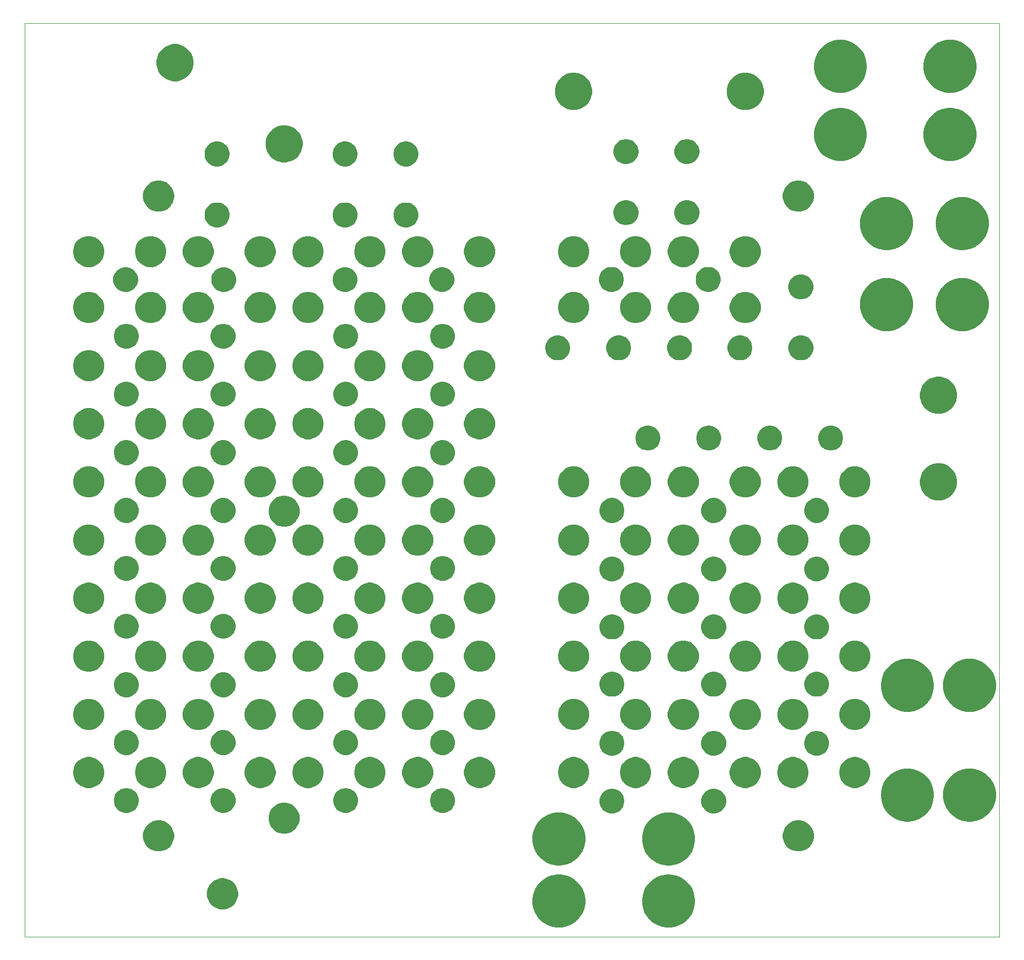
<source format=gbr>
G04 #@! TF.GenerationSoftware,KiCad,Pcbnew,(5.1.0)-1*
G04 #@! TF.CreationDate,2019-05-23T13:59:13+02:00*
G04 #@! TF.ProjectId,load_card,6c6f6164-5f63-4617-9264-2e6b69636164,1.0*
G04 #@! TF.SameCoordinates,Original*
G04 #@! TF.FileFunction,Soldermask,Bot*
G04 #@! TF.FilePolarity,Negative*
%FSLAX46Y46*%
G04 Gerber Fmt 4.6, Leading zero omitted, Abs format (unit mm)*
G04 Created by KiCad (PCBNEW (5.1.0)-1) date 2019-05-23 13:59:13*
%MOMM*%
%LPD*%
G04 APERTURE LIST*
%ADD10C,0.050000*%
%ADD11C,0.100000*%
G04 APERTURE END LIST*
D10*
X14400000Y-13900000D02*
X174400000Y-13900000D01*
X14400000Y-163900000D02*
X14400000Y-13900000D01*
X174400000Y-163900000D02*
X14400000Y-163900000D01*
X174400000Y-13900000D02*
X174400000Y-163900000D01*
D11*
G36*
X120648156Y-153672794D02*
G01*
X121369140Y-153816206D01*
X122160972Y-154144193D01*
X122873601Y-154620357D01*
X123479643Y-155226399D01*
X123955807Y-155939028D01*
X124283794Y-156730860D01*
X124451000Y-157571464D01*
X124451000Y-158428536D01*
X124283794Y-159269140D01*
X123955807Y-160060972D01*
X123479643Y-160773601D01*
X122873601Y-161379643D01*
X122160972Y-161855807D01*
X121369140Y-162183794D01*
X120648156Y-162327206D01*
X120528537Y-162351000D01*
X119671463Y-162351000D01*
X119551844Y-162327206D01*
X118830860Y-162183794D01*
X118039028Y-161855807D01*
X117326399Y-161379643D01*
X116720357Y-160773601D01*
X116244193Y-160060972D01*
X115916206Y-159269140D01*
X115749000Y-158428536D01*
X115749000Y-157571464D01*
X115916206Y-156730860D01*
X116244193Y-155939028D01*
X116720357Y-155226399D01*
X117326399Y-154620357D01*
X118039028Y-154144193D01*
X118830860Y-153816206D01*
X119551844Y-153672794D01*
X119671463Y-153649000D01*
X120528537Y-153649000D01*
X120648156Y-153672794D01*
X120648156Y-153672794D01*
G37*
G36*
X102648156Y-153672794D02*
G01*
X103369140Y-153816206D01*
X104160972Y-154144193D01*
X104873601Y-154620357D01*
X105479643Y-155226399D01*
X105955807Y-155939028D01*
X106283794Y-156730860D01*
X106451000Y-157571464D01*
X106451000Y-158428536D01*
X106283794Y-159269140D01*
X105955807Y-160060972D01*
X105479643Y-160773601D01*
X104873601Y-161379643D01*
X104160972Y-161855807D01*
X103369140Y-162183794D01*
X102648156Y-162327206D01*
X102528537Y-162351000D01*
X101671463Y-162351000D01*
X101551844Y-162327206D01*
X100830860Y-162183794D01*
X100039028Y-161855807D01*
X99326399Y-161379643D01*
X98720357Y-160773601D01*
X98244193Y-160060972D01*
X97916206Y-159269140D01*
X97749000Y-158428536D01*
X97749000Y-157571464D01*
X97916206Y-156730860D01*
X98244193Y-155939028D01*
X98720357Y-155226399D01*
X99326399Y-154620357D01*
X100039028Y-154144193D01*
X100830860Y-153816206D01*
X101551844Y-153672794D01*
X101671463Y-153649000D01*
X102528537Y-153649000D01*
X102648156Y-153672794D01*
X102648156Y-153672794D01*
G37*
G36*
X47644098Y-154347033D02*
G01*
X48108350Y-154539332D01*
X48108352Y-154539333D01*
X48526168Y-154818509D01*
X48881491Y-155173832D01*
X49160667Y-155591648D01*
X49160668Y-155591650D01*
X49352967Y-156055902D01*
X49451000Y-156548747D01*
X49451000Y-157051253D01*
X49352967Y-157544098D01*
X49160668Y-158008350D01*
X49160667Y-158008352D01*
X48881491Y-158426168D01*
X48526168Y-158781491D01*
X48108352Y-159060667D01*
X48108351Y-159060668D01*
X48108350Y-159060668D01*
X47644098Y-159252967D01*
X47151253Y-159351000D01*
X46648747Y-159351000D01*
X46155902Y-159252967D01*
X45691650Y-159060668D01*
X45691649Y-159060668D01*
X45691648Y-159060667D01*
X45273832Y-158781491D01*
X44918509Y-158426168D01*
X44639333Y-158008352D01*
X44639332Y-158008350D01*
X44447033Y-157544098D01*
X44349000Y-157051253D01*
X44349000Y-156548747D01*
X44447033Y-156055902D01*
X44639332Y-155591650D01*
X44639333Y-155591648D01*
X44918509Y-155173832D01*
X45273832Y-154818509D01*
X45691648Y-154539333D01*
X45691650Y-154539332D01*
X46155902Y-154347033D01*
X46648747Y-154249000D01*
X47151253Y-154249000D01*
X47644098Y-154347033D01*
X47644098Y-154347033D01*
G37*
G36*
X120645075Y-143472181D02*
G01*
X121369140Y-143616206D01*
X122160972Y-143944193D01*
X122873601Y-144420357D01*
X123479643Y-145026399D01*
X123955807Y-145739028D01*
X124283794Y-146530860D01*
X124451000Y-147371464D01*
X124451000Y-148228536D01*
X124283794Y-149069140D01*
X123955807Y-149860972D01*
X123479643Y-150573601D01*
X122873601Y-151179643D01*
X122160972Y-151655807D01*
X121369140Y-151983794D01*
X120648156Y-152127206D01*
X120528537Y-152151000D01*
X119671463Y-152151000D01*
X119551844Y-152127206D01*
X118830860Y-151983794D01*
X118039028Y-151655807D01*
X117326399Y-151179643D01*
X116720357Y-150573601D01*
X116244193Y-149860972D01*
X115916206Y-149069140D01*
X115749000Y-148228536D01*
X115749000Y-147371464D01*
X115916206Y-146530860D01*
X116244193Y-145739028D01*
X116720357Y-145026399D01*
X117326399Y-144420357D01*
X118039028Y-143944193D01*
X118830860Y-143616206D01*
X119554925Y-143472181D01*
X119671463Y-143449000D01*
X120528537Y-143449000D01*
X120645075Y-143472181D01*
X120645075Y-143472181D01*
G37*
G36*
X102645075Y-143472181D02*
G01*
X103369140Y-143616206D01*
X104160972Y-143944193D01*
X104873601Y-144420357D01*
X105479643Y-145026399D01*
X105955807Y-145739028D01*
X106283794Y-146530860D01*
X106451000Y-147371464D01*
X106451000Y-148228536D01*
X106283794Y-149069140D01*
X105955807Y-149860972D01*
X105479643Y-150573601D01*
X104873601Y-151179643D01*
X104160972Y-151655807D01*
X103369140Y-151983794D01*
X102648156Y-152127206D01*
X102528537Y-152151000D01*
X101671463Y-152151000D01*
X101551844Y-152127206D01*
X100830860Y-151983794D01*
X100039028Y-151655807D01*
X99326399Y-151179643D01*
X98720357Y-150573601D01*
X98244193Y-149860972D01*
X97916206Y-149069140D01*
X97749000Y-148228536D01*
X97749000Y-147371464D01*
X97916206Y-146530860D01*
X98244193Y-145739028D01*
X98720357Y-145026399D01*
X99326399Y-144420357D01*
X100039028Y-143944193D01*
X100830860Y-143616206D01*
X101554925Y-143472181D01*
X101671463Y-143449000D01*
X102528537Y-143449000D01*
X102645075Y-143472181D01*
X102645075Y-143472181D01*
G37*
G36*
X37144098Y-144847033D02*
G01*
X37577129Y-145026400D01*
X37608352Y-145039333D01*
X38026168Y-145318509D01*
X38381491Y-145673832D01*
X38660667Y-146091648D01*
X38660668Y-146091650D01*
X38852967Y-146555902D01*
X38951000Y-147048747D01*
X38951000Y-147551253D01*
X38852967Y-148044098D01*
X38776570Y-148228536D01*
X38660667Y-148508352D01*
X38381491Y-148926168D01*
X38026168Y-149281491D01*
X37608352Y-149560667D01*
X37608351Y-149560668D01*
X37608350Y-149560668D01*
X37144098Y-149752967D01*
X36651253Y-149851000D01*
X36148747Y-149851000D01*
X35655902Y-149752967D01*
X35191650Y-149560668D01*
X35191649Y-149560668D01*
X35191648Y-149560667D01*
X34773832Y-149281491D01*
X34418509Y-148926168D01*
X34139333Y-148508352D01*
X34023430Y-148228536D01*
X33947033Y-148044098D01*
X33849000Y-147551253D01*
X33849000Y-147048747D01*
X33947033Y-146555902D01*
X34139332Y-146091650D01*
X34139333Y-146091648D01*
X34418509Y-145673832D01*
X34773832Y-145318509D01*
X35191648Y-145039333D01*
X35222871Y-145026400D01*
X35655902Y-144847033D01*
X36148747Y-144749000D01*
X36651253Y-144749000D01*
X37144098Y-144847033D01*
X37144098Y-144847033D01*
G37*
G36*
X142144098Y-144847033D02*
G01*
X142577129Y-145026400D01*
X142608352Y-145039333D01*
X143026168Y-145318509D01*
X143381491Y-145673832D01*
X143660667Y-146091648D01*
X143660668Y-146091650D01*
X143852967Y-146555902D01*
X143951000Y-147048747D01*
X143951000Y-147551253D01*
X143852967Y-148044098D01*
X143776570Y-148228536D01*
X143660667Y-148508352D01*
X143381491Y-148926168D01*
X143026168Y-149281491D01*
X142608352Y-149560667D01*
X142608351Y-149560668D01*
X142608350Y-149560668D01*
X142144098Y-149752967D01*
X141651253Y-149851000D01*
X141148747Y-149851000D01*
X140655902Y-149752967D01*
X140191650Y-149560668D01*
X140191649Y-149560668D01*
X140191648Y-149560667D01*
X139773832Y-149281491D01*
X139418509Y-148926168D01*
X139139333Y-148508352D01*
X139023430Y-148228536D01*
X138947033Y-148044098D01*
X138849000Y-147551253D01*
X138849000Y-147048747D01*
X138947033Y-146555902D01*
X139139332Y-146091650D01*
X139139333Y-146091648D01*
X139418509Y-145673832D01*
X139773832Y-145318509D01*
X140191648Y-145039333D01*
X140222871Y-145026400D01*
X140655902Y-144847033D01*
X141148747Y-144749000D01*
X141651253Y-144749000D01*
X142144098Y-144847033D01*
X142144098Y-144847033D01*
G37*
G36*
X57744098Y-141947033D02*
G01*
X58208350Y-142139332D01*
X58208352Y-142139333D01*
X58626168Y-142418509D01*
X58981491Y-142773832D01*
X59003944Y-142807436D01*
X59260668Y-143191650D01*
X59452967Y-143655902D01*
X59551000Y-144148747D01*
X59551000Y-144651253D01*
X59452967Y-145144098D01*
X59260668Y-145608350D01*
X59260667Y-145608352D01*
X58981491Y-146026168D01*
X58626168Y-146381491D01*
X58208352Y-146660667D01*
X58208351Y-146660668D01*
X58208350Y-146660668D01*
X57744098Y-146852967D01*
X57251253Y-146951000D01*
X56748747Y-146951000D01*
X56255902Y-146852967D01*
X55791650Y-146660668D01*
X55791649Y-146660668D01*
X55791648Y-146660667D01*
X55373832Y-146381491D01*
X55018509Y-146026168D01*
X54739333Y-145608352D01*
X54739332Y-145608350D01*
X54547033Y-145144098D01*
X54449000Y-144651253D01*
X54449000Y-144148747D01*
X54547033Y-143655902D01*
X54739332Y-143191650D01*
X54996056Y-142807436D01*
X55018509Y-142773832D01*
X55373832Y-142418509D01*
X55791648Y-142139333D01*
X55791650Y-142139332D01*
X56255902Y-141947033D01*
X56748747Y-141849000D01*
X57251253Y-141849000D01*
X57744098Y-141947033D01*
X57744098Y-141947033D01*
G37*
G36*
X159848156Y-136272794D02*
G01*
X160569140Y-136416206D01*
X161360972Y-136744193D01*
X162073601Y-137220357D01*
X162679643Y-137826399D01*
X163155807Y-138539028D01*
X163483794Y-139330860D01*
X163651000Y-140171464D01*
X163651000Y-141028536D01*
X163483794Y-141869140D01*
X163155807Y-142660972D01*
X162679643Y-143373601D01*
X162073601Y-143979643D01*
X161360972Y-144455807D01*
X160569140Y-144783794D01*
X159848156Y-144927206D01*
X159728537Y-144951000D01*
X158871463Y-144951000D01*
X158751844Y-144927206D01*
X158030860Y-144783794D01*
X157239028Y-144455807D01*
X156526399Y-143979643D01*
X155920357Y-143373601D01*
X155444193Y-142660972D01*
X155116206Y-141869140D01*
X154949000Y-141028536D01*
X154949000Y-140171464D01*
X155116206Y-139330860D01*
X155444193Y-138539028D01*
X155920357Y-137826399D01*
X156526399Y-137220357D01*
X157239028Y-136744193D01*
X158030860Y-136416206D01*
X158751844Y-136272794D01*
X158871463Y-136249000D01*
X159728537Y-136249000D01*
X159848156Y-136272794D01*
X159848156Y-136272794D01*
G37*
G36*
X170048156Y-136272794D02*
G01*
X170769140Y-136416206D01*
X171560972Y-136744193D01*
X172273601Y-137220357D01*
X172879643Y-137826399D01*
X173355807Y-138539028D01*
X173683794Y-139330860D01*
X173851000Y-140171464D01*
X173851000Y-141028536D01*
X173683794Y-141869140D01*
X173355807Y-142660972D01*
X172879643Y-143373601D01*
X172273601Y-143979643D01*
X171560972Y-144455807D01*
X170769140Y-144783794D01*
X170048156Y-144927206D01*
X169928537Y-144951000D01*
X169071463Y-144951000D01*
X168951844Y-144927206D01*
X168230860Y-144783794D01*
X167439028Y-144455807D01*
X166726399Y-143979643D01*
X166120357Y-143373601D01*
X165644193Y-142660972D01*
X165316206Y-141869140D01*
X165149000Y-141028536D01*
X165149000Y-140171464D01*
X165316206Y-139330860D01*
X165644193Y-138539028D01*
X166120357Y-137826399D01*
X166726399Y-137220357D01*
X167439028Y-136744193D01*
X168230860Y-136416206D01*
X168951844Y-136272794D01*
X169071463Y-136249000D01*
X169928537Y-136249000D01*
X170048156Y-136272794D01*
X170048156Y-136272794D01*
G37*
G36*
X128098254Y-139627818D02*
G01*
X128471511Y-139782426D01*
X128471513Y-139782427D01*
X128807436Y-140006884D01*
X129093116Y-140292564D01*
X129317574Y-140628489D01*
X129472182Y-141001746D01*
X129551000Y-141397993D01*
X129551000Y-141802007D01*
X129472182Y-142198254D01*
X129380949Y-142418509D01*
X129317573Y-142571513D01*
X129093116Y-142907436D01*
X128807436Y-143193116D01*
X128471513Y-143417573D01*
X128471512Y-143417574D01*
X128471511Y-143417574D01*
X128098254Y-143572182D01*
X127702007Y-143651000D01*
X127297993Y-143651000D01*
X126901746Y-143572182D01*
X126528489Y-143417574D01*
X126528488Y-143417574D01*
X126528487Y-143417573D01*
X126192564Y-143193116D01*
X125906884Y-142907436D01*
X125682427Y-142571513D01*
X125619051Y-142418509D01*
X125527818Y-142198254D01*
X125449000Y-141802007D01*
X125449000Y-141397993D01*
X125527818Y-141001746D01*
X125682426Y-140628489D01*
X125906884Y-140292564D01*
X126192564Y-140006884D01*
X126528487Y-139782427D01*
X126528489Y-139782426D01*
X126901746Y-139627818D01*
X127297993Y-139549000D01*
X127702007Y-139549000D01*
X128098254Y-139627818D01*
X128098254Y-139627818D01*
G37*
G36*
X111398254Y-139627818D02*
G01*
X111771511Y-139782426D01*
X111771513Y-139782427D01*
X112107436Y-140006884D01*
X112393116Y-140292564D01*
X112617574Y-140628489D01*
X112772182Y-141001746D01*
X112851000Y-141397993D01*
X112851000Y-141802007D01*
X112772182Y-142198254D01*
X112680949Y-142418509D01*
X112617573Y-142571513D01*
X112393116Y-142907436D01*
X112107436Y-143193116D01*
X111771513Y-143417573D01*
X111771512Y-143417574D01*
X111771511Y-143417574D01*
X111398254Y-143572182D01*
X111002007Y-143651000D01*
X110597993Y-143651000D01*
X110201746Y-143572182D01*
X109828489Y-143417574D01*
X109828488Y-143417574D01*
X109828487Y-143417573D01*
X109492564Y-143193116D01*
X109206884Y-142907436D01*
X108982427Y-142571513D01*
X108919051Y-142418509D01*
X108827818Y-142198254D01*
X108749000Y-141802007D01*
X108749000Y-141397993D01*
X108827818Y-141001746D01*
X108982426Y-140628489D01*
X109206884Y-140292564D01*
X109492564Y-140006884D01*
X109828487Y-139782427D01*
X109828489Y-139782426D01*
X110201746Y-139627818D01*
X110597993Y-139549000D01*
X111002007Y-139549000D01*
X111398254Y-139627818D01*
X111398254Y-139627818D01*
G37*
G36*
X47598254Y-139527818D02*
G01*
X47971511Y-139682426D01*
X47971513Y-139682427D01*
X48121172Y-139782426D01*
X48307436Y-139906884D01*
X48593116Y-140192564D01*
X48817574Y-140528489D01*
X48972182Y-140901746D01*
X49051000Y-141297993D01*
X49051000Y-141702007D01*
X48972182Y-142098254D01*
X48930760Y-142198255D01*
X48817573Y-142471513D01*
X48593116Y-142807436D01*
X48307436Y-143093116D01*
X47971513Y-143317573D01*
X47971512Y-143317574D01*
X47971511Y-143317574D01*
X47598254Y-143472182D01*
X47202007Y-143551000D01*
X46797993Y-143551000D01*
X46401746Y-143472182D01*
X46028489Y-143317574D01*
X46028488Y-143317574D01*
X46028487Y-143317573D01*
X45692564Y-143093116D01*
X45406884Y-142807436D01*
X45182427Y-142471513D01*
X45069240Y-142198255D01*
X45027818Y-142098254D01*
X44949000Y-141702007D01*
X44949000Y-141297993D01*
X45027818Y-140901746D01*
X45182426Y-140528489D01*
X45406884Y-140192564D01*
X45692564Y-139906884D01*
X45878828Y-139782426D01*
X46028487Y-139682427D01*
X46028489Y-139682426D01*
X46401746Y-139527818D01*
X46797993Y-139449000D01*
X47202007Y-139449000D01*
X47598254Y-139527818D01*
X47598254Y-139527818D01*
G37*
G36*
X31698254Y-139527818D02*
G01*
X32071511Y-139682426D01*
X32071513Y-139682427D01*
X32221172Y-139782426D01*
X32407436Y-139906884D01*
X32693116Y-140192564D01*
X32917574Y-140528489D01*
X33072182Y-140901746D01*
X33151000Y-141297993D01*
X33151000Y-141702007D01*
X33072182Y-142098254D01*
X33030760Y-142198255D01*
X32917573Y-142471513D01*
X32693116Y-142807436D01*
X32407436Y-143093116D01*
X32071513Y-143317573D01*
X32071512Y-143317574D01*
X32071511Y-143317574D01*
X31698254Y-143472182D01*
X31302007Y-143551000D01*
X30897993Y-143551000D01*
X30501746Y-143472182D01*
X30128489Y-143317574D01*
X30128488Y-143317574D01*
X30128487Y-143317573D01*
X29792564Y-143093116D01*
X29506884Y-142807436D01*
X29282427Y-142471513D01*
X29169240Y-142198255D01*
X29127818Y-142098254D01*
X29049000Y-141702007D01*
X29049000Y-141297993D01*
X29127818Y-140901746D01*
X29282426Y-140528489D01*
X29506884Y-140192564D01*
X29792564Y-139906884D01*
X29978828Y-139782426D01*
X30128487Y-139682427D01*
X30128489Y-139682426D01*
X30501746Y-139527818D01*
X30897993Y-139449000D01*
X31302007Y-139449000D01*
X31698254Y-139527818D01*
X31698254Y-139527818D01*
G37*
G36*
X83598254Y-139527818D02*
G01*
X83971511Y-139682426D01*
X83971513Y-139682427D01*
X84121172Y-139782426D01*
X84307436Y-139906884D01*
X84593116Y-140192564D01*
X84817574Y-140528489D01*
X84972182Y-140901746D01*
X85051000Y-141297993D01*
X85051000Y-141702007D01*
X84972182Y-142098254D01*
X84930760Y-142198255D01*
X84817573Y-142471513D01*
X84593116Y-142807436D01*
X84307436Y-143093116D01*
X83971513Y-143317573D01*
X83971512Y-143317574D01*
X83971511Y-143317574D01*
X83598254Y-143472182D01*
X83202007Y-143551000D01*
X82797993Y-143551000D01*
X82401746Y-143472182D01*
X82028489Y-143317574D01*
X82028488Y-143317574D01*
X82028487Y-143317573D01*
X81692564Y-143093116D01*
X81406884Y-142807436D01*
X81182427Y-142471513D01*
X81069240Y-142198255D01*
X81027818Y-142098254D01*
X80949000Y-141702007D01*
X80949000Y-141297993D01*
X81027818Y-140901746D01*
X81182426Y-140528489D01*
X81406884Y-140192564D01*
X81692564Y-139906884D01*
X81878828Y-139782426D01*
X82028487Y-139682427D01*
X82028489Y-139682426D01*
X82401746Y-139527818D01*
X82797993Y-139449000D01*
X83202007Y-139449000D01*
X83598254Y-139527818D01*
X83598254Y-139527818D01*
G37*
G36*
X67698254Y-139527818D02*
G01*
X68071511Y-139682426D01*
X68071513Y-139682427D01*
X68221172Y-139782426D01*
X68407436Y-139906884D01*
X68693116Y-140192564D01*
X68917574Y-140528489D01*
X69072182Y-140901746D01*
X69151000Y-141297993D01*
X69151000Y-141702007D01*
X69072182Y-142098254D01*
X69030760Y-142198255D01*
X68917573Y-142471513D01*
X68693116Y-142807436D01*
X68407436Y-143093116D01*
X68071513Y-143317573D01*
X68071512Y-143317574D01*
X68071511Y-143317574D01*
X67698254Y-143472182D01*
X67302007Y-143551000D01*
X66897993Y-143551000D01*
X66501746Y-143472182D01*
X66128489Y-143317574D01*
X66128488Y-143317574D01*
X66128487Y-143317573D01*
X65792564Y-143093116D01*
X65506884Y-142807436D01*
X65282427Y-142471513D01*
X65169240Y-142198255D01*
X65127818Y-142098254D01*
X65049000Y-141702007D01*
X65049000Y-141297993D01*
X65127818Y-140901746D01*
X65282426Y-140528489D01*
X65506884Y-140192564D01*
X65792564Y-139906884D01*
X65978828Y-139782426D01*
X66128487Y-139682427D01*
X66128489Y-139682426D01*
X66501746Y-139527818D01*
X66897993Y-139449000D01*
X67302007Y-139449000D01*
X67698254Y-139527818D01*
X67698254Y-139527818D01*
G37*
G36*
X133424098Y-134447033D02*
G01*
X133888350Y-134639332D01*
X133888352Y-134639333D01*
X134306168Y-134918509D01*
X134661491Y-135273832D01*
X134940667Y-135691648D01*
X134940668Y-135691650D01*
X135132967Y-136155902D01*
X135231000Y-136648747D01*
X135231000Y-137151253D01*
X135132967Y-137644098D01*
X135057455Y-137826400D01*
X134940667Y-138108352D01*
X134661491Y-138526168D01*
X134306168Y-138881491D01*
X133888352Y-139160667D01*
X133888351Y-139160668D01*
X133888350Y-139160668D01*
X133424098Y-139352967D01*
X132931253Y-139451000D01*
X132428747Y-139451000D01*
X131935902Y-139352967D01*
X131471650Y-139160668D01*
X131471649Y-139160668D01*
X131471648Y-139160667D01*
X131053832Y-138881491D01*
X130698509Y-138526168D01*
X130419333Y-138108352D01*
X130302545Y-137826400D01*
X130227033Y-137644098D01*
X130129000Y-137151253D01*
X130129000Y-136648747D01*
X130227033Y-136155902D01*
X130419332Y-135691650D01*
X130419333Y-135691648D01*
X130698509Y-135273832D01*
X131053832Y-134918509D01*
X131471648Y-134639333D01*
X131471650Y-134639332D01*
X131935902Y-134447033D01*
X132428747Y-134349000D01*
X132931253Y-134349000D01*
X133424098Y-134447033D01*
X133424098Y-134447033D01*
G37*
G36*
X71824098Y-134447033D02*
G01*
X72288350Y-134639332D01*
X72288352Y-134639333D01*
X72706168Y-134918509D01*
X73061491Y-135273832D01*
X73340667Y-135691648D01*
X73340668Y-135691650D01*
X73532967Y-136155902D01*
X73631000Y-136648747D01*
X73631000Y-137151253D01*
X73532967Y-137644098D01*
X73457455Y-137826400D01*
X73340667Y-138108352D01*
X73061491Y-138526168D01*
X72706168Y-138881491D01*
X72288352Y-139160667D01*
X72288351Y-139160668D01*
X72288350Y-139160668D01*
X71824098Y-139352967D01*
X71331253Y-139451000D01*
X70828747Y-139451000D01*
X70335902Y-139352967D01*
X69871650Y-139160668D01*
X69871649Y-139160668D01*
X69871648Y-139160667D01*
X69453832Y-138881491D01*
X69098509Y-138526168D01*
X68819333Y-138108352D01*
X68702545Y-137826400D01*
X68627033Y-137644098D01*
X68529000Y-137151253D01*
X68529000Y-136648747D01*
X68627033Y-136155902D01*
X68819332Y-135691650D01*
X68819333Y-135691648D01*
X69098509Y-135273832D01*
X69453832Y-134918509D01*
X69871648Y-134639333D01*
X69871650Y-134639332D01*
X70335902Y-134447033D01*
X70828747Y-134349000D01*
X71331253Y-134349000D01*
X71824098Y-134447033D01*
X71824098Y-134447033D01*
G37*
G36*
X61664098Y-134447033D02*
G01*
X62128350Y-134639332D01*
X62128352Y-134639333D01*
X62546168Y-134918509D01*
X62901491Y-135273832D01*
X63180667Y-135691648D01*
X63180668Y-135691650D01*
X63372967Y-136155902D01*
X63471000Y-136648747D01*
X63471000Y-137151253D01*
X63372967Y-137644098D01*
X63297455Y-137826400D01*
X63180667Y-138108352D01*
X62901491Y-138526168D01*
X62546168Y-138881491D01*
X62128352Y-139160667D01*
X62128351Y-139160668D01*
X62128350Y-139160668D01*
X61664098Y-139352967D01*
X61171253Y-139451000D01*
X60668747Y-139451000D01*
X60175902Y-139352967D01*
X59711650Y-139160668D01*
X59711649Y-139160668D01*
X59711648Y-139160667D01*
X59293832Y-138881491D01*
X58938509Y-138526168D01*
X58659333Y-138108352D01*
X58542545Y-137826400D01*
X58467033Y-137644098D01*
X58369000Y-137151253D01*
X58369000Y-136648747D01*
X58467033Y-136155902D01*
X58659332Y-135691650D01*
X58659333Y-135691648D01*
X58938509Y-135273832D01*
X59293832Y-134918509D01*
X59711648Y-134639333D01*
X59711650Y-134639332D01*
X60175902Y-134447033D01*
X60668747Y-134349000D01*
X61171253Y-134349000D01*
X61664098Y-134447033D01*
X61664098Y-134447033D01*
G37*
G36*
X89824098Y-134447033D02*
G01*
X90288350Y-134639332D01*
X90288352Y-134639333D01*
X90706168Y-134918509D01*
X91061491Y-135273832D01*
X91340667Y-135691648D01*
X91340668Y-135691650D01*
X91532967Y-136155902D01*
X91631000Y-136648747D01*
X91631000Y-137151253D01*
X91532967Y-137644098D01*
X91457455Y-137826400D01*
X91340667Y-138108352D01*
X91061491Y-138526168D01*
X90706168Y-138881491D01*
X90288352Y-139160667D01*
X90288351Y-139160668D01*
X90288350Y-139160668D01*
X89824098Y-139352967D01*
X89331253Y-139451000D01*
X88828747Y-139451000D01*
X88335902Y-139352967D01*
X87871650Y-139160668D01*
X87871649Y-139160668D01*
X87871648Y-139160667D01*
X87453832Y-138881491D01*
X87098509Y-138526168D01*
X86819333Y-138108352D01*
X86702545Y-137826400D01*
X86627033Y-137644098D01*
X86529000Y-137151253D01*
X86529000Y-136648747D01*
X86627033Y-136155902D01*
X86819332Y-135691650D01*
X86819333Y-135691648D01*
X87098509Y-135273832D01*
X87453832Y-134918509D01*
X87871648Y-134639333D01*
X87871650Y-134639332D01*
X88335902Y-134447033D01*
X88828747Y-134349000D01*
X89331253Y-134349000D01*
X89824098Y-134447033D01*
X89824098Y-134447033D01*
G37*
G36*
X79664098Y-134447033D02*
G01*
X80128350Y-134639332D01*
X80128352Y-134639333D01*
X80546168Y-134918509D01*
X80901491Y-135273832D01*
X81180667Y-135691648D01*
X81180668Y-135691650D01*
X81372967Y-136155902D01*
X81471000Y-136648747D01*
X81471000Y-137151253D01*
X81372967Y-137644098D01*
X81297455Y-137826400D01*
X81180667Y-138108352D01*
X80901491Y-138526168D01*
X80546168Y-138881491D01*
X80128352Y-139160667D01*
X80128351Y-139160668D01*
X80128350Y-139160668D01*
X79664098Y-139352967D01*
X79171253Y-139451000D01*
X78668747Y-139451000D01*
X78175902Y-139352967D01*
X77711650Y-139160668D01*
X77711649Y-139160668D01*
X77711648Y-139160667D01*
X77293832Y-138881491D01*
X76938509Y-138526168D01*
X76659333Y-138108352D01*
X76542545Y-137826400D01*
X76467033Y-137644098D01*
X76369000Y-137151253D01*
X76369000Y-136648747D01*
X76467033Y-136155902D01*
X76659332Y-135691650D01*
X76659333Y-135691648D01*
X76938509Y-135273832D01*
X77293832Y-134918509D01*
X77711648Y-134639333D01*
X77711650Y-134639332D01*
X78175902Y-134447033D01*
X78668747Y-134349000D01*
X79171253Y-134349000D01*
X79664098Y-134447033D01*
X79664098Y-134447033D01*
G37*
G36*
X105264098Y-134447033D02*
G01*
X105728350Y-134639332D01*
X105728352Y-134639333D01*
X106146168Y-134918509D01*
X106501491Y-135273832D01*
X106780667Y-135691648D01*
X106780668Y-135691650D01*
X106972967Y-136155902D01*
X107071000Y-136648747D01*
X107071000Y-137151253D01*
X106972967Y-137644098D01*
X106897455Y-137826400D01*
X106780667Y-138108352D01*
X106501491Y-138526168D01*
X106146168Y-138881491D01*
X105728352Y-139160667D01*
X105728351Y-139160668D01*
X105728350Y-139160668D01*
X105264098Y-139352967D01*
X104771253Y-139451000D01*
X104268747Y-139451000D01*
X103775902Y-139352967D01*
X103311650Y-139160668D01*
X103311649Y-139160668D01*
X103311648Y-139160667D01*
X102893832Y-138881491D01*
X102538509Y-138526168D01*
X102259333Y-138108352D01*
X102142545Y-137826400D01*
X102067033Y-137644098D01*
X101969000Y-137151253D01*
X101969000Y-136648747D01*
X102067033Y-136155902D01*
X102259332Y-135691650D01*
X102259333Y-135691648D01*
X102538509Y-135273832D01*
X102893832Y-134918509D01*
X103311648Y-134639333D01*
X103311650Y-134639332D01*
X103775902Y-134447033D01*
X104268747Y-134349000D01*
X104771253Y-134349000D01*
X105264098Y-134447033D01*
X105264098Y-134447033D01*
G37*
G36*
X123264098Y-134447033D02*
G01*
X123728350Y-134639332D01*
X123728352Y-134639333D01*
X124146168Y-134918509D01*
X124501491Y-135273832D01*
X124780667Y-135691648D01*
X124780668Y-135691650D01*
X124972967Y-136155902D01*
X125071000Y-136648747D01*
X125071000Y-137151253D01*
X124972967Y-137644098D01*
X124897455Y-137826400D01*
X124780667Y-138108352D01*
X124501491Y-138526168D01*
X124146168Y-138881491D01*
X123728352Y-139160667D01*
X123728351Y-139160668D01*
X123728350Y-139160668D01*
X123264098Y-139352967D01*
X122771253Y-139451000D01*
X122268747Y-139451000D01*
X121775902Y-139352967D01*
X121311650Y-139160668D01*
X121311649Y-139160668D01*
X121311648Y-139160667D01*
X120893832Y-138881491D01*
X120538509Y-138526168D01*
X120259333Y-138108352D01*
X120142545Y-137826400D01*
X120067033Y-137644098D01*
X119969000Y-137151253D01*
X119969000Y-136648747D01*
X120067033Y-136155902D01*
X120259332Y-135691650D01*
X120259333Y-135691648D01*
X120538509Y-135273832D01*
X120893832Y-134918509D01*
X121311648Y-134639333D01*
X121311650Y-134639332D01*
X121775902Y-134447033D01*
X122268747Y-134349000D01*
X122771253Y-134349000D01*
X123264098Y-134447033D01*
X123264098Y-134447033D01*
G37*
G36*
X25664098Y-134447033D02*
G01*
X26128350Y-134639332D01*
X26128352Y-134639333D01*
X26546168Y-134918509D01*
X26901491Y-135273832D01*
X27180667Y-135691648D01*
X27180668Y-135691650D01*
X27372967Y-136155902D01*
X27471000Y-136648747D01*
X27471000Y-137151253D01*
X27372967Y-137644098D01*
X27297455Y-137826400D01*
X27180667Y-138108352D01*
X26901491Y-138526168D01*
X26546168Y-138881491D01*
X26128352Y-139160667D01*
X26128351Y-139160668D01*
X26128350Y-139160668D01*
X25664098Y-139352967D01*
X25171253Y-139451000D01*
X24668747Y-139451000D01*
X24175902Y-139352967D01*
X23711650Y-139160668D01*
X23711649Y-139160668D01*
X23711648Y-139160667D01*
X23293832Y-138881491D01*
X22938509Y-138526168D01*
X22659333Y-138108352D01*
X22542545Y-137826400D01*
X22467033Y-137644098D01*
X22369000Y-137151253D01*
X22369000Y-136648747D01*
X22467033Y-136155902D01*
X22659332Y-135691650D01*
X22659333Y-135691648D01*
X22938509Y-135273832D01*
X23293832Y-134918509D01*
X23711648Y-134639333D01*
X23711650Y-134639332D01*
X24175902Y-134447033D01*
X24668747Y-134349000D01*
X25171253Y-134349000D01*
X25664098Y-134447033D01*
X25664098Y-134447033D01*
G37*
G36*
X35824098Y-134447033D02*
G01*
X36288350Y-134639332D01*
X36288352Y-134639333D01*
X36706168Y-134918509D01*
X37061491Y-135273832D01*
X37340667Y-135691648D01*
X37340668Y-135691650D01*
X37532967Y-136155902D01*
X37631000Y-136648747D01*
X37631000Y-137151253D01*
X37532967Y-137644098D01*
X37457455Y-137826400D01*
X37340667Y-138108352D01*
X37061491Y-138526168D01*
X36706168Y-138881491D01*
X36288352Y-139160667D01*
X36288351Y-139160668D01*
X36288350Y-139160668D01*
X35824098Y-139352967D01*
X35331253Y-139451000D01*
X34828747Y-139451000D01*
X34335902Y-139352967D01*
X33871650Y-139160668D01*
X33871649Y-139160668D01*
X33871648Y-139160667D01*
X33453832Y-138881491D01*
X33098509Y-138526168D01*
X32819333Y-138108352D01*
X32702545Y-137826400D01*
X32627033Y-137644098D01*
X32529000Y-137151253D01*
X32529000Y-136648747D01*
X32627033Y-136155902D01*
X32819332Y-135691650D01*
X32819333Y-135691648D01*
X33098509Y-135273832D01*
X33453832Y-134918509D01*
X33871648Y-134639333D01*
X33871650Y-134639332D01*
X34335902Y-134447033D01*
X34828747Y-134349000D01*
X35331253Y-134349000D01*
X35824098Y-134447033D01*
X35824098Y-134447033D01*
G37*
G36*
X43664098Y-134447033D02*
G01*
X44128350Y-134639332D01*
X44128352Y-134639333D01*
X44546168Y-134918509D01*
X44901491Y-135273832D01*
X45180667Y-135691648D01*
X45180668Y-135691650D01*
X45372967Y-136155902D01*
X45471000Y-136648747D01*
X45471000Y-137151253D01*
X45372967Y-137644098D01*
X45297455Y-137826400D01*
X45180667Y-138108352D01*
X44901491Y-138526168D01*
X44546168Y-138881491D01*
X44128352Y-139160667D01*
X44128351Y-139160668D01*
X44128350Y-139160668D01*
X43664098Y-139352967D01*
X43171253Y-139451000D01*
X42668747Y-139451000D01*
X42175902Y-139352967D01*
X41711650Y-139160668D01*
X41711649Y-139160668D01*
X41711648Y-139160667D01*
X41293832Y-138881491D01*
X40938509Y-138526168D01*
X40659333Y-138108352D01*
X40542545Y-137826400D01*
X40467033Y-137644098D01*
X40369000Y-137151253D01*
X40369000Y-136648747D01*
X40467033Y-136155902D01*
X40659332Y-135691650D01*
X40659333Y-135691648D01*
X40938509Y-135273832D01*
X41293832Y-134918509D01*
X41711648Y-134639333D01*
X41711650Y-134639332D01*
X42175902Y-134447033D01*
X42668747Y-134349000D01*
X43171253Y-134349000D01*
X43664098Y-134447033D01*
X43664098Y-134447033D01*
G37*
G36*
X53824098Y-134447033D02*
G01*
X54288350Y-134639332D01*
X54288352Y-134639333D01*
X54706168Y-134918509D01*
X55061491Y-135273832D01*
X55340667Y-135691648D01*
X55340668Y-135691650D01*
X55532967Y-136155902D01*
X55631000Y-136648747D01*
X55631000Y-137151253D01*
X55532967Y-137644098D01*
X55457455Y-137826400D01*
X55340667Y-138108352D01*
X55061491Y-138526168D01*
X54706168Y-138881491D01*
X54288352Y-139160667D01*
X54288351Y-139160668D01*
X54288350Y-139160668D01*
X53824098Y-139352967D01*
X53331253Y-139451000D01*
X52828747Y-139451000D01*
X52335902Y-139352967D01*
X51871650Y-139160668D01*
X51871649Y-139160668D01*
X51871648Y-139160667D01*
X51453832Y-138881491D01*
X51098509Y-138526168D01*
X50819333Y-138108352D01*
X50702545Y-137826400D01*
X50627033Y-137644098D01*
X50529000Y-137151253D01*
X50529000Y-136648747D01*
X50627033Y-136155902D01*
X50819332Y-135691650D01*
X50819333Y-135691648D01*
X51098509Y-135273832D01*
X51453832Y-134918509D01*
X51871648Y-134639333D01*
X51871650Y-134639332D01*
X52335902Y-134447033D01*
X52828747Y-134349000D01*
X53331253Y-134349000D01*
X53824098Y-134447033D01*
X53824098Y-134447033D01*
G37*
G36*
X115424098Y-134447033D02*
G01*
X115888350Y-134639332D01*
X115888352Y-134639333D01*
X116306168Y-134918509D01*
X116661491Y-135273832D01*
X116940667Y-135691648D01*
X116940668Y-135691650D01*
X117132967Y-136155902D01*
X117231000Y-136648747D01*
X117231000Y-137151253D01*
X117132967Y-137644098D01*
X117057455Y-137826400D01*
X116940667Y-138108352D01*
X116661491Y-138526168D01*
X116306168Y-138881491D01*
X115888352Y-139160667D01*
X115888351Y-139160668D01*
X115888350Y-139160668D01*
X115424098Y-139352967D01*
X114931253Y-139451000D01*
X114428747Y-139451000D01*
X113935902Y-139352967D01*
X113471650Y-139160668D01*
X113471649Y-139160668D01*
X113471648Y-139160667D01*
X113053832Y-138881491D01*
X112698509Y-138526168D01*
X112419333Y-138108352D01*
X112302545Y-137826400D01*
X112227033Y-137644098D01*
X112129000Y-137151253D01*
X112129000Y-136648747D01*
X112227033Y-136155902D01*
X112419332Y-135691650D01*
X112419333Y-135691648D01*
X112698509Y-135273832D01*
X113053832Y-134918509D01*
X113471648Y-134639333D01*
X113471650Y-134639332D01*
X113935902Y-134447033D01*
X114428747Y-134349000D01*
X114931253Y-134349000D01*
X115424098Y-134447033D01*
X115424098Y-134447033D01*
G37*
G36*
X141264098Y-134447033D02*
G01*
X141728350Y-134639332D01*
X141728352Y-134639333D01*
X142146168Y-134918509D01*
X142501491Y-135273832D01*
X142780667Y-135691648D01*
X142780668Y-135691650D01*
X142972967Y-136155902D01*
X143071000Y-136648747D01*
X143071000Y-137151253D01*
X142972967Y-137644098D01*
X142897455Y-137826400D01*
X142780667Y-138108352D01*
X142501491Y-138526168D01*
X142146168Y-138881491D01*
X141728352Y-139160667D01*
X141728351Y-139160668D01*
X141728350Y-139160668D01*
X141264098Y-139352967D01*
X140771253Y-139451000D01*
X140268747Y-139451000D01*
X139775902Y-139352967D01*
X139311650Y-139160668D01*
X139311649Y-139160668D01*
X139311648Y-139160667D01*
X138893832Y-138881491D01*
X138538509Y-138526168D01*
X138259333Y-138108352D01*
X138142545Y-137826400D01*
X138067033Y-137644098D01*
X137969000Y-137151253D01*
X137969000Y-136648747D01*
X138067033Y-136155902D01*
X138259332Y-135691650D01*
X138259333Y-135691648D01*
X138538509Y-135273832D01*
X138893832Y-134918509D01*
X139311648Y-134639333D01*
X139311650Y-134639332D01*
X139775902Y-134447033D01*
X140268747Y-134349000D01*
X140771253Y-134349000D01*
X141264098Y-134447033D01*
X141264098Y-134447033D01*
G37*
G36*
X151424098Y-134447033D02*
G01*
X151888350Y-134639332D01*
X151888352Y-134639333D01*
X152306168Y-134918509D01*
X152661491Y-135273832D01*
X152940667Y-135691648D01*
X152940668Y-135691650D01*
X153132967Y-136155902D01*
X153231000Y-136648747D01*
X153231000Y-137151253D01*
X153132967Y-137644098D01*
X153057455Y-137826400D01*
X152940667Y-138108352D01*
X152661491Y-138526168D01*
X152306168Y-138881491D01*
X151888352Y-139160667D01*
X151888351Y-139160668D01*
X151888350Y-139160668D01*
X151424098Y-139352967D01*
X150931253Y-139451000D01*
X150428747Y-139451000D01*
X149935902Y-139352967D01*
X149471650Y-139160668D01*
X149471649Y-139160668D01*
X149471648Y-139160667D01*
X149053832Y-138881491D01*
X148698509Y-138526168D01*
X148419333Y-138108352D01*
X148302545Y-137826400D01*
X148227033Y-137644098D01*
X148129000Y-137151253D01*
X148129000Y-136648747D01*
X148227033Y-136155902D01*
X148419332Y-135691650D01*
X148419333Y-135691648D01*
X148698509Y-135273832D01*
X149053832Y-134918509D01*
X149471648Y-134639333D01*
X149471650Y-134639332D01*
X149935902Y-134447033D01*
X150428747Y-134349000D01*
X150931253Y-134349000D01*
X151424098Y-134447033D01*
X151424098Y-134447033D01*
G37*
G36*
X144998254Y-130127818D02*
G01*
X145371511Y-130282426D01*
X145371513Y-130282427D01*
X145707436Y-130506884D01*
X145993116Y-130792564D01*
X146217574Y-131128489D01*
X146372182Y-131501746D01*
X146451000Y-131897993D01*
X146451000Y-132302007D01*
X146372182Y-132698254D01*
X146258995Y-132971511D01*
X146217573Y-133071513D01*
X145993116Y-133407436D01*
X145707436Y-133693116D01*
X145371513Y-133917573D01*
X145371512Y-133917574D01*
X145371511Y-133917574D01*
X144998254Y-134072182D01*
X144602007Y-134151000D01*
X144197993Y-134151000D01*
X143801746Y-134072182D01*
X143428489Y-133917574D01*
X143428488Y-133917574D01*
X143428487Y-133917573D01*
X143092564Y-133693116D01*
X142806884Y-133407436D01*
X142582427Y-133071513D01*
X142541005Y-132971511D01*
X142427818Y-132698254D01*
X142349000Y-132302007D01*
X142349000Y-131897993D01*
X142427818Y-131501746D01*
X142582426Y-131128489D01*
X142806884Y-130792564D01*
X143092564Y-130506884D01*
X143428487Y-130282427D01*
X143428489Y-130282426D01*
X143801746Y-130127818D01*
X144197993Y-130049000D01*
X144602007Y-130049000D01*
X144998254Y-130127818D01*
X144998254Y-130127818D01*
G37*
G36*
X128098254Y-130127818D02*
G01*
X128471511Y-130282426D01*
X128471513Y-130282427D01*
X128807436Y-130506884D01*
X129093116Y-130792564D01*
X129317574Y-131128489D01*
X129472182Y-131501746D01*
X129551000Y-131897993D01*
X129551000Y-132302007D01*
X129472182Y-132698254D01*
X129358995Y-132971511D01*
X129317573Y-133071513D01*
X129093116Y-133407436D01*
X128807436Y-133693116D01*
X128471513Y-133917573D01*
X128471512Y-133917574D01*
X128471511Y-133917574D01*
X128098254Y-134072182D01*
X127702007Y-134151000D01*
X127297993Y-134151000D01*
X126901746Y-134072182D01*
X126528489Y-133917574D01*
X126528488Y-133917574D01*
X126528487Y-133917573D01*
X126192564Y-133693116D01*
X125906884Y-133407436D01*
X125682427Y-133071513D01*
X125641005Y-132971511D01*
X125527818Y-132698254D01*
X125449000Y-132302007D01*
X125449000Y-131897993D01*
X125527818Y-131501746D01*
X125682426Y-131128489D01*
X125906884Y-130792564D01*
X126192564Y-130506884D01*
X126528487Y-130282427D01*
X126528489Y-130282426D01*
X126901746Y-130127818D01*
X127297993Y-130049000D01*
X127702007Y-130049000D01*
X128098254Y-130127818D01*
X128098254Y-130127818D01*
G37*
G36*
X111398254Y-130127818D02*
G01*
X111771511Y-130282426D01*
X111771513Y-130282427D01*
X112107436Y-130506884D01*
X112393116Y-130792564D01*
X112617574Y-131128489D01*
X112772182Y-131501746D01*
X112851000Y-131897993D01*
X112851000Y-132302007D01*
X112772182Y-132698254D01*
X112658995Y-132971511D01*
X112617573Y-133071513D01*
X112393116Y-133407436D01*
X112107436Y-133693116D01*
X111771513Y-133917573D01*
X111771512Y-133917574D01*
X111771511Y-133917574D01*
X111398254Y-134072182D01*
X111002007Y-134151000D01*
X110597993Y-134151000D01*
X110201746Y-134072182D01*
X109828489Y-133917574D01*
X109828488Y-133917574D01*
X109828487Y-133917573D01*
X109492564Y-133693116D01*
X109206884Y-133407436D01*
X108982427Y-133071513D01*
X108941005Y-132971511D01*
X108827818Y-132698254D01*
X108749000Y-132302007D01*
X108749000Y-131897993D01*
X108827818Y-131501746D01*
X108982426Y-131128489D01*
X109206884Y-130792564D01*
X109492564Y-130506884D01*
X109828487Y-130282427D01*
X109828489Y-130282426D01*
X110201746Y-130127818D01*
X110597993Y-130049000D01*
X111002007Y-130049000D01*
X111398254Y-130127818D01*
X111398254Y-130127818D01*
G37*
G36*
X83598254Y-130027818D02*
G01*
X83971511Y-130182426D01*
X83971513Y-130182427D01*
X84121172Y-130282426D01*
X84307436Y-130406884D01*
X84593116Y-130692564D01*
X84817574Y-131028489D01*
X84972182Y-131401746D01*
X85051000Y-131797993D01*
X85051000Y-132202007D01*
X84972182Y-132598254D01*
X84930760Y-132698255D01*
X84817573Y-132971513D01*
X84593116Y-133307436D01*
X84307436Y-133593116D01*
X83971513Y-133817573D01*
X83971512Y-133817574D01*
X83971511Y-133817574D01*
X83598254Y-133972182D01*
X83202007Y-134051000D01*
X82797993Y-134051000D01*
X82401746Y-133972182D01*
X82028489Y-133817574D01*
X82028488Y-133817574D01*
X82028487Y-133817573D01*
X81692564Y-133593116D01*
X81406884Y-133307436D01*
X81182427Y-132971513D01*
X81069240Y-132698255D01*
X81027818Y-132598254D01*
X80949000Y-132202007D01*
X80949000Y-131797993D01*
X81027818Y-131401746D01*
X81182426Y-131028489D01*
X81406884Y-130692564D01*
X81692564Y-130406884D01*
X81878828Y-130282426D01*
X82028487Y-130182427D01*
X82028489Y-130182426D01*
X82401746Y-130027818D01*
X82797993Y-129949000D01*
X83202007Y-129949000D01*
X83598254Y-130027818D01*
X83598254Y-130027818D01*
G37*
G36*
X67698254Y-130027818D02*
G01*
X68071511Y-130182426D01*
X68071513Y-130182427D01*
X68221172Y-130282426D01*
X68407436Y-130406884D01*
X68693116Y-130692564D01*
X68917574Y-131028489D01*
X69072182Y-131401746D01*
X69151000Y-131797993D01*
X69151000Y-132202007D01*
X69072182Y-132598254D01*
X69030760Y-132698255D01*
X68917573Y-132971513D01*
X68693116Y-133307436D01*
X68407436Y-133593116D01*
X68071513Y-133817573D01*
X68071512Y-133817574D01*
X68071511Y-133817574D01*
X67698254Y-133972182D01*
X67302007Y-134051000D01*
X66897993Y-134051000D01*
X66501746Y-133972182D01*
X66128489Y-133817574D01*
X66128488Y-133817574D01*
X66128487Y-133817573D01*
X65792564Y-133593116D01*
X65506884Y-133307436D01*
X65282427Y-132971513D01*
X65169240Y-132698255D01*
X65127818Y-132598254D01*
X65049000Y-132202007D01*
X65049000Y-131797993D01*
X65127818Y-131401746D01*
X65282426Y-131028489D01*
X65506884Y-130692564D01*
X65792564Y-130406884D01*
X65978828Y-130282426D01*
X66128487Y-130182427D01*
X66128489Y-130182426D01*
X66501746Y-130027818D01*
X66897993Y-129949000D01*
X67302007Y-129949000D01*
X67698254Y-130027818D01*
X67698254Y-130027818D01*
G37*
G36*
X47598254Y-130027818D02*
G01*
X47971511Y-130182426D01*
X47971513Y-130182427D01*
X48121172Y-130282426D01*
X48307436Y-130406884D01*
X48593116Y-130692564D01*
X48817574Y-131028489D01*
X48972182Y-131401746D01*
X49051000Y-131797993D01*
X49051000Y-132202007D01*
X48972182Y-132598254D01*
X48930760Y-132698255D01*
X48817573Y-132971513D01*
X48593116Y-133307436D01*
X48307436Y-133593116D01*
X47971513Y-133817573D01*
X47971512Y-133817574D01*
X47971511Y-133817574D01*
X47598254Y-133972182D01*
X47202007Y-134051000D01*
X46797993Y-134051000D01*
X46401746Y-133972182D01*
X46028489Y-133817574D01*
X46028488Y-133817574D01*
X46028487Y-133817573D01*
X45692564Y-133593116D01*
X45406884Y-133307436D01*
X45182427Y-132971513D01*
X45069240Y-132698255D01*
X45027818Y-132598254D01*
X44949000Y-132202007D01*
X44949000Y-131797993D01*
X45027818Y-131401746D01*
X45182426Y-131028489D01*
X45406884Y-130692564D01*
X45692564Y-130406884D01*
X45878828Y-130282426D01*
X46028487Y-130182427D01*
X46028489Y-130182426D01*
X46401746Y-130027818D01*
X46797993Y-129949000D01*
X47202007Y-129949000D01*
X47598254Y-130027818D01*
X47598254Y-130027818D01*
G37*
G36*
X31698254Y-130027818D02*
G01*
X32071511Y-130182426D01*
X32071513Y-130182427D01*
X32221172Y-130282426D01*
X32407436Y-130406884D01*
X32693116Y-130692564D01*
X32917574Y-131028489D01*
X33072182Y-131401746D01*
X33151000Y-131797993D01*
X33151000Y-132202007D01*
X33072182Y-132598254D01*
X33030760Y-132698255D01*
X32917573Y-132971513D01*
X32693116Y-133307436D01*
X32407436Y-133593116D01*
X32071513Y-133817573D01*
X32071512Y-133817574D01*
X32071511Y-133817574D01*
X31698254Y-133972182D01*
X31302007Y-134051000D01*
X30897993Y-134051000D01*
X30501746Y-133972182D01*
X30128489Y-133817574D01*
X30128488Y-133817574D01*
X30128487Y-133817573D01*
X29792564Y-133593116D01*
X29506884Y-133307436D01*
X29282427Y-132971513D01*
X29169240Y-132698255D01*
X29127818Y-132598254D01*
X29049000Y-132202007D01*
X29049000Y-131797993D01*
X29127818Y-131401746D01*
X29282426Y-131028489D01*
X29506884Y-130692564D01*
X29792564Y-130406884D01*
X29978828Y-130282426D01*
X30128487Y-130182427D01*
X30128489Y-130182426D01*
X30501746Y-130027818D01*
X30897993Y-129949000D01*
X31302007Y-129949000D01*
X31698254Y-130027818D01*
X31698254Y-130027818D01*
G37*
G36*
X71824098Y-124907583D02*
G01*
X72288350Y-125099882D01*
X72288352Y-125099883D01*
X72706168Y-125379059D01*
X73061491Y-125734382D01*
X73225369Y-125979643D01*
X73340668Y-126152200D01*
X73532967Y-126616452D01*
X73631000Y-127109297D01*
X73631000Y-127611803D01*
X73532967Y-128104648D01*
X73340668Y-128568900D01*
X73340667Y-128568902D01*
X73061491Y-128986718D01*
X72706168Y-129342041D01*
X72288352Y-129621217D01*
X72288351Y-129621218D01*
X72288350Y-129621218D01*
X71824098Y-129813517D01*
X71331253Y-129911550D01*
X70828747Y-129911550D01*
X70335902Y-129813517D01*
X69871650Y-129621218D01*
X69871649Y-129621218D01*
X69871648Y-129621217D01*
X69453832Y-129342041D01*
X69098509Y-128986718D01*
X68819333Y-128568902D01*
X68819332Y-128568900D01*
X68627033Y-128104648D01*
X68529000Y-127611803D01*
X68529000Y-127109297D01*
X68627033Y-126616452D01*
X68819332Y-126152200D01*
X68934631Y-125979643D01*
X69098509Y-125734382D01*
X69453832Y-125379059D01*
X69871648Y-125099883D01*
X69871650Y-125099882D01*
X70335902Y-124907583D01*
X70828747Y-124809550D01*
X71331253Y-124809550D01*
X71824098Y-124907583D01*
X71824098Y-124907583D01*
G37*
G36*
X25664098Y-124907583D02*
G01*
X26128350Y-125099882D01*
X26128352Y-125099883D01*
X26546168Y-125379059D01*
X26901491Y-125734382D01*
X27065369Y-125979643D01*
X27180668Y-126152200D01*
X27372967Y-126616452D01*
X27471000Y-127109297D01*
X27471000Y-127611803D01*
X27372967Y-128104648D01*
X27180668Y-128568900D01*
X27180667Y-128568902D01*
X26901491Y-128986718D01*
X26546168Y-129342041D01*
X26128352Y-129621217D01*
X26128351Y-129621218D01*
X26128350Y-129621218D01*
X25664098Y-129813517D01*
X25171253Y-129911550D01*
X24668747Y-129911550D01*
X24175902Y-129813517D01*
X23711650Y-129621218D01*
X23711649Y-129621218D01*
X23711648Y-129621217D01*
X23293832Y-129342041D01*
X22938509Y-128986718D01*
X22659333Y-128568902D01*
X22659332Y-128568900D01*
X22467033Y-128104648D01*
X22369000Y-127611803D01*
X22369000Y-127109297D01*
X22467033Y-126616452D01*
X22659332Y-126152200D01*
X22774631Y-125979643D01*
X22938509Y-125734382D01*
X23293832Y-125379059D01*
X23711648Y-125099883D01*
X23711650Y-125099882D01*
X24175902Y-124907583D01*
X24668747Y-124809550D01*
X25171253Y-124809550D01*
X25664098Y-124907583D01*
X25664098Y-124907583D01*
G37*
G36*
X151424098Y-124907583D02*
G01*
X151888350Y-125099882D01*
X151888352Y-125099883D01*
X152306168Y-125379059D01*
X152661491Y-125734382D01*
X152825369Y-125979643D01*
X152940668Y-126152200D01*
X153132967Y-126616452D01*
X153231000Y-127109297D01*
X153231000Y-127611803D01*
X153132967Y-128104648D01*
X152940668Y-128568900D01*
X152940667Y-128568902D01*
X152661491Y-128986718D01*
X152306168Y-129342041D01*
X151888352Y-129621217D01*
X151888351Y-129621218D01*
X151888350Y-129621218D01*
X151424098Y-129813517D01*
X150931253Y-129911550D01*
X150428747Y-129911550D01*
X149935902Y-129813517D01*
X149471650Y-129621218D01*
X149471649Y-129621218D01*
X149471648Y-129621217D01*
X149053832Y-129342041D01*
X148698509Y-128986718D01*
X148419333Y-128568902D01*
X148419332Y-128568900D01*
X148227033Y-128104648D01*
X148129000Y-127611803D01*
X148129000Y-127109297D01*
X148227033Y-126616452D01*
X148419332Y-126152200D01*
X148534631Y-125979643D01*
X148698509Y-125734382D01*
X149053832Y-125379059D01*
X149471648Y-125099883D01*
X149471650Y-125099882D01*
X149935902Y-124907583D01*
X150428747Y-124809550D01*
X150931253Y-124809550D01*
X151424098Y-124907583D01*
X151424098Y-124907583D01*
G37*
G36*
X43664098Y-124907583D02*
G01*
X44128350Y-125099882D01*
X44128352Y-125099883D01*
X44546168Y-125379059D01*
X44901491Y-125734382D01*
X45065369Y-125979643D01*
X45180668Y-126152200D01*
X45372967Y-126616452D01*
X45471000Y-127109297D01*
X45471000Y-127611803D01*
X45372967Y-128104648D01*
X45180668Y-128568900D01*
X45180667Y-128568902D01*
X44901491Y-128986718D01*
X44546168Y-129342041D01*
X44128352Y-129621217D01*
X44128351Y-129621218D01*
X44128350Y-129621218D01*
X43664098Y-129813517D01*
X43171253Y-129911550D01*
X42668747Y-129911550D01*
X42175902Y-129813517D01*
X41711650Y-129621218D01*
X41711649Y-129621218D01*
X41711648Y-129621217D01*
X41293832Y-129342041D01*
X40938509Y-128986718D01*
X40659333Y-128568902D01*
X40659332Y-128568900D01*
X40467033Y-128104648D01*
X40369000Y-127611803D01*
X40369000Y-127109297D01*
X40467033Y-126616452D01*
X40659332Y-126152200D01*
X40774631Y-125979643D01*
X40938509Y-125734382D01*
X41293832Y-125379059D01*
X41711648Y-125099883D01*
X41711650Y-125099882D01*
X42175902Y-124907583D01*
X42668747Y-124809550D01*
X43171253Y-124809550D01*
X43664098Y-124907583D01*
X43664098Y-124907583D01*
G37*
G36*
X141264098Y-124907583D02*
G01*
X141728350Y-125099882D01*
X141728352Y-125099883D01*
X142146168Y-125379059D01*
X142501491Y-125734382D01*
X142665369Y-125979643D01*
X142780668Y-126152200D01*
X142972967Y-126616452D01*
X143071000Y-127109297D01*
X143071000Y-127611803D01*
X142972967Y-128104648D01*
X142780668Y-128568900D01*
X142780667Y-128568902D01*
X142501491Y-128986718D01*
X142146168Y-129342041D01*
X141728352Y-129621217D01*
X141728351Y-129621218D01*
X141728350Y-129621218D01*
X141264098Y-129813517D01*
X140771253Y-129911550D01*
X140268747Y-129911550D01*
X139775902Y-129813517D01*
X139311650Y-129621218D01*
X139311649Y-129621218D01*
X139311648Y-129621217D01*
X138893832Y-129342041D01*
X138538509Y-128986718D01*
X138259333Y-128568902D01*
X138259332Y-128568900D01*
X138067033Y-128104648D01*
X137969000Y-127611803D01*
X137969000Y-127109297D01*
X138067033Y-126616452D01*
X138259332Y-126152200D01*
X138374631Y-125979643D01*
X138538509Y-125734382D01*
X138893832Y-125379059D01*
X139311648Y-125099883D01*
X139311650Y-125099882D01*
X139775902Y-124907583D01*
X140268747Y-124809550D01*
X140771253Y-124809550D01*
X141264098Y-124907583D01*
X141264098Y-124907583D01*
G37*
G36*
X53824098Y-124907583D02*
G01*
X54288350Y-125099882D01*
X54288352Y-125099883D01*
X54706168Y-125379059D01*
X55061491Y-125734382D01*
X55225369Y-125979643D01*
X55340668Y-126152200D01*
X55532967Y-126616452D01*
X55631000Y-127109297D01*
X55631000Y-127611803D01*
X55532967Y-128104648D01*
X55340668Y-128568900D01*
X55340667Y-128568902D01*
X55061491Y-128986718D01*
X54706168Y-129342041D01*
X54288352Y-129621217D01*
X54288351Y-129621218D01*
X54288350Y-129621218D01*
X53824098Y-129813517D01*
X53331253Y-129911550D01*
X52828747Y-129911550D01*
X52335902Y-129813517D01*
X51871650Y-129621218D01*
X51871649Y-129621218D01*
X51871648Y-129621217D01*
X51453832Y-129342041D01*
X51098509Y-128986718D01*
X50819333Y-128568902D01*
X50819332Y-128568900D01*
X50627033Y-128104648D01*
X50529000Y-127611803D01*
X50529000Y-127109297D01*
X50627033Y-126616452D01*
X50819332Y-126152200D01*
X50934631Y-125979643D01*
X51098509Y-125734382D01*
X51453832Y-125379059D01*
X51871648Y-125099883D01*
X51871650Y-125099882D01*
X52335902Y-124907583D01*
X52828747Y-124809550D01*
X53331253Y-124809550D01*
X53824098Y-124907583D01*
X53824098Y-124907583D01*
G37*
G36*
X61664098Y-124907583D02*
G01*
X62128350Y-125099882D01*
X62128352Y-125099883D01*
X62546168Y-125379059D01*
X62901491Y-125734382D01*
X63065369Y-125979643D01*
X63180668Y-126152200D01*
X63372967Y-126616452D01*
X63471000Y-127109297D01*
X63471000Y-127611803D01*
X63372967Y-128104648D01*
X63180668Y-128568900D01*
X63180667Y-128568902D01*
X62901491Y-128986718D01*
X62546168Y-129342041D01*
X62128352Y-129621217D01*
X62128351Y-129621218D01*
X62128350Y-129621218D01*
X61664098Y-129813517D01*
X61171253Y-129911550D01*
X60668747Y-129911550D01*
X60175902Y-129813517D01*
X59711650Y-129621218D01*
X59711649Y-129621218D01*
X59711648Y-129621217D01*
X59293832Y-129342041D01*
X58938509Y-128986718D01*
X58659333Y-128568902D01*
X58659332Y-128568900D01*
X58467033Y-128104648D01*
X58369000Y-127611803D01*
X58369000Y-127109297D01*
X58467033Y-126616452D01*
X58659332Y-126152200D01*
X58774631Y-125979643D01*
X58938509Y-125734382D01*
X59293832Y-125379059D01*
X59711648Y-125099883D01*
X59711650Y-125099882D01*
X60175902Y-124907583D01*
X60668747Y-124809550D01*
X61171253Y-124809550D01*
X61664098Y-124907583D01*
X61664098Y-124907583D01*
G37*
G36*
X89824098Y-124907583D02*
G01*
X90288350Y-125099882D01*
X90288352Y-125099883D01*
X90706168Y-125379059D01*
X91061491Y-125734382D01*
X91225369Y-125979643D01*
X91340668Y-126152200D01*
X91532967Y-126616452D01*
X91631000Y-127109297D01*
X91631000Y-127611803D01*
X91532967Y-128104648D01*
X91340668Y-128568900D01*
X91340667Y-128568902D01*
X91061491Y-128986718D01*
X90706168Y-129342041D01*
X90288352Y-129621217D01*
X90288351Y-129621218D01*
X90288350Y-129621218D01*
X89824098Y-129813517D01*
X89331253Y-129911550D01*
X88828747Y-129911550D01*
X88335902Y-129813517D01*
X87871650Y-129621218D01*
X87871649Y-129621218D01*
X87871648Y-129621217D01*
X87453832Y-129342041D01*
X87098509Y-128986718D01*
X86819333Y-128568902D01*
X86819332Y-128568900D01*
X86627033Y-128104648D01*
X86529000Y-127611803D01*
X86529000Y-127109297D01*
X86627033Y-126616452D01*
X86819332Y-126152200D01*
X86934631Y-125979643D01*
X87098509Y-125734382D01*
X87453832Y-125379059D01*
X87871648Y-125099883D01*
X87871650Y-125099882D01*
X88335902Y-124907583D01*
X88828747Y-124809550D01*
X89331253Y-124809550D01*
X89824098Y-124907583D01*
X89824098Y-124907583D01*
G37*
G36*
X79664098Y-124907583D02*
G01*
X80128350Y-125099882D01*
X80128352Y-125099883D01*
X80546168Y-125379059D01*
X80901491Y-125734382D01*
X81065369Y-125979643D01*
X81180668Y-126152200D01*
X81372967Y-126616452D01*
X81471000Y-127109297D01*
X81471000Y-127611803D01*
X81372967Y-128104648D01*
X81180668Y-128568900D01*
X81180667Y-128568902D01*
X80901491Y-128986718D01*
X80546168Y-129342041D01*
X80128352Y-129621217D01*
X80128351Y-129621218D01*
X80128350Y-129621218D01*
X79664098Y-129813517D01*
X79171253Y-129911550D01*
X78668747Y-129911550D01*
X78175902Y-129813517D01*
X77711650Y-129621218D01*
X77711649Y-129621218D01*
X77711648Y-129621217D01*
X77293832Y-129342041D01*
X76938509Y-128986718D01*
X76659333Y-128568902D01*
X76659332Y-128568900D01*
X76467033Y-128104648D01*
X76369000Y-127611803D01*
X76369000Y-127109297D01*
X76467033Y-126616452D01*
X76659332Y-126152200D01*
X76774631Y-125979643D01*
X76938509Y-125734382D01*
X77293832Y-125379059D01*
X77711648Y-125099883D01*
X77711650Y-125099882D01*
X78175902Y-124907583D01*
X78668747Y-124809550D01*
X79171253Y-124809550D01*
X79664098Y-124907583D01*
X79664098Y-124907583D01*
G37*
G36*
X105264098Y-124907583D02*
G01*
X105728350Y-125099882D01*
X105728352Y-125099883D01*
X106146168Y-125379059D01*
X106501491Y-125734382D01*
X106665369Y-125979643D01*
X106780668Y-126152200D01*
X106972967Y-126616452D01*
X107071000Y-127109297D01*
X107071000Y-127611803D01*
X106972967Y-128104648D01*
X106780668Y-128568900D01*
X106780667Y-128568902D01*
X106501491Y-128986718D01*
X106146168Y-129342041D01*
X105728352Y-129621217D01*
X105728351Y-129621218D01*
X105728350Y-129621218D01*
X105264098Y-129813517D01*
X104771253Y-129911550D01*
X104268747Y-129911550D01*
X103775902Y-129813517D01*
X103311650Y-129621218D01*
X103311649Y-129621218D01*
X103311648Y-129621217D01*
X102893832Y-129342041D01*
X102538509Y-128986718D01*
X102259333Y-128568902D01*
X102259332Y-128568900D01*
X102067033Y-128104648D01*
X101969000Y-127611803D01*
X101969000Y-127109297D01*
X102067033Y-126616452D01*
X102259332Y-126152200D01*
X102374631Y-125979643D01*
X102538509Y-125734382D01*
X102893832Y-125379059D01*
X103311648Y-125099883D01*
X103311650Y-125099882D01*
X103775902Y-124907583D01*
X104268747Y-124809550D01*
X104771253Y-124809550D01*
X105264098Y-124907583D01*
X105264098Y-124907583D01*
G37*
G36*
X115424098Y-124907583D02*
G01*
X115888350Y-125099882D01*
X115888352Y-125099883D01*
X116306168Y-125379059D01*
X116661491Y-125734382D01*
X116825369Y-125979643D01*
X116940668Y-126152200D01*
X117132967Y-126616452D01*
X117231000Y-127109297D01*
X117231000Y-127611803D01*
X117132967Y-128104648D01*
X116940668Y-128568900D01*
X116940667Y-128568902D01*
X116661491Y-128986718D01*
X116306168Y-129342041D01*
X115888352Y-129621217D01*
X115888351Y-129621218D01*
X115888350Y-129621218D01*
X115424098Y-129813517D01*
X114931253Y-129911550D01*
X114428747Y-129911550D01*
X113935902Y-129813517D01*
X113471650Y-129621218D01*
X113471649Y-129621218D01*
X113471648Y-129621217D01*
X113053832Y-129342041D01*
X112698509Y-128986718D01*
X112419333Y-128568902D01*
X112419332Y-128568900D01*
X112227033Y-128104648D01*
X112129000Y-127611803D01*
X112129000Y-127109297D01*
X112227033Y-126616452D01*
X112419332Y-126152200D01*
X112534631Y-125979643D01*
X112698509Y-125734382D01*
X113053832Y-125379059D01*
X113471648Y-125099883D01*
X113471650Y-125099882D01*
X113935902Y-124907583D01*
X114428747Y-124809550D01*
X114931253Y-124809550D01*
X115424098Y-124907583D01*
X115424098Y-124907583D01*
G37*
G36*
X35824098Y-124907583D02*
G01*
X36288350Y-125099882D01*
X36288352Y-125099883D01*
X36706168Y-125379059D01*
X37061491Y-125734382D01*
X37225369Y-125979643D01*
X37340668Y-126152200D01*
X37532967Y-126616452D01*
X37631000Y-127109297D01*
X37631000Y-127611803D01*
X37532967Y-128104648D01*
X37340668Y-128568900D01*
X37340667Y-128568902D01*
X37061491Y-128986718D01*
X36706168Y-129342041D01*
X36288352Y-129621217D01*
X36288351Y-129621218D01*
X36288350Y-129621218D01*
X35824098Y-129813517D01*
X35331253Y-129911550D01*
X34828747Y-129911550D01*
X34335902Y-129813517D01*
X33871650Y-129621218D01*
X33871649Y-129621218D01*
X33871648Y-129621217D01*
X33453832Y-129342041D01*
X33098509Y-128986718D01*
X32819333Y-128568902D01*
X32819332Y-128568900D01*
X32627033Y-128104648D01*
X32529000Y-127611803D01*
X32529000Y-127109297D01*
X32627033Y-126616452D01*
X32819332Y-126152200D01*
X32934631Y-125979643D01*
X33098509Y-125734382D01*
X33453832Y-125379059D01*
X33871648Y-125099883D01*
X33871650Y-125099882D01*
X34335902Y-124907583D01*
X34828747Y-124809550D01*
X35331253Y-124809550D01*
X35824098Y-124907583D01*
X35824098Y-124907583D01*
G37*
G36*
X123264098Y-124907583D02*
G01*
X123728350Y-125099882D01*
X123728352Y-125099883D01*
X124146168Y-125379059D01*
X124501491Y-125734382D01*
X124665369Y-125979643D01*
X124780668Y-126152200D01*
X124972967Y-126616452D01*
X125071000Y-127109297D01*
X125071000Y-127611803D01*
X124972967Y-128104648D01*
X124780668Y-128568900D01*
X124780667Y-128568902D01*
X124501491Y-128986718D01*
X124146168Y-129342041D01*
X123728352Y-129621217D01*
X123728351Y-129621218D01*
X123728350Y-129621218D01*
X123264098Y-129813517D01*
X122771253Y-129911550D01*
X122268747Y-129911550D01*
X121775902Y-129813517D01*
X121311650Y-129621218D01*
X121311649Y-129621218D01*
X121311648Y-129621217D01*
X120893832Y-129342041D01*
X120538509Y-128986718D01*
X120259333Y-128568902D01*
X120259332Y-128568900D01*
X120067033Y-128104648D01*
X119969000Y-127611803D01*
X119969000Y-127109297D01*
X120067033Y-126616452D01*
X120259332Y-126152200D01*
X120374631Y-125979643D01*
X120538509Y-125734382D01*
X120893832Y-125379059D01*
X121311648Y-125099883D01*
X121311650Y-125099882D01*
X121775902Y-124907583D01*
X122268747Y-124809550D01*
X122771253Y-124809550D01*
X123264098Y-124907583D01*
X123264098Y-124907583D01*
G37*
G36*
X133424098Y-124907583D02*
G01*
X133888350Y-125099882D01*
X133888352Y-125099883D01*
X134306168Y-125379059D01*
X134661491Y-125734382D01*
X134825369Y-125979643D01*
X134940668Y-126152200D01*
X135132967Y-126616452D01*
X135231000Y-127109297D01*
X135231000Y-127611803D01*
X135132967Y-128104648D01*
X134940668Y-128568900D01*
X134940667Y-128568902D01*
X134661491Y-128986718D01*
X134306168Y-129342041D01*
X133888352Y-129621217D01*
X133888351Y-129621218D01*
X133888350Y-129621218D01*
X133424098Y-129813517D01*
X132931253Y-129911550D01*
X132428747Y-129911550D01*
X131935902Y-129813517D01*
X131471650Y-129621218D01*
X131471649Y-129621218D01*
X131471648Y-129621217D01*
X131053832Y-129342041D01*
X130698509Y-128986718D01*
X130419333Y-128568902D01*
X130419332Y-128568900D01*
X130227033Y-128104648D01*
X130129000Y-127611803D01*
X130129000Y-127109297D01*
X130227033Y-126616452D01*
X130419332Y-126152200D01*
X130534631Y-125979643D01*
X130698509Y-125734382D01*
X131053832Y-125379059D01*
X131471648Y-125099883D01*
X131471650Y-125099882D01*
X131935902Y-124907583D01*
X132428747Y-124809550D01*
X132931253Y-124809550D01*
X133424098Y-124907583D01*
X133424098Y-124907583D01*
G37*
G36*
X170048156Y-118272794D02*
G01*
X170769140Y-118416206D01*
X171560972Y-118744193D01*
X172273601Y-119220357D01*
X172879643Y-119826399D01*
X173355807Y-120539028D01*
X173683794Y-121330860D01*
X173851000Y-122171464D01*
X173851000Y-123028536D01*
X173683794Y-123869140D01*
X173355807Y-124660972D01*
X172879643Y-125373601D01*
X172273601Y-125979643D01*
X171560972Y-126455807D01*
X170769140Y-126783794D01*
X170048156Y-126927206D01*
X169928537Y-126951000D01*
X169071463Y-126951000D01*
X168951844Y-126927206D01*
X168230860Y-126783794D01*
X167439028Y-126455807D01*
X166726399Y-125979643D01*
X166120357Y-125373601D01*
X165644193Y-124660972D01*
X165316206Y-123869140D01*
X165149000Y-123028536D01*
X165149000Y-122171464D01*
X165316206Y-121330860D01*
X165644193Y-120539028D01*
X166120357Y-119826399D01*
X166726399Y-119220357D01*
X167439028Y-118744193D01*
X168230860Y-118416206D01*
X168951844Y-118272794D01*
X169071463Y-118249000D01*
X169928537Y-118249000D01*
X170048156Y-118272794D01*
X170048156Y-118272794D01*
G37*
G36*
X159848156Y-118272794D02*
G01*
X160569140Y-118416206D01*
X161360972Y-118744193D01*
X162073601Y-119220357D01*
X162679643Y-119826399D01*
X163155807Y-120539028D01*
X163483794Y-121330860D01*
X163651000Y-122171464D01*
X163651000Y-123028536D01*
X163483794Y-123869140D01*
X163155807Y-124660972D01*
X162679643Y-125373601D01*
X162073601Y-125979643D01*
X161360972Y-126455807D01*
X160569140Y-126783794D01*
X159848156Y-126927206D01*
X159728537Y-126951000D01*
X158871463Y-126951000D01*
X158751844Y-126927206D01*
X158030860Y-126783794D01*
X157239028Y-126455807D01*
X156526399Y-125979643D01*
X155920357Y-125373601D01*
X155444193Y-124660972D01*
X155116206Y-123869140D01*
X154949000Y-123028536D01*
X154949000Y-122171464D01*
X155116206Y-121330860D01*
X155444193Y-120539028D01*
X155920357Y-119826399D01*
X156526399Y-119220357D01*
X157239028Y-118744193D01*
X158030860Y-118416206D01*
X158751844Y-118272794D01*
X158871463Y-118249000D01*
X159728537Y-118249000D01*
X159848156Y-118272794D01*
X159848156Y-118272794D01*
G37*
G36*
X83598254Y-120527818D02*
G01*
X83971511Y-120682426D01*
X83971513Y-120682427D01*
X84307436Y-120906884D01*
X84593116Y-121192564D01*
X84685523Y-121330860D01*
X84817574Y-121528489D01*
X84972182Y-121901746D01*
X85051000Y-122297993D01*
X85051000Y-122702007D01*
X84972182Y-123098254D01*
X84858995Y-123371511D01*
X84817573Y-123471513D01*
X84593116Y-123807436D01*
X84307436Y-124093116D01*
X83971513Y-124317573D01*
X83971512Y-124317574D01*
X83971511Y-124317574D01*
X83598254Y-124472182D01*
X83202007Y-124551000D01*
X82797993Y-124551000D01*
X82401746Y-124472182D01*
X82028489Y-124317574D01*
X82028488Y-124317574D01*
X82028487Y-124317573D01*
X81692564Y-124093116D01*
X81406884Y-123807436D01*
X81182427Y-123471513D01*
X81141005Y-123371511D01*
X81027818Y-123098254D01*
X80949000Y-122702007D01*
X80949000Y-122297993D01*
X81027818Y-121901746D01*
X81182426Y-121528489D01*
X81314478Y-121330860D01*
X81406884Y-121192564D01*
X81692564Y-120906884D01*
X82028487Y-120682427D01*
X82028489Y-120682426D01*
X82401746Y-120527818D01*
X82797993Y-120449000D01*
X83202007Y-120449000D01*
X83598254Y-120527818D01*
X83598254Y-120527818D01*
G37*
G36*
X67698254Y-120527818D02*
G01*
X68071511Y-120682426D01*
X68071513Y-120682427D01*
X68407436Y-120906884D01*
X68693116Y-121192564D01*
X68785523Y-121330860D01*
X68917574Y-121528489D01*
X69072182Y-121901746D01*
X69151000Y-122297993D01*
X69151000Y-122702007D01*
X69072182Y-123098254D01*
X68958995Y-123371511D01*
X68917573Y-123471513D01*
X68693116Y-123807436D01*
X68407436Y-124093116D01*
X68071513Y-124317573D01*
X68071512Y-124317574D01*
X68071511Y-124317574D01*
X67698254Y-124472182D01*
X67302007Y-124551000D01*
X66897993Y-124551000D01*
X66501746Y-124472182D01*
X66128489Y-124317574D01*
X66128488Y-124317574D01*
X66128487Y-124317573D01*
X65792564Y-124093116D01*
X65506884Y-123807436D01*
X65282427Y-123471513D01*
X65241005Y-123371511D01*
X65127818Y-123098254D01*
X65049000Y-122702007D01*
X65049000Y-122297993D01*
X65127818Y-121901746D01*
X65282426Y-121528489D01*
X65414478Y-121330860D01*
X65506884Y-121192564D01*
X65792564Y-120906884D01*
X66128487Y-120682427D01*
X66128489Y-120682426D01*
X66501746Y-120527818D01*
X66897993Y-120449000D01*
X67302007Y-120449000D01*
X67698254Y-120527818D01*
X67698254Y-120527818D01*
G37*
G36*
X47598254Y-120527818D02*
G01*
X47971511Y-120682426D01*
X47971513Y-120682427D01*
X48307436Y-120906884D01*
X48593116Y-121192564D01*
X48685523Y-121330860D01*
X48817574Y-121528489D01*
X48972182Y-121901746D01*
X49051000Y-122297993D01*
X49051000Y-122702007D01*
X48972182Y-123098254D01*
X48858995Y-123371511D01*
X48817573Y-123471513D01*
X48593116Y-123807436D01*
X48307436Y-124093116D01*
X47971513Y-124317573D01*
X47971512Y-124317574D01*
X47971511Y-124317574D01*
X47598254Y-124472182D01*
X47202007Y-124551000D01*
X46797993Y-124551000D01*
X46401746Y-124472182D01*
X46028489Y-124317574D01*
X46028488Y-124317574D01*
X46028487Y-124317573D01*
X45692564Y-124093116D01*
X45406884Y-123807436D01*
X45182427Y-123471513D01*
X45141005Y-123371511D01*
X45027818Y-123098254D01*
X44949000Y-122702007D01*
X44949000Y-122297993D01*
X45027818Y-121901746D01*
X45182426Y-121528489D01*
X45314478Y-121330860D01*
X45406884Y-121192564D01*
X45692564Y-120906884D01*
X46028487Y-120682427D01*
X46028489Y-120682426D01*
X46401746Y-120527818D01*
X46797993Y-120449000D01*
X47202007Y-120449000D01*
X47598254Y-120527818D01*
X47598254Y-120527818D01*
G37*
G36*
X31698254Y-120527818D02*
G01*
X32071511Y-120682426D01*
X32071513Y-120682427D01*
X32407436Y-120906884D01*
X32693116Y-121192564D01*
X32785523Y-121330860D01*
X32917574Y-121528489D01*
X33072182Y-121901746D01*
X33151000Y-122297993D01*
X33151000Y-122702007D01*
X33072182Y-123098254D01*
X32958995Y-123371511D01*
X32917573Y-123471513D01*
X32693116Y-123807436D01*
X32407436Y-124093116D01*
X32071513Y-124317573D01*
X32071512Y-124317574D01*
X32071511Y-124317574D01*
X31698254Y-124472182D01*
X31302007Y-124551000D01*
X30897993Y-124551000D01*
X30501746Y-124472182D01*
X30128489Y-124317574D01*
X30128488Y-124317574D01*
X30128487Y-124317573D01*
X29792564Y-124093116D01*
X29506884Y-123807436D01*
X29282427Y-123471513D01*
X29241005Y-123371511D01*
X29127818Y-123098254D01*
X29049000Y-122702007D01*
X29049000Y-122297993D01*
X29127818Y-121901746D01*
X29282426Y-121528489D01*
X29414478Y-121330860D01*
X29506884Y-121192564D01*
X29792564Y-120906884D01*
X30128487Y-120682427D01*
X30128489Y-120682426D01*
X30501746Y-120527818D01*
X30897993Y-120449000D01*
X31302007Y-120449000D01*
X31698254Y-120527818D01*
X31698254Y-120527818D01*
G37*
G36*
X111398254Y-120427818D02*
G01*
X111771511Y-120582426D01*
X111771513Y-120582427D01*
X112107436Y-120806884D01*
X112393116Y-121092564D01*
X112552341Y-121330860D01*
X112617574Y-121428489D01*
X112772182Y-121801746D01*
X112851000Y-122197993D01*
X112851000Y-122602007D01*
X112772182Y-122998254D01*
X112730760Y-123098255D01*
X112617573Y-123371513D01*
X112393116Y-123707436D01*
X112107436Y-123993116D01*
X111771513Y-124217573D01*
X111771512Y-124217574D01*
X111771511Y-124217574D01*
X111398254Y-124372182D01*
X111002007Y-124451000D01*
X110597993Y-124451000D01*
X110201746Y-124372182D01*
X109828489Y-124217574D01*
X109828488Y-124217574D01*
X109828487Y-124217573D01*
X109492564Y-123993116D01*
X109206884Y-123707436D01*
X108982427Y-123371513D01*
X108869240Y-123098255D01*
X108827818Y-122998254D01*
X108749000Y-122602007D01*
X108749000Y-122197993D01*
X108827818Y-121801746D01*
X108982426Y-121428489D01*
X109047660Y-121330860D01*
X109206884Y-121092564D01*
X109492564Y-120806884D01*
X109828487Y-120582427D01*
X109828489Y-120582426D01*
X110201746Y-120427818D01*
X110597993Y-120349000D01*
X111002007Y-120349000D01*
X111398254Y-120427818D01*
X111398254Y-120427818D01*
G37*
G36*
X144998254Y-120427818D02*
G01*
X145371511Y-120582426D01*
X145371513Y-120582427D01*
X145707436Y-120806884D01*
X145993116Y-121092564D01*
X146152341Y-121330860D01*
X146217574Y-121428489D01*
X146372182Y-121801746D01*
X146451000Y-122197993D01*
X146451000Y-122602007D01*
X146372182Y-122998254D01*
X146330760Y-123098255D01*
X146217573Y-123371513D01*
X145993116Y-123707436D01*
X145707436Y-123993116D01*
X145371513Y-124217573D01*
X145371512Y-124217574D01*
X145371511Y-124217574D01*
X144998254Y-124372182D01*
X144602007Y-124451000D01*
X144197993Y-124451000D01*
X143801746Y-124372182D01*
X143428489Y-124217574D01*
X143428488Y-124217574D01*
X143428487Y-124217573D01*
X143092564Y-123993116D01*
X142806884Y-123707436D01*
X142582427Y-123371513D01*
X142469240Y-123098255D01*
X142427818Y-122998254D01*
X142349000Y-122602007D01*
X142349000Y-122197993D01*
X142427818Y-121801746D01*
X142582426Y-121428489D01*
X142647660Y-121330860D01*
X142806884Y-121092564D01*
X143092564Y-120806884D01*
X143428487Y-120582427D01*
X143428489Y-120582426D01*
X143801746Y-120427818D01*
X144197993Y-120349000D01*
X144602007Y-120349000D01*
X144998254Y-120427818D01*
X144998254Y-120427818D01*
G37*
G36*
X128098254Y-120427818D02*
G01*
X128471511Y-120582426D01*
X128471513Y-120582427D01*
X128807436Y-120806884D01*
X129093116Y-121092564D01*
X129252341Y-121330860D01*
X129317574Y-121428489D01*
X129472182Y-121801746D01*
X129551000Y-122197993D01*
X129551000Y-122602007D01*
X129472182Y-122998254D01*
X129430760Y-123098255D01*
X129317573Y-123371513D01*
X129093116Y-123707436D01*
X128807436Y-123993116D01*
X128471513Y-124217573D01*
X128471512Y-124217574D01*
X128471511Y-124217574D01*
X128098254Y-124372182D01*
X127702007Y-124451000D01*
X127297993Y-124451000D01*
X126901746Y-124372182D01*
X126528489Y-124217574D01*
X126528488Y-124217574D01*
X126528487Y-124217573D01*
X126192564Y-123993116D01*
X125906884Y-123707436D01*
X125682427Y-123371513D01*
X125569240Y-123098255D01*
X125527818Y-122998254D01*
X125449000Y-122602007D01*
X125449000Y-122197993D01*
X125527818Y-121801746D01*
X125682426Y-121428489D01*
X125747660Y-121330860D01*
X125906884Y-121092564D01*
X126192564Y-120806884D01*
X126528487Y-120582427D01*
X126528489Y-120582426D01*
X126901746Y-120427818D01*
X127297993Y-120349000D01*
X127702007Y-120349000D01*
X128098254Y-120427818D01*
X128098254Y-120427818D01*
G37*
G36*
X43664098Y-115368139D02*
G01*
X44128350Y-115560438D01*
X44128352Y-115560439D01*
X44546168Y-115839615D01*
X44901491Y-116194938D01*
X45180667Y-116612754D01*
X45180668Y-116612756D01*
X45372967Y-117077008D01*
X45471000Y-117569853D01*
X45471000Y-118072359D01*
X45372967Y-118565204D01*
X45298827Y-118744194D01*
X45180667Y-119029458D01*
X44901491Y-119447274D01*
X44546168Y-119802597D01*
X44128352Y-120081773D01*
X44128351Y-120081774D01*
X44128350Y-120081774D01*
X43664098Y-120274073D01*
X43171253Y-120372106D01*
X42668747Y-120372106D01*
X42175902Y-120274073D01*
X41711650Y-120081774D01*
X41711649Y-120081774D01*
X41711648Y-120081773D01*
X41293832Y-119802597D01*
X40938509Y-119447274D01*
X40659333Y-119029458D01*
X40541173Y-118744194D01*
X40467033Y-118565204D01*
X40369000Y-118072359D01*
X40369000Y-117569853D01*
X40467033Y-117077008D01*
X40659332Y-116612756D01*
X40659333Y-116612754D01*
X40938509Y-116194938D01*
X41293832Y-115839615D01*
X41711648Y-115560439D01*
X41711650Y-115560438D01*
X42175902Y-115368139D01*
X42668747Y-115270106D01*
X43171253Y-115270106D01*
X43664098Y-115368139D01*
X43664098Y-115368139D01*
G37*
G36*
X25664098Y-115368139D02*
G01*
X26128350Y-115560438D01*
X26128352Y-115560439D01*
X26546168Y-115839615D01*
X26901491Y-116194938D01*
X27180667Y-116612754D01*
X27180668Y-116612756D01*
X27372967Y-117077008D01*
X27471000Y-117569853D01*
X27471000Y-118072359D01*
X27372967Y-118565204D01*
X27298827Y-118744194D01*
X27180667Y-119029458D01*
X26901491Y-119447274D01*
X26546168Y-119802597D01*
X26128352Y-120081773D01*
X26128351Y-120081774D01*
X26128350Y-120081774D01*
X25664098Y-120274073D01*
X25171253Y-120372106D01*
X24668747Y-120372106D01*
X24175902Y-120274073D01*
X23711650Y-120081774D01*
X23711649Y-120081774D01*
X23711648Y-120081773D01*
X23293832Y-119802597D01*
X22938509Y-119447274D01*
X22659333Y-119029458D01*
X22541173Y-118744194D01*
X22467033Y-118565204D01*
X22369000Y-118072359D01*
X22369000Y-117569853D01*
X22467033Y-117077008D01*
X22659332Y-116612756D01*
X22659333Y-116612754D01*
X22938509Y-116194938D01*
X23293832Y-115839615D01*
X23711648Y-115560439D01*
X23711650Y-115560438D01*
X24175902Y-115368139D01*
X24668747Y-115270106D01*
X25171253Y-115270106D01*
X25664098Y-115368139D01*
X25664098Y-115368139D01*
G37*
G36*
X151424098Y-115368139D02*
G01*
X151888350Y-115560438D01*
X151888352Y-115560439D01*
X152306168Y-115839615D01*
X152661491Y-116194938D01*
X152940667Y-116612754D01*
X152940668Y-116612756D01*
X153132967Y-117077008D01*
X153231000Y-117569853D01*
X153231000Y-118072359D01*
X153132967Y-118565204D01*
X153058827Y-118744194D01*
X152940667Y-119029458D01*
X152661491Y-119447274D01*
X152306168Y-119802597D01*
X151888352Y-120081773D01*
X151888351Y-120081774D01*
X151888350Y-120081774D01*
X151424098Y-120274073D01*
X150931253Y-120372106D01*
X150428747Y-120372106D01*
X149935902Y-120274073D01*
X149471650Y-120081774D01*
X149471649Y-120081774D01*
X149471648Y-120081773D01*
X149053832Y-119802597D01*
X148698509Y-119447274D01*
X148419333Y-119029458D01*
X148301173Y-118744194D01*
X148227033Y-118565204D01*
X148129000Y-118072359D01*
X148129000Y-117569853D01*
X148227033Y-117077008D01*
X148419332Y-116612756D01*
X148419333Y-116612754D01*
X148698509Y-116194938D01*
X149053832Y-115839615D01*
X149471648Y-115560439D01*
X149471650Y-115560438D01*
X149935902Y-115368139D01*
X150428747Y-115270106D01*
X150931253Y-115270106D01*
X151424098Y-115368139D01*
X151424098Y-115368139D01*
G37*
G36*
X53824098Y-115368139D02*
G01*
X54288350Y-115560438D01*
X54288352Y-115560439D01*
X54706168Y-115839615D01*
X55061491Y-116194938D01*
X55340667Y-116612754D01*
X55340668Y-116612756D01*
X55532967Y-117077008D01*
X55631000Y-117569853D01*
X55631000Y-118072359D01*
X55532967Y-118565204D01*
X55458827Y-118744194D01*
X55340667Y-119029458D01*
X55061491Y-119447274D01*
X54706168Y-119802597D01*
X54288352Y-120081773D01*
X54288351Y-120081774D01*
X54288350Y-120081774D01*
X53824098Y-120274073D01*
X53331253Y-120372106D01*
X52828747Y-120372106D01*
X52335902Y-120274073D01*
X51871650Y-120081774D01*
X51871649Y-120081774D01*
X51871648Y-120081773D01*
X51453832Y-119802597D01*
X51098509Y-119447274D01*
X50819333Y-119029458D01*
X50701173Y-118744194D01*
X50627033Y-118565204D01*
X50529000Y-118072359D01*
X50529000Y-117569853D01*
X50627033Y-117077008D01*
X50819332Y-116612756D01*
X50819333Y-116612754D01*
X51098509Y-116194938D01*
X51453832Y-115839615D01*
X51871648Y-115560439D01*
X51871650Y-115560438D01*
X52335902Y-115368139D01*
X52828747Y-115270106D01*
X53331253Y-115270106D01*
X53824098Y-115368139D01*
X53824098Y-115368139D01*
G37*
G36*
X61664098Y-115368139D02*
G01*
X62128350Y-115560438D01*
X62128352Y-115560439D01*
X62546168Y-115839615D01*
X62901491Y-116194938D01*
X63180667Y-116612754D01*
X63180668Y-116612756D01*
X63372967Y-117077008D01*
X63471000Y-117569853D01*
X63471000Y-118072359D01*
X63372967Y-118565204D01*
X63298827Y-118744194D01*
X63180667Y-119029458D01*
X62901491Y-119447274D01*
X62546168Y-119802597D01*
X62128352Y-120081773D01*
X62128351Y-120081774D01*
X62128350Y-120081774D01*
X61664098Y-120274073D01*
X61171253Y-120372106D01*
X60668747Y-120372106D01*
X60175902Y-120274073D01*
X59711650Y-120081774D01*
X59711649Y-120081774D01*
X59711648Y-120081773D01*
X59293832Y-119802597D01*
X58938509Y-119447274D01*
X58659333Y-119029458D01*
X58541173Y-118744194D01*
X58467033Y-118565204D01*
X58369000Y-118072359D01*
X58369000Y-117569853D01*
X58467033Y-117077008D01*
X58659332Y-116612756D01*
X58659333Y-116612754D01*
X58938509Y-116194938D01*
X59293832Y-115839615D01*
X59711648Y-115560439D01*
X59711650Y-115560438D01*
X60175902Y-115368139D01*
X60668747Y-115270106D01*
X61171253Y-115270106D01*
X61664098Y-115368139D01*
X61664098Y-115368139D01*
G37*
G36*
X71824098Y-115368139D02*
G01*
X72288350Y-115560438D01*
X72288352Y-115560439D01*
X72706168Y-115839615D01*
X73061491Y-116194938D01*
X73340667Y-116612754D01*
X73340668Y-116612756D01*
X73532967Y-117077008D01*
X73631000Y-117569853D01*
X73631000Y-118072359D01*
X73532967Y-118565204D01*
X73458827Y-118744194D01*
X73340667Y-119029458D01*
X73061491Y-119447274D01*
X72706168Y-119802597D01*
X72288352Y-120081773D01*
X72288351Y-120081774D01*
X72288350Y-120081774D01*
X71824098Y-120274073D01*
X71331253Y-120372106D01*
X70828747Y-120372106D01*
X70335902Y-120274073D01*
X69871650Y-120081774D01*
X69871649Y-120081774D01*
X69871648Y-120081773D01*
X69453832Y-119802597D01*
X69098509Y-119447274D01*
X68819333Y-119029458D01*
X68701173Y-118744194D01*
X68627033Y-118565204D01*
X68529000Y-118072359D01*
X68529000Y-117569853D01*
X68627033Y-117077008D01*
X68819332Y-116612756D01*
X68819333Y-116612754D01*
X69098509Y-116194938D01*
X69453832Y-115839615D01*
X69871648Y-115560439D01*
X69871650Y-115560438D01*
X70335902Y-115368139D01*
X70828747Y-115270106D01*
X71331253Y-115270106D01*
X71824098Y-115368139D01*
X71824098Y-115368139D01*
G37*
G36*
X79664098Y-115368139D02*
G01*
X80128350Y-115560438D01*
X80128352Y-115560439D01*
X80546168Y-115839615D01*
X80901491Y-116194938D01*
X81180667Y-116612754D01*
X81180668Y-116612756D01*
X81372967Y-117077008D01*
X81471000Y-117569853D01*
X81471000Y-118072359D01*
X81372967Y-118565204D01*
X81298827Y-118744194D01*
X81180667Y-119029458D01*
X80901491Y-119447274D01*
X80546168Y-119802597D01*
X80128352Y-120081773D01*
X80128351Y-120081774D01*
X80128350Y-120081774D01*
X79664098Y-120274073D01*
X79171253Y-120372106D01*
X78668747Y-120372106D01*
X78175902Y-120274073D01*
X77711650Y-120081774D01*
X77711649Y-120081774D01*
X77711648Y-120081773D01*
X77293832Y-119802597D01*
X76938509Y-119447274D01*
X76659333Y-119029458D01*
X76541173Y-118744194D01*
X76467033Y-118565204D01*
X76369000Y-118072359D01*
X76369000Y-117569853D01*
X76467033Y-117077008D01*
X76659332Y-116612756D01*
X76659333Y-116612754D01*
X76938509Y-116194938D01*
X77293832Y-115839615D01*
X77711648Y-115560439D01*
X77711650Y-115560438D01*
X78175902Y-115368139D01*
X78668747Y-115270106D01*
X79171253Y-115270106D01*
X79664098Y-115368139D01*
X79664098Y-115368139D01*
G37*
G36*
X89824098Y-115368139D02*
G01*
X90288350Y-115560438D01*
X90288352Y-115560439D01*
X90706168Y-115839615D01*
X91061491Y-116194938D01*
X91340667Y-116612754D01*
X91340668Y-116612756D01*
X91532967Y-117077008D01*
X91631000Y-117569853D01*
X91631000Y-118072359D01*
X91532967Y-118565204D01*
X91458827Y-118744194D01*
X91340667Y-119029458D01*
X91061491Y-119447274D01*
X90706168Y-119802597D01*
X90288352Y-120081773D01*
X90288351Y-120081774D01*
X90288350Y-120081774D01*
X89824098Y-120274073D01*
X89331253Y-120372106D01*
X88828747Y-120372106D01*
X88335902Y-120274073D01*
X87871650Y-120081774D01*
X87871649Y-120081774D01*
X87871648Y-120081773D01*
X87453832Y-119802597D01*
X87098509Y-119447274D01*
X86819333Y-119029458D01*
X86701173Y-118744194D01*
X86627033Y-118565204D01*
X86529000Y-118072359D01*
X86529000Y-117569853D01*
X86627033Y-117077008D01*
X86819332Y-116612756D01*
X86819333Y-116612754D01*
X87098509Y-116194938D01*
X87453832Y-115839615D01*
X87871648Y-115560439D01*
X87871650Y-115560438D01*
X88335902Y-115368139D01*
X88828747Y-115270106D01*
X89331253Y-115270106D01*
X89824098Y-115368139D01*
X89824098Y-115368139D01*
G37*
G36*
X105264098Y-115368139D02*
G01*
X105728350Y-115560438D01*
X105728352Y-115560439D01*
X106146168Y-115839615D01*
X106501491Y-116194938D01*
X106780667Y-116612754D01*
X106780668Y-116612756D01*
X106972967Y-117077008D01*
X107071000Y-117569853D01*
X107071000Y-118072359D01*
X106972967Y-118565204D01*
X106898827Y-118744194D01*
X106780667Y-119029458D01*
X106501491Y-119447274D01*
X106146168Y-119802597D01*
X105728352Y-120081773D01*
X105728351Y-120081774D01*
X105728350Y-120081774D01*
X105264098Y-120274073D01*
X104771253Y-120372106D01*
X104268747Y-120372106D01*
X103775902Y-120274073D01*
X103311650Y-120081774D01*
X103311649Y-120081774D01*
X103311648Y-120081773D01*
X102893832Y-119802597D01*
X102538509Y-119447274D01*
X102259333Y-119029458D01*
X102141173Y-118744194D01*
X102067033Y-118565204D01*
X101969000Y-118072359D01*
X101969000Y-117569853D01*
X102067033Y-117077008D01*
X102259332Y-116612756D01*
X102259333Y-116612754D01*
X102538509Y-116194938D01*
X102893832Y-115839615D01*
X103311648Y-115560439D01*
X103311650Y-115560438D01*
X103775902Y-115368139D01*
X104268747Y-115270106D01*
X104771253Y-115270106D01*
X105264098Y-115368139D01*
X105264098Y-115368139D01*
G37*
G36*
X115424098Y-115368139D02*
G01*
X115888350Y-115560438D01*
X115888352Y-115560439D01*
X116306168Y-115839615D01*
X116661491Y-116194938D01*
X116940667Y-116612754D01*
X116940668Y-116612756D01*
X117132967Y-117077008D01*
X117231000Y-117569853D01*
X117231000Y-118072359D01*
X117132967Y-118565204D01*
X117058827Y-118744194D01*
X116940667Y-119029458D01*
X116661491Y-119447274D01*
X116306168Y-119802597D01*
X115888352Y-120081773D01*
X115888351Y-120081774D01*
X115888350Y-120081774D01*
X115424098Y-120274073D01*
X114931253Y-120372106D01*
X114428747Y-120372106D01*
X113935902Y-120274073D01*
X113471650Y-120081774D01*
X113471649Y-120081774D01*
X113471648Y-120081773D01*
X113053832Y-119802597D01*
X112698509Y-119447274D01*
X112419333Y-119029458D01*
X112301173Y-118744194D01*
X112227033Y-118565204D01*
X112129000Y-118072359D01*
X112129000Y-117569853D01*
X112227033Y-117077008D01*
X112419332Y-116612756D01*
X112419333Y-116612754D01*
X112698509Y-116194938D01*
X113053832Y-115839615D01*
X113471648Y-115560439D01*
X113471650Y-115560438D01*
X113935902Y-115368139D01*
X114428747Y-115270106D01*
X114931253Y-115270106D01*
X115424098Y-115368139D01*
X115424098Y-115368139D01*
G37*
G36*
X123264098Y-115368139D02*
G01*
X123728350Y-115560438D01*
X123728352Y-115560439D01*
X124146168Y-115839615D01*
X124501491Y-116194938D01*
X124780667Y-116612754D01*
X124780668Y-116612756D01*
X124972967Y-117077008D01*
X125071000Y-117569853D01*
X125071000Y-118072359D01*
X124972967Y-118565204D01*
X124898827Y-118744194D01*
X124780667Y-119029458D01*
X124501491Y-119447274D01*
X124146168Y-119802597D01*
X123728352Y-120081773D01*
X123728351Y-120081774D01*
X123728350Y-120081774D01*
X123264098Y-120274073D01*
X122771253Y-120372106D01*
X122268747Y-120372106D01*
X121775902Y-120274073D01*
X121311650Y-120081774D01*
X121311649Y-120081774D01*
X121311648Y-120081773D01*
X120893832Y-119802597D01*
X120538509Y-119447274D01*
X120259333Y-119029458D01*
X120141173Y-118744194D01*
X120067033Y-118565204D01*
X119969000Y-118072359D01*
X119969000Y-117569853D01*
X120067033Y-117077008D01*
X120259332Y-116612756D01*
X120259333Y-116612754D01*
X120538509Y-116194938D01*
X120893832Y-115839615D01*
X121311648Y-115560439D01*
X121311650Y-115560438D01*
X121775902Y-115368139D01*
X122268747Y-115270106D01*
X122771253Y-115270106D01*
X123264098Y-115368139D01*
X123264098Y-115368139D01*
G37*
G36*
X133424098Y-115368139D02*
G01*
X133888350Y-115560438D01*
X133888352Y-115560439D01*
X134306168Y-115839615D01*
X134661491Y-116194938D01*
X134940667Y-116612754D01*
X134940668Y-116612756D01*
X135132967Y-117077008D01*
X135231000Y-117569853D01*
X135231000Y-118072359D01*
X135132967Y-118565204D01*
X135058827Y-118744194D01*
X134940667Y-119029458D01*
X134661491Y-119447274D01*
X134306168Y-119802597D01*
X133888352Y-120081773D01*
X133888351Y-120081774D01*
X133888350Y-120081774D01*
X133424098Y-120274073D01*
X132931253Y-120372106D01*
X132428747Y-120372106D01*
X131935902Y-120274073D01*
X131471650Y-120081774D01*
X131471649Y-120081774D01*
X131471648Y-120081773D01*
X131053832Y-119802597D01*
X130698509Y-119447274D01*
X130419333Y-119029458D01*
X130301173Y-118744194D01*
X130227033Y-118565204D01*
X130129000Y-118072359D01*
X130129000Y-117569853D01*
X130227033Y-117077008D01*
X130419332Y-116612756D01*
X130419333Y-116612754D01*
X130698509Y-116194938D01*
X131053832Y-115839615D01*
X131471648Y-115560439D01*
X131471650Y-115560438D01*
X131935902Y-115368139D01*
X132428747Y-115270106D01*
X132931253Y-115270106D01*
X133424098Y-115368139D01*
X133424098Y-115368139D01*
G37*
G36*
X141264098Y-115368139D02*
G01*
X141728350Y-115560438D01*
X141728352Y-115560439D01*
X142146168Y-115839615D01*
X142501491Y-116194938D01*
X142780667Y-116612754D01*
X142780668Y-116612756D01*
X142972967Y-117077008D01*
X143071000Y-117569853D01*
X143071000Y-118072359D01*
X142972967Y-118565204D01*
X142898827Y-118744194D01*
X142780667Y-119029458D01*
X142501491Y-119447274D01*
X142146168Y-119802597D01*
X141728352Y-120081773D01*
X141728351Y-120081774D01*
X141728350Y-120081774D01*
X141264098Y-120274073D01*
X140771253Y-120372106D01*
X140268747Y-120372106D01*
X139775902Y-120274073D01*
X139311650Y-120081774D01*
X139311649Y-120081774D01*
X139311648Y-120081773D01*
X138893832Y-119802597D01*
X138538509Y-119447274D01*
X138259333Y-119029458D01*
X138141173Y-118744194D01*
X138067033Y-118565204D01*
X137969000Y-118072359D01*
X137969000Y-117569853D01*
X138067033Y-117077008D01*
X138259332Y-116612756D01*
X138259333Y-116612754D01*
X138538509Y-116194938D01*
X138893832Y-115839615D01*
X139311648Y-115560439D01*
X139311650Y-115560438D01*
X139775902Y-115368139D01*
X140268747Y-115270106D01*
X140771253Y-115270106D01*
X141264098Y-115368139D01*
X141264098Y-115368139D01*
G37*
G36*
X35824098Y-115368139D02*
G01*
X36288350Y-115560438D01*
X36288352Y-115560439D01*
X36706168Y-115839615D01*
X37061491Y-116194938D01*
X37340667Y-116612754D01*
X37340668Y-116612756D01*
X37532967Y-117077008D01*
X37631000Y-117569853D01*
X37631000Y-118072359D01*
X37532967Y-118565204D01*
X37458827Y-118744194D01*
X37340667Y-119029458D01*
X37061491Y-119447274D01*
X36706168Y-119802597D01*
X36288352Y-120081773D01*
X36288351Y-120081774D01*
X36288350Y-120081774D01*
X35824098Y-120274073D01*
X35331253Y-120372106D01*
X34828747Y-120372106D01*
X34335902Y-120274073D01*
X33871650Y-120081774D01*
X33871649Y-120081774D01*
X33871648Y-120081773D01*
X33453832Y-119802597D01*
X33098509Y-119447274D01*
X32819333Y-119029458D01*
X32701173Y-118744194D01*
X32627033Y-118565204D01*
X32529000Y-118072359D01*
X32529000Y-117569853D01*
X32627033Y-117077008D01*
X32819332Y-116612756D01*
X32819333Y-116612754D01*
X33098509Y-116194938D01*
X33453832Y-115839615D01*
X33871648Y-115560439D01*
X33871650Y-115560438D01*
X34335902Y-115368139D01*
X34828747Y-115270106D01*
X35331253Y-115270106D01*
X35824098Y-115368139D01*
X35824098Y-115368139D01*
G37*
G36*
X111398254Y-111027818D02*
G01*
X111771511Y-111182426D01*
X111771513Y-111182427D01*
X112107436Y-111406884D01*
X112393116Y-111692564D01*
X112617574Y-112028489D01*
X112772182Y-112401746D01*
X112851000Y-112797993D01*
X112851000Y-113202007D01*
X112772182Y-113598254D01*
X112658995Y-113871511D01*
X112617573Y-113971513D01*
X112393116Y-114307436D01*
X112107436Y-114593116D01*
X111771513Y-114817573D01*
X111771512Y-114817574D01*
X111771511Y-114817574D01*
X111398254Y-114972182D01*
X111002007Y-115051000D01*
X110597993Y-115051000D01*
X110201746Y-114972182D01*
X109828489Y-114817574D01*
X109828488Y-114817574D01*
X109828487Y-114817573D01*
X109492564Y-114593116D01*
X109206884Y-114307436D01*
X108982427Y-113971513D01*
X108941005Y-113871511D01*
X108827818Y-113598254D01*
X108749000Y-113202007D01*
X108749000Y-112797993D01*
X108827818Y-112401746D01*
X108982426Y-112028489D01*
X109206884Y-111692564D01*
X109492564Y-111406884D01*
X109828487Y-111182427D01*
X109828489Y-111182426D01*
X110201746Y-111027818D01*
X110597993Y-110949000D01*
X111002007Y-110949000D01*
X111398254Y-111027818D01*
X111398254Y-111027818D01*
G37*
G36*
X144998254Y-111027818D02*
G01*
X145371511Y-111182426D01*
X145371513Y-111182427D01*
X145707436Y-111406884D01*
X145993116Y-111692564D01*
X146217574Y-112028489D01*
X146372182Y-112401746D01*
X146451000Y-112797993D01*
X146451000Y-113202007D01*
X146372182Y-113598254D01*
X146258995Y-113871511D01*
X146217573Y-113971513D01*
X145993116Y-114307436D01*
X145707436Y-114593116D01*
X145371513Y-114817573D01*
X145371512Y-114817574D01*
X145371511Y-114817574D01*
X144998254Y-114972182D01*
X144602007Y-115051000D01*
X144197993Y-115051000D01*
X143801746Y-114972182D01*
X143428489Y-114817574D01*
X143428488Y-114817574D01*
X143428487Y-114817573D01*
X143092564Y-114593116D01*
X142806884Y-114307436D01*
X142582427Y-113971513D01*
X142541005Y-113871511D01*
X142427818Y-113598254D01*
X142349000Y-113202007D01*
X142349000Y-112797993D01*
X142427818Y-112401746D01*
X142582426Y-112028489D01*
X142806884Y-111692564D01*
X143092564Y-111406884D01*
X143428487Y-111182427D01*
X143428489Y-111182426D01*
X143801746Y-111027818D01*
X144197993Y-110949000D01*
X144602007Y-110949000D01*
X144998254Y-111027818D01*
X144998254Y-111027818D01*
G37*
G36*
X128098254Y-111027818D02*
G01*
X128471511Y-111182426D01*
X128471513Y-111182427D01*
X128807436Y-111406884D01*
X129093116Y-111692564D01*
X129317574Y-112028489D01*
X129472182Y-112401746D01*
X129551000Y-112797993D01*
X129551000Y-113202007D01*
X129472182Y-113598254D01*
X129358995Y-113871511D01*
X129317573Y-113971513D01*
X129093116Y-114307436D01*
X128807436Y-114593116D01*
X128471513Y-114817573D01*
X128471512Y-114817574D01*
X128471511Y-114817574D01*
X128098254Y-114972182D01*
X127702007Y-115051000D01*
X127297993Y-115051000D01*
X126901746Y-114972182D01*
X126528489Y-114817574D01*
X126528488Y-114817574D01*
X126528487Y-114817573D01*
X126192564Y-114593116D01*
X125906884Y-114307436D01*
X125682427Y-113971513D01*
X125641005Y-113871511D01*
X125527818Y-113598254D01*
X125449000Y-113202007D01*
X125449000Y-112797993D01*
X125527818Y-112401746D01*
X125682426Y-112028489D01*
X125906884Y-111692564D01*
X126192564Y-111406884D01*
X126528487Y-111182427D01*
X126528489Y-111182426D01*
X126901746Y-111027818D01*
X127297993Y-110949000D01*
X127702007Y-110949000D01*
X128098254Y-111027818D01*
X128098254Y-111027818D01*
G37*
G36*
X47598254Y-110927818D02*
G01*
X47971511Y-111082426D01*
X47971513Y-111082427D01*
X48121172Y-111182426D01*
X48307436Y-111306884D01*
X48593116Y-111592564D01*
X48817574Y-111928489D01*
X48972182Y-112301746D01*
X49051000Y-112697993D01*
X49051000Y-113102007D01*
X48972182Y-113498254D01*
X48930760Y-113598255D01*
X48817573Y-113871513D01*
X48593116Y-114207436D01*
X48307436Y-114493116D01*
X47971513Y-114717573D01*
X47971512Y-114717574D01*
X47971511Y-114717574D01*
X47598254Y-114872182D01*
X47202007Y-114951000D01*
X46797993Y-114951000D01*
X46401746Y-114872182D01*
X46028489Y-114717574D01*
X46028488Y-114717574D01*
X46028487Y-114717573D01*
X45692564Y-114493116D01*
X45406884Y-114207436D01*
X45182427Y-113871513D01*
X45069240Y-113598255D01*
X45027818Y-113498254D01*
X44949000Y-113102007D01*
X44949000Y-112697993D01*
X45027818Y-112301746D01*
X45182426Y-111928489D01*
X45406884Y-111592564D01*
X45692564Y-111306884D01*
X45878828Y-111182426D01*
X46028487Y-111082427D01*
X46028489Y-111082426D01*
X46401746Y-110927818D01*
X46797993Y-110849000D01*
X47202007Y-110849000D01*
X47598254Y-110927818D01*
X47598254Y-110927818D01*
G37*
G36*
X67698254Y-110927818D02*
G01*
X68071511Y-111082426D01*
X68071513Y-111082427D01*
X68221172Y-111182426D01*
X68407436Y-111306884D01*
X68693116Y-111592564D01*
X68917574Y-111928489D01*
X69072182Y-112301746D01*
X69151000Y-112697993D01*
X69151000Y-113102007D01*
X69072182Y-113498254D01*
X69030760Y-113598255D01*
X68917573Y-113871513D01*
X68693116Y-114207436D01*
X68407436Y-114493116D01*
X68071513Y-114717573D01*
X68071512Y-114717574D01*
X68071511Y-114717574D01*
X67698254Y-114872182D01*
X67302007Y-114951000D01*
X66897993Y-114951000D01*
X66501746Y-114872182D01*
X66128489Y-114717574D01*
X66128488Y-114717574D01*
X66128487Y-114717573D01*
X65792564Y-114493116D01*
X65506884Y-114207436D01*
X65282427Y-113871513D01*
X65169240Y-113598255D01*
X65127818Y-113498254D01*
X65049000Y-113102007D01*
X65049000Y-112697993D01*
X65127818Y-112301746D01*
X65282426Y-111928489D01*
X65506884Y-111592564D01*
X65792564Y-111306884D01*
X65978828Y-111182426D01*
X66128487Y-111082427D01*
X66128489Y-111082426D01*
X66501746Y-110927818D01*
X66897993Y-110849000D01*
X67302007Y-110849000D01*
X67698254Y-110927818D01*
X67698254Y-110927818D01*
G37*
G36*
X31698254Y-110927818D02*
G01*
X32071511Y-111082426D01*
X32071513Y-111082427D01*
X32221172Y-111182426D01*
X32407436Y-111306884D01*
X32693116Y-111592564D01*
X32917574Y-111928489D01*
X33072182Y-112301746D01*
X33151000Y-112697993D01*
X33151000Y-113102007D01*
X33072182Y-113498254D01*
X33030760Y-113598255D01*
X32917573Y-113871513D01*
X32693116Y-114207436D01*
X32407436Y-114493116D01*
X32071513Y-114717573D01*
X32071512Y-114717574D01*
X32071511Y-114717574D01*
X31698254Y-114872182D01*
X31302007Y-114951000D01*
X30897993Y-114951000D01*
X30501746Y-114872182D01*
X30128489Y-114717574D01*
X30128488Y-114717574D01*
X30128487Y-114717573D01*
X29792564Y-114493116D01*
X29506884Y-114207436D01*
X29282427Y-113871513D01*
X29169240Y-113598255D01*
X29127818Y-113498254D01*
X29049000Y-113102007D01*
X29049000Y-112697993D01*
X29127818Y-112301746D01*
X29282426Y-111928489D01*
X29506884Y-111592564D01*
X29792564Y-111306884D01*
X29978828Y-111182426D01*
X30128487Y-111082427D01*
X30128489Y-111082426D01*
X30501746Y-110927818D01*
X30897993Y-110849000D01*
X31302007Y-110849000D01*
X31698254Y-110927818D01*
X31698254Y-110927818D01*
G37*
G36*
X83598254Y-110927818D02*
G01*
X83971511Y-111082426D01*
X83971513Y-111082427D01*
X84121172Y-111182426D01*
X84307436Y-111306884D01*
X84593116Y-111592564D01*
X84817574Y-111928489D01*
X84972182Y-112301746D01*
X85051000Y-112697993D01*
X85051000Y-113102007D01*
X84972182Y-113498254D01*
X84930760Y-113598255D01*
X84817573Y-113871513D01*
X84593116Y-114207436D01*
X84307436Y-114493116D01*
X83971513Y-114717573D01*
X83971512Y-114717574D01*
X83971511Y-114717574D01*
X83598254Y-114872182D01*
X83202007Y-114951000D01*
X82797993Y-114951000D01*
X82401746Y-114872182D01*
X82028489Y-114717574D01*
X82028488Y-114717574D01*
X82028487Y-114717573D01*
X81692564Y-114493116D01*
X81406884Y-114207436D01*
X81182427Y-113871513D01*
X81069240Y-113598255D01*
X81027818Y-113498254D01*
X80949000Y-113102007D01*
X80949000Y-112697993D01*
X81027818Y-112301746D01*
X81182426Y-111928489D01*
X81406884Y-111592564D01*
X81692564Y-111306884D01*
X81878828Y-111182426D01*
X82028487Y-111082427D01*
X82028489Y-111082426D01*
X82401746Y-110927818D01*
X82797993Y-110849000D01*
X83202007Y-110849000D01*
X83598254Y-110927818D01*
X83598254Y-110927818D01*
G37*
G36*
X141264098Y-105828695D02*
G01*
X141728350Y-106020994D01*
X141728352Y-106020995D01*
X142146168Y-106300171D01*
X142501491Y-106655494D01*
X142780667Y-107073310D01*
X142780668Y-107073312D01*
X142972967Y-107537564D01*
X143071000Y-108030409D01*
X143071000Y-108532915D01*
X142972967Y-109025760D01*
X142780668Y-109490012D01*
X142780667Y-109490014D01*
X142501491Y-109907830D01*
X142146168Y-110263153D01*
X141728352Y-110542329D01*
X141728351Y-110542330D01*
X141728350Y-110542330D01*
X141264098Y-110734629D01*
X140771253Y-110832662D01*
X140268747Y-110832662D01*
X139775902Y-110734629D01*
X139311650Y-110542330D01*
X139311649Y-110542330D01*
X139311648Y-110542329D01*
X138893832Y-110263153D01*
X138538509Y-109907830D01*
X138259333Y-109490014D01*
X138259332Y-109490012D01*
X138067033Y-109025760D01*
X137969000Y-108532915D01*
X137969000Y-108030409D01*
X138067033Y-107537564D01*
X138259332Y-107073312D01*
X138259333Y-107073310D01*
X138538509Y-106655494D01*
X138893832Y-106300171D01*
X139311648Y-106020995D01*
X139311650Y-106020994D01*
X139775902Y-105828695D01*
X140268747Y-105730662D01*
X140771253Y-105730662D01*
X141264098Y-105828695D01*
X141264098Y-105828695D01*
G37*
G36*
X133424098Y-105828695D02*
G01*
X133888350Y-106020994D01*
X133888352Y-106020995D01*
X134306168Y-106300171D01*
X134661491Y-106655494D01*
X134940667Y-107073310D01*
X134940668Y-107073312D01*
X135132967Y-107537564D01*
X135231000Y-108030409D01*
X135231000Y-108532915D01*
X135132967Y-109025760D01*
X134940668Y-109490012D01*
X134940667Y-109490014D01*
X134661491Y-109907830D01*
X134306168Y-110263153D01*
X133888352Y-110542329D01*
X133888351Y-110542330D01*
X133888350Y-110542330D01*
X133424098Y-110734629D01*
X132931253Y-110832662D01*
X132428747Y-110832662D01*
X131935902Y-110734629D01*
X131471650Y-110542330D01*
X131471649Y-110542330D01*
X131471648Y-110542329D01*
X131053832Y-110263153D01*
X130698509Y-109907830D01*
X130419333Y-109490014D01*
X130419332Y-109490012D01*
X130227033Y-109025760D01*
X130129000Y-108532915D01*
X130129000Y-108030409D01*
X130227033Y-107537564D01*
X130419332Y-107073312D01*
X130419333Y-107073310D01*
X130698509Y-106655494D01*
X131053832Y-106300171D01*
X131471648Y-106020995D01*
X131471650Y-106020994D01*
X131935902Y-105828695D01*
X132428747Y-105730662D01*
X132931253Y-105730662D01*
X133424098Y-105828695D01*
X133424098Y-105828695D01*
G37*
G36*
X123264098Y-105828695D02*
G01*
X123728350Y-106020994D01*
X123728352Y-106020995D01*
X124146168Y-106300171D01*
X124501491Y-106655494D01*
X124780667Y-107073310D01*
X124780668Y-107073312D01*
X124972967Y-107537564D01*
X125071000Y-108030409D01*
X125071000Y-108532915D01*
X124972967Y-109025760D01*
X124780668Y-109490012D01*
X124780667Y-109490014D01*
X124501491Y-109907830D01*
X124146168Y-110263153D01*
X123728352Y-110542329D01*
X123728351Y-110542330D01*
X123728350Y-110542330D01*
X123264098Y-110734629D01*
X122771253Y-110832662D01*
X122268747Y-110832662D01*
X121775902Y-110734629D01*
X121311650Y-110542330D01*
X121311649Y-110542330D01*
X121311648Y-110542329D01*
X120893832Y-110263153D01*
X120538509Y-109907830D01*
X120259333Y-109490014D01*
X120259332Y-109490012D01*
X120067033Y-109025760D01*
X119969000Y-108532915D01*
X119969000Y-108030409D01*
X120067033Y-107537564D01*
X120259332Y-107073312D01*
X120259333Y-107073310D01*
X120538509Y-106655494D01*
X120893832Y-106300171D01*
X121311648Y-106020995D01*
X121311650Y-106020994D01*
X121775902Y-105828695D01*
X122268747Y-105730662D01*
X122771253Y-105730662D01*
X123264098Y-105828695D01*
X123264098Y-105828695D01*
G37*
G36*
X105264098Y-105828695D02*
G01*
X105728350Y-106020994D01*
X105728352Y-106020995D01*
X106146168Y-106300171D01*
X106501491Y-106655494D01*
X106780667Y-107073310D01*
X106780668Y-107073312D01*
X106972967Y-107537564D01*
X107071000Y-108030409D01*
X107071000Y-108532915D01*
X106972967Y-109025760D01*
X106780668Y-109490012D01*
X106780667Y-109490014D01*
X106501491Y-109907830D01*
X106146168Y-110263153D01*
X105728352Y-110542329D01*
X105728351Y-110542330D01*
X105728350Y-110542330D01*
X105264098Y-110734629D01*
X104771253Y-110832662D01*
X104268747Y-110832662D01*
X103775902Y-110734629D01*
X103311650Y-110542330D01*
X103311649Y-110542330D01*
X103311648Y-110542329D01*
X102893832Y-110263153D01*
X102538509Y-109907830D01*
X102259333Y-109490014D01*
X102259332Y-109490012D01*
X102067033Y-109025760D01*
X101969000Y-108532915D01*
X101969000Y-108030409D01*
X102067033Y-107537564D01*
X102259332Y-107073312D01*
X102259333Y-107073310D01*
X102538509Y-106655494D01*
X102893832Y-106300171D01*
X103311648Y-106020995D01*
X103311650Y-106020994D01*
X103775902Y-105828695D01*
X104268747Y-105730662D01*
X104771253Y-105730662D01*
X105264098Y-105828695D01*
X105264098Y-105828695D01*
G37*
G36*
X151424098Y-105828695D02*
G01*
X151888350Y-106020994D01*
X151888352Y-106020995D01*
X152306168Y-106300171D01*
X152661491Y-106655494D01*
X152940667Y-107073310D01*
X152940668Y-107073312D01*
X153132967Y-107537564D01*
X153231000Y-108030409D01*
X153231000Y-108532915D01*
X153132967Y-109025760D01*
X152940668Y-109490012D01*
X152940667Y-109490014D01*
X152661491Y-109907830D01*
X152306168Y-110263153D01*
X151888352Y-110542329D01*
X151888351Y-110542330D01*
X151888350Y-110542330D01*
X151424098Y-110734629D01*
X150931253Y-110832662D01*
X150428747Y-110832662D01*
X149935902Y-110734629D01*
X149471650Y-110542330D01*
X149471649Y-110542330D01*
X149471648Y-110542329D01*
X149053832Y-110263153D01*
X148698509Y-109907830D01*
X148419333Y-109490014D01*
X148419332Y-109490012D01*
X148227033Y-109025760D01*
X148129000Y-108532915D01*
X148129000Y-108030409D01*
X148227033Y-107537564D01*
X148419332Y-107073312D01*
X148419333Y-107073310D01*
X148698509Y-106655494D01*
X149053832Y-106300171D01*
X149471648Y-106020995D01*
X149471650Y-106020994D01*
X149935902Y-105828695D01*
X150428747Y-105730662D01*
X150931253Y-105730662D01*
X151424098Y-105828695D01*
X151424098Y-105828695D01*
G37*
G36*
X53824098Y-105828695D02*
G01*
X54288350Y-106020994D01*
X54288352Y-106020995D01*
X54706168Y-106300171D01*
X55061491Y-106655494D01*
X55340667Y-107073310D01*
X55340668Y-107073312D01*
X55532967Y-107537564D01*
X55631000Y-108030409D01*
X55631000Y-108532915D01*
X55532967Y-109025760D01*
X55340668Y-109490012D01*
X55340667Y-109490014D01*
X55061491Y-109907830D01*
X54706168Y-110263153D01*
X54288352Y-110542329D01*
X54288351Y-110542330D01*
X54288350Y-110542330D01*
X53824098Y-110734629D01*
X53331253Y-110832662D01*
X52828747Y-110832662D01*
X52335902Y-110734629D01*
X51871650Y-110542330D01*
X51871649Y-110542330D01*
X51871648Y-110542329D01*
X51453832Y-110263153D01*
X51098509Y-109907830D01*
X50819333Y-109490014D01*
X50819332Y-109490012D01*
X50627033Y-109025760D01*
X50529000Y-108532915D01*
X50529000Y-108030409D01*
X50627033Y-107537564D01*
X50819332Y-107073312D01*
X50819333Y-107073310D01*
X51098509Y-106655494D01*
X51453832Y-106300171D01*
X51871648Y-106020995D01*
X51871650Y-106020994D01*
X52335902Y-105828695D01*
X52828747Y-105730662D01*
X53331253Y-105730662D01*
X53824098Y-105828695D01*
X53824098Y-105828695D01*
G37*
G36*
X35824098Y-105828695D02*
G01*
X36288350Y-106020994D01*
X36288352Y-106020995D01*
X36706168Y-106300171D01*
X37061491Y-106655494D01*
X37340667Y-107073310D01*
X37340668Y-107073312D01*
X37532967Y-107537564D01*
X37631000Y-108030409D01*
X37631000Y-108532915D01*
X37532967Y-109025760D01*
X37340668Y-109490012D01*
X37340667Y-109490014D01*
X37061491Y-109907830D01*
X36706168Y-110263153D01*
X36288352Y-110542329D01*
X36288351Y-110542330D01*
X36288350Y-110542330D01*
X35824098Y-110734629D01*
X35331253Y-110832662D01*
X34828747Y-110832662D01*
X34335902Y-110734629D01*
X33871650Y-110542330D01*
X33871649Y-110542330D01*
X33871648Y-110542329D01*
X33453832Y-110263153D01*
X33098509Y-109907830D01*
X32819333Y-109490014D01*
X32819332Y-109490012D01*
X32627033Y-109025760D01*
X32529000Y-108532915D01*
X32529000Y-108030409D01*
X32627033Y-107537564D01*
X32819332Y-107073312D01*
X32819333Y-107073310D01*
X33098509Y-106655494D01*
X33453832Y-106300171D01*
X33871648Y-106020995D01*
X33871650Y-106020994D01*
X34335902Y-105828695D01*
X34828747Y-105730662D01*
X35331253Y-105730662D01*
X35824098Y-105828695D01*
X35824098Y-105828695D01*
G37*
G36*
X25664098Y-105828695D02*
G01*
X26128350Y-106020994D01*
X26128352Y-106020995D01*
X26546168Y-106300171D01*
X26901491Y-106655494D01*
X27180667Y-107073310D01*
X27180668Y-107073312D01*
X27372967Y-107537564D01*
X27471000Y-108030409D01*
X27471000Y-108532915D01*
X27372967Y-109025760D01*
X27180668Y-109490012D01*
X27180667Y-109490014D01*
X26901491Y-109907830D01*
X26546168Y-110263153D01*
X26128352Y-110542329D01*
X26128351Y-110542330D01*
X26128350Y-110542330D01*
X25664098Y-110734629D01*
X25171253Y-110832662D01*
X24668747Y-110832662D01*
X24175902Y-110734629D01*
X23711650Y-110542330D01*
X23711649Y-110542330D01*
X23711648Y-110542329D01*
X23293832Y-110263153D01*
X22938509Y-109907830D01*
X22659333Y-109490014D01*
X22659332Y-109490012D01*
X22467033Y-109025760D01*
X22369000Y-108532915D01*
X22369000Y-108030409D01*
X22467033Y-107537564D01*
X22659332Y-107073312D01*
X22659333Y-107073310D01*
X22938509Y-106655494D01*
X23293832Y-106300171D01*
X23711648Y-106020995D01*
X23711650Y-106020994D01*
X24175902Y-105828695D01*
X24668747Y-105730662D01*
X25171253Y-105730662D01*
X25664098Y-105828695D01*
X25664098Y-105828695D01*
G37*
G36*
X79664098Y-105828695D02*
G01*
X80128350Y-106020994D01*
X80128352Y-106020995D01*
X80546168Y-106300171D01*
X80901491Y-106655494D01*
X81180667Y-107073310D01*
X81180668Y-107073312D01*
X81372967Y-107537564D01*
X81471000Y-108030409D01*
X81471000Y-108532915D01*
X81372967Y-109025760D01*
X81180668Y-109490012D01*
X81180667Y-109490014D01*
X80901491Y-109907830D01*
X80546168Y-110263153D01*
X80128352Y-110542329D01*
X80128351Y-110542330D01*
X80128350Y-110542330D01*
X79664098Y-110734629D01*
X79171253Y-110832662D01*
X78668747Y-110832662D01*
X78175902Y-110734629D01*
X77711650Y-110542330D01*
X77711649Y-110542330D01*
X77711648Y-110542329D01*
X77293832Y-110263153D01*
X76938509Y-109907830D01*
X76659333Y-109490014D01*
X76659332Y-109490012D01*
X76467033Y-109025760D01*
X76369000Y-108532915D01*
X76369000Y-108030409D01*
X76467033Y-107537564D01*
X76659332Y-107073312D01*
X76659333Y-107073310D01*
X76938509Y-106655494D01*
X77293832Y-106300171D01*
X77711648Y-106020995D01*
X77711650Y-106020994D01*
X78175902Y-105828695D01*
X78668747Y-105730662D01*
X79171253Y-105730662D01*
X79664098Y-105828695D01*
X79664098Y-105828695D01*
G37*
G36*
X89824098Y-105828695D02*
G01*
X90288350Y-106020994D01*
X90288352Y-106020995D01*
X90706168Y-106300171D01*
X91061491Y-106655494D01*
X91340667Y-107073310D01*
X91340668Y-107073312D01*
X91532967Y-107537564D01*
X91631000Y-108030409D01*
X91631000Y-108532915D01*
X91532967Y-109025760D01*
X91340668Y-109490012D01*
X91340667Y-109490014D01*
X91061491Y-109907830D01*
X90706168Y-110263153D01*
X90288352Y-110542329D01*
X90288351Y-110542330D01*
X90288350Y-110542330D01*
X89824098Y-110734629D01*
X89331253Y-110832662D01*
X88828747Y-110832662D01*
X88335902Y-110734629D01*
X87871650Y-110542330D01*
X87871649Y-110542330D01*
X87871648Y-110542329D01*
X87453832Y-110263153D01*
X87098509Y-109907830D01*
X86819333Y-109490014D01*
X86819332Y-109490012D01*
X86627033Y-109025760D01*
X86529000Y-108532915D01*
X86529000Y-108030409D01*
X86627033Y-107537564D01*
X86819332Y-107073312D01*
X86819333Y-107073310D01*
X87098509Y-106655494D01*
X87453832Y-106300171D01*
X87871648Y-106020995D01*
X87871650Y-106020994D01*
X88335902Y-105828695D01*
X88828747Y-105730662D01*
X89331253Y-105730662D01*
X89824098Y-105828695D01*
X89824098Y-105828695D01*
G37*
G36*
X61664098Y-105828695D02*
G01*
X62128350Y-106020994D01*
X62128352Y-106020995D01*
X62546168Y-106300171D01*
X62901491Y-106655494D01*
X63180667Y-107073310D01*
X63180668Y-107073312D01*
X63372967Y-107537564D01*
X63471000Y-108030409D01*
X63471000Y-108532915D01*
X63372967Y-109025760D01*
X63180668Y-109490012D01*
X63180667Y-109490014D01*
X62901491Y-109907830D01*
X62546168Y-110263153D01*
X62128352Y-110542329D01*
X62128351Y-110542330D01*
X62128350Y-110542330D01*
X61664098Y-110734629D01*
X61171253Y-110832662D01*
X60668747Y-110832662D01*
X60175902Y-110734629D01*
X59711650Y-110542330D01*
X59711649Y-110542330D01*
X59711648Y-110542329D01*
X59293832Y-110263153D01*
X58938509Y-109907830D01*
X58659333Y-109490014D01*
X58659332Y-109490012D01*
X58467033Y-109025760D01*
X58369000Y-108532915D01*
X58369000Y-108030409D01*
X58467033Y-107537564D01*
X58659332Y-107073312D01*
X58659333Y-107073310D01*
X58938509Y-106655494D01*
X59293832Y-106300171D01*
X59711648Y-106020995D01*
X59711650Y-106020994D01*
X60175902Y-105828695D01*
X60668747Y-105730662D01*
X61171253Y-105730662D01*
X61664098Y-105828695D01*
X61664098Y-105828695D01*
G37*
G36*
X71824098Y-105828695D02*
G01*
X72288350Y-106020994D01*
X72288352Y-106020995D01*
X72706168Y-106300171D01*
X73061491Y-106655494D01*
X73340667Y-107073310D01*
X73340668Y-107073312D01*
X73532967Y-107537564D01*
X73631000Y-108030409D01*
X73631000Y-108532915D01*
X73532967Y-109025760D01*
X73340668Y-109490012D01*
X73340667Y-109490014D01*
X73061491Y-109907830D01*
X72706168Y-110263153D01*
X72288352Y-110542329D01*
X72288351Y-110542330D01*
X72288350Y-110542330D01*
X71824098Y-110734629D01*
X71331253Y-110832662D01*
X70828747Y-110832662D01*
X70335902Y-110734629D01*
X69871650Y-110542330D01*
X69871649Y-110542330D01*
X69871648Y-110542329D01*
X69453832Y-110263153D01*
X69098509Y-109907830D01*
X68819333Y-109490014D01*
X68819332Y-109490012D01*
X68627033Y-109025760D01*
X68529000Y-108532915D01*
X68529000Y-108030409D01*
X68627033Y-107537564D01*
X68819332Y-107073312D01*
X68819333Y-107073310D01*
X69098509Y-106655494D01*
X69453832Y-106300171D01*
X69871648Y-106020995D01*
X69871650Y-106020994D01*
X70335902Y-105828695D01*
X70828747Y-105730662D01*
X71331253Y-105730662D01*
X71824098Y-105828695D01*
X71824098Y-105828695D01*
G37*
G36*
X115424098Y-105828695D02*
G01*
X115888350Y-106020994D01*
X115888352Y-106020995D01*
X116306168Y-106300171D01*
X116661491Y-106655494D01*
X116940667Y-107073310D01*
X116940668Y-107073312D01*
X117132967Y-107537564D01*
X117231000Y-108030409D01*
X117231000Y-108532915D01*
X117132967Y-109025760D01*
X116940668Y-109490012D01*
X116940667Y-109490014D01*
X116661491Y-109907830D01*
X116306168Y-110263153D01*
X115888352Y-110542329D01*
X115888351Y-110542330D01*
X115888350Y-110542330D01*
X115424098Y-110734629D01*
X114931253Y-110832662D01*
X114428747Y-110832662D01*
X113935902Y-110734629D01*
X113471650Y-110542330D01*
X113471649Y-110542330D01*
X113471648Y-110542329D01*
X113053832Y-110263153D01*
X112698509Y-109907830D01*
X112419333Y-109490014D01*
X112419332Y-109490012D01*
X112227033Y-109025760D01*
X112129000Y-108532915D01*
X112129000Y-108030409D01*
X112227033Y-107537564D01*
X112419332Y-107073312D01*
X112419333Y-107073310D01*
X112698509Y-106655494D01*
X113053832Y-106300171D01*
X113471648Y-106020995D01*
X113471650Y-106020994D01*
X113935902Y-105828695D01*
X114428747Y-105730662D01*
X114931253Y-105730662D01*
X115424098Y-105828695D01*
X115424098Y-105828695D01*
G37*
G36*
X43664098Y-105828695D02*
G01*
X44128350Y-106020994D01*
X44128352Y-106020995D01*
X44546168Y-106300171D01*
X44901491Y-106655494D01*
X45180667Y-107073310D01*
X45180668Y-107073312D01*
X45372967Y-107537564D01*
X45471000Y-108030409D01*
X45471000Y-108532915D01*
X45372967Y-109025760D01*
X45180668Y-109490012D01*
X45180667Y-109490014D01*
X44901491Y-109907830D01*
X44546168Y-110263153D01*
X44128352Y-110542329D01*
X44128351Y-110542330D01*
X44128350Y-110542330D01*
X43664098Y-110734629D01*
X43171253Y-110832662D01*
X42668747Y-110832662D01*
X42175902Y-110734629D01*
X41711650Y-110542330D01*
X41711649Y-110542330D01*
X41711648Y-110542329D01*
X41293832Y-110263153D01*
X40938509Y-109907830D01*
X40659333Y-109490014D01*
X40659332Y-109490012D01*
X40467033Y-109025760D01*
X40369000Y-108532915D01*
X40369000Y-108030409D01*
X40467033Y-107537564D01*
X40659332Y-107073312D01*
X40659333Y-107073310D01*
X40938509Y-106655494D01*
X41293832Y-106300171D01*
X41711648Y-106020995D01*
X41711650Y-106020994D01*
X42175902Y-105828695D01*
X42668747Y-105730662D01*
X43171253Y-105730662D01*
X43664098Y-105828695D01*
X43664098Y-105828695D01*
G37*
G36*
X128098254Y-101527818D02*
G01*
X128471511Y-101682426D01*
X128471513Y-101682427D01*
X128807436Y-101906884D01*
X129093116Y-102192564D01*
X129317574Y-102528489D01*
X129472182Y-102901746D01*
X129551000Y-103297993D01*
X129551000Y-103702007D01*
X129472182Y-104098254D01*
X129358995Y-104371511D01*
X129317573Y-104471513D01*
X129093116Y-104807436D01*
X128807436Y-105093116D01*
X128471513Y-105317573D01*
X128471512Y-105317574D01*
X128471511Y-105317574D01*
X128098254Y-105472182D01*
X127702007Y-105551000D01*
X127297993Y-105551000D01*
X126901746Y-105472182D01*
X126528489Y-105317574D01*
X126528488Y-105317574D01*
X126528487Y-105317573D01*
X126192564Y-105093116D01*
X125906884Y-104807436D01*
X125682427Y-104471513D01*
X125641005Y-104371511D01*
X125527818Y-104098254D01*
X125449000Y-103702007D01*
X125449000Y-103297993D01*
X125527818Y-102901746D01*
X125682426Y-102528489D01*
X125906884Y-102192564D01*
X126192564Y-101906884D01*
X126528487Y-101682427D01*
X126528489Y-101682426D01*
X126901746Y-101527818D01*
X127297993Y-101449000D01*
X127702007Y-101449000D01*
X128098254Y-101527818D01*
X128098254Y-101527818D01*
G37*
G36*
X111398254Y-101527818D02*
G01*
X111771511Y-101682426D01*
X111771513Y-101682427D01*
X112107436Y-101906884D01*
X112393116Y-102192564D01*
X112617574Y-102528489D01*
X112772182Y-102901746D01*
X112851000Y-103297993D01*
X112851000Y-103702007D01*
X112772182Y-104098254D01*
X112658995Y-104371511D01*
X112617573Y-104471513D01*
X112393116Y-104807436D01*
X112107436Y-105093116D01*
X111771513Y-105317573D01*
X111771512Y-105317574D01*
X111771511Y-105317574D01*
X111398254Y-105472182D01*
X111002007Y-105551000D01*
X110597993Y-105551000D01*
X110201746Y-105472182D01*
X109828489Y-105317574D01*
X109828488Y-105317574D01*
X109828487Y-105317573D01*
X109492564Y-105093116D01*
X109206884Y-104807436D01*
X108982427Y-104471513D01*
X108941005Y-104371511D01*
X108827818Y-104098254D01*
X108749000Y-103702007D01*
X108749000Y-103297993D01*
X108827818Y-102901746D01*
X108982426Y-102528489D01*
X109206884Y-102192564D01*
X109492564Y-101906884D01*
X109828487Y-101682427D01*
X109828489Y-101682426D01*
X110201746Y-101527818D01*
X110597993Y-101449000D01*
X111002007Y-101449000D01*
X111398254Y-101527818D01*
X111398254Y-101527818D01*
G37*
G36*
X144998254Y-101527818D02*
G01*
X145371511Y-101682426D01*
X145371513Y-101682427D01*
X145707436Y-101906884D01*
X145993116Y-102192564D01*
X146217574Y-102528489D01*
X146372182Y-102901746D01*
X146451000Y-103297993D01*
X146451000Y-103702007D01*
X146372182Y-104098254D01*
X146258995Y-104371511D01*
X146217573Y-104471513D01*
X145993116Y-104807436D01*
X145707436Y-105093116D01*
X145371513Y-105317573D01*
X145371512Y-105317574D01*
X145371511Y-105317574D01*
X144998254Y-105472182D01*
X144602007Y-105551000D01*
X144197993Y-105551000D01*
X143801746Y-105472182D01*
X143428489Y-105317574D01*
X143428488Y-105317574D01*
X143428487Y-105317573D01*
X143092564Y-105093116D01*
X142806884Y-104807436D01*
X142582427Y-104471513D01*
X142541005Y-104371511D01*
X142427818Y-104098254D01*
X142349000Y-103702007D01*
X142349000Y-103297993D01*
X142427818Y-102901746D01*
X142582426Y-102528489D01*
X142806884Y-102192564D01*
X143092564Y-101906884D01*
X143428487Y-101682427D01*
X143428489Y-101682426D01*
X143801746Y-101527818D01*
X144197993Y-101449000D01*
X144602007Y-101449000D01*
X144998254Y-101527818D01*
X144998254Y-101527818D01*
G37*
G36*
X31698254Y-101427818D02*
G01*
X32071511Y-101582426D01*
X32071513Y-101582427D01*
X32221172Y-101682426D01*
X32407436Y-101806884D01*
X32693116Y-102092564D01*
X32917574Y-102428489D01*
X33072182Y-102801746D01*
X33151000Y-103197993D01*
X33151000Y-103602007D01*
X33072182Y-103998254D01*
X33030760Y-104098255D01*
X32917573Y-104371513D01*
X32693116Y-104707436D01*
X32407436Y-104993116D01*
X32071513Y-105217573D01*
X32071512Y-105217574D01*
X32071511Y-105217574D01*
X31698254Y-105372182D01*
X31302007Y-105451000D01*
X30897993Y-105451000D01*
X30501746Y-105372182D01*
X30128489Y-105217574D01*
X30128488Y-105217574D01*
X30128487Y-105217573D01*
X29792564Y-104993116D01*
X29506884Y-104707436D01*
X29282427Y-104371513D01*
X29169240Y-104098255D01*
X29127818Y-103998254D01*
X29049000Y-103602007D01*
X29049000Y-103197993D01*
X29127818Y-102801746D01*
X29282426Y-102428489D01*
X29506884Y-102092564D01*
X29792564Y-101806884D01*
X29978828Y-101682426D01*
X30128487Y-101582427D01*
X30128489Y-101582426D01*
X30501746Y-101427818D01*
X30897993Y-101349000D01*
X31302007Y-101349000D01*
X31698254Y-101427818D01*
X31698254Y-101427818D01*
G37*
G36*
X83598254Y-101427818D02*
G01*
X83971511Y-101582426D01*
X83971513Y-101582427D01*
X84121172Y-101682426D01*
X84307436Y-101806884D01*
X84593116Y-102092564D01*
X84817574Y-102428489D01*
X84972182Y-102801746D01*
X85051000Y-103197993D01*
X85051000Y-103602007D01*
X84972182Y-103998254D01*
X84930760Y-104098255D01*
X84817573Y-104371513D01*
X84593116Y-104707436D01*
X84307436Y-104993116D01*
X83971513Y-105217573D01*
X83971512Y-105217574D01*
X83971511Y-105217574D01*
X83598254Y-105372182D01*
X83202007Y-105451000D01*
X82797993Y-105451000D01*
X82401746Y-105372182D01*
X82028489Y-105217574D01*
X82028488Y-105217574D01*
X82028487Y-105217573D01*
X81692564Y-104993116D01*
X81406884Y-104707436D01*
X81182427Y-104371513D01*
X81069240Y-104098255D01*
X81027818Y-103998254D01*
X80949000Y-103602007D01*
X80949000Y-103197993D01*
X81027818Y-102801746D01*
X81182426Y-102428489D01*
X81406884Y-102092564D01*
X81692564Y-101806884D01*
X81878828Y-101682426D01*
X82028487Y-101582427D01*
X82028489Y-101582426D01*
X82401746Y-101427818D01*
X82797993Y-101349000D01*
X83202007Y-101349000D01*
X83598254Y-101427818D01*
X83598254Y-101427818D01*
G37*
G36*
X47598254Y-101427818D02*
G01*
X47971511Y-101582426D01*
X47971513Y-101582427D01*
X48121172Y-101682426D01*
X48307436Y-101806884D01*
X48593116Y-102092564D01*
X48817574Y-102428489D01*
X48972182Y-102801746D01*
X49051000Y-103197993D01*
X49051000Y-103602007D01*
X48972182Y-103998254D01*
X48930760Y-104098255D01*
X48817573Y-104371513D01*
X48593116Y-104707436D01*
X48307436Y-104993116D01*
X47971513Y-105217573D01*
X47971512Y-105217574D01*
X47971511Y-105217574D01*
X47598254Y-105372182D01*
X47202007Y-105451000D01*
X46797993Y-105451000D01*
X46401746Y-105372182D01*
X46028489Y-105217574D01*
X46028488Y-105217574D01*
X46028487Y-105217573D01*
X45692564Y-104993116D01*
X45406884Y-104707436D01*
X45182427Y-104371513D01*
X45069240Y-104098255D01*
X45027818Y-103998254D01*
X44949000Y-103602007D01*
X44949000Y-103197993D01*
X45027818Y-102801746D01*
X45182426Y-102428489D01*
X45406884Y-102092564D01*
X45692564Y-101806884D01*
X45878828Y-101682426D01*
X46028487Y-101582427D01*
X46028489Y-101582426D01*
X46401746Y-101427818D01*
X46797993Y-101349000D01*
X47202007Y-101349000D01*
X47598254Y-101427818D01*
X47598254Y-101427818D01*
G37*
G36*
X67698254Y-101427818D02*
G01*
X68071511Y-101582426D01*
X68071513Y-101582427D01*
X68221172Y-101682426D01*
X68407436Y-101806884D01*
X68693116Y-102092564D01*
X68917574Y-102428489D01*
X69072182Y-102801746D01*
X69151000Y-103197993D01*
X69151000Y-103602007D01*
X69072182Y-103998254D01*
X69030760Y-104098255D01*
X68917573Y-104371513D01*
X68693116Y-104707436D01*
X68407436Y-104993116D01*
X68071513Y-105217573D01*
X68071512Y-105217574D01*
X68071511Y-105217574D01*
X67698254Y-105372182D01*
X67302007Y-105451000D01*
X66897993Y-105451000D01*
X66501746Y-105372182D01*
X66128489Y-105217574D01*
X66128488Y-105217574D01*
X66128487Y-105217573D01*
X65792564Y-104993116D01*
X65506884Y-104707436D01*
X65282427Y-104371513D01*
X65169240Y-104098255D01*
X65127818Y-103998254D01*
X65049000Y-103602007D01*
X65049000Y-103197993D01*
X65127818Y-102801746D01*
X65282426Y-102428489D01*
X65506884Y-102092564D01*
X65792564Y-101806884D01*
X65978828Y-101682426D01*
X66128487Y-101582427D01*
X66128489Y-101582426D01*
X66501746Y-101427818D01*
X66897993Y-101349000D01*
X67302007Y-101349000D01*
X67698254Y-101427818D01*
X67698254Y-101427818D01*
G37*
G36*
X141264098Y-96289251D02*
G01*
X141659344Y-96452967D01*
X141728352Y-96481551D01*
X142146168Y-96760727D01*
X142501491Y-97116050D01*
X142780667Y-97533866D01*
X142780668Y-97533868D01*
X142972967Y-97998120D01*
X143071000Y-98490965D01*
X143071000Y-98993471D01*
X142972967Y-99486316D01*
X142780668Y-99950568D01*
X142780667Y-99950570D01*
X142501491Y-100368386D01*
X142146168Y-100723709D01*
X141728352Y-101002885D01*
X141728351Y-101002886D01*
X141728350Y-101002886D01*
X141264098Y-101195185D01*
X140771253Y-101293218D01*
X140268747Y-101293218D01*
X139775902Y-101195185D01*
X139311650Y-101002886D01*
X139311649Y-101002886D01*
X139311648Y-101002885D01*
X138893832Y-100723709D01*
X138538509Y-100368386D01*
X138259333Y-99950570D01*
X138259332Y-99950568D01*
X138067033Y-99486316D01*
X137969000Y-98993471D01*
X137969000Y-98490965D01*
X138067033Y-97998120D01*
X138259332Y-97533868D01*
X138259333Y-97533866D01*
X138538509Y-97116050D01*
X138893832Y-96760727D01*
X139311648Y-96481551D01*
X139380656Y-96452967D01*
X139775902Y-96289251D01*
X140268747Y-96191218D01*
X140771253Y-96191218D01*
X141264098Y-96289251D01*
X141264098Y-96289251D01*
G37*
G36*
X151424098Y-96289251D02*
G01*
X151819344Y-96452967D01*
X151888352Y-96481551D01*
X152306168Y-96760727D01*
X152661491Y-97116050D01*
X152940667Y-97533866D01*
X152940668Y-97533868D01*
X153132967Y-97998120D01*
X153231000Y-98490965D01*
X153231000Y-98993471D01*
X153132967Y-99486316D01*
X152940668Y-99950568D01*
X152940667Y-99950570D01*
X152661491Y-100368386D01*
X152306168Y-100723709D01*
X151888352Y-101002885D01*
X151888351Y-101002886D01*
X151888350Y-101002886D01*
X151424098Y-101195185D01*
X150931253Y-101293218D01*
X150428747Y-101293218D01*
X149935902Y-101195185D01*
X149471650Y-101002886D01*
X149471649Y-101002886D01*
X149471648Y-101002885D01*
X149053832Y-100723709D01*
X148698509Y-100368386D01*
X148419333Y-99950570D01*
X148419332Y-99950568D01*
X148227033Y-99486316D01*
X148129000Y-98993471D01*
X148129000Y-98490965D01*
X148227033Y-97998120D01*
X148419332Y-97533868D01*
X148419333Y-97533866D01*
X148698509Y-97116050D01*
X149053832Y-96760727D01*
X149471648Y-96481551D01*
X149540656Y-96452967D01*
X149935902Y-96289251D01*
X150428747Y-96191218D01*
X150931253Y-96191218D01*
X151424098Y-96289251D01*
X151424098Y-96289251D01*
G37*
G36*
X133424098Y-96289251D02*
G01*
X133819344Y-96452967D01*
X133888352Y-96481551D01*
X134306168Y-96760727D01*
X134661491Y-97116050D01*
X134940667Y-97533866D01*
X134940668Y-97533868D01*
X135132967Y-97998120D01*
X135231000Y-98490965D01*
X135231000Y-98993471D01*
X135132967Y-99486316D01*
X134940668Y-99950568D01*
X134940667Y-99950570D01*
X134661491Y-100368386D01*
X134306168Y-100723709D01*
X133888352Y-101002885D01*
X133888351Y-101002886D01*
X133888350Y-101002886D01*
X133424098Y-101195185D01*
X132931253Y-101293218D01*
X132428747Y-101293218D01*
X131935902Y-101195185D01*
X131471650Y-101002886D01*
X131471649Y-101002886D01*
X131471648Y-101002885D01*
X131053832Y-100723709D01*
X130698509Y-100368386D01*
X130419333Y-99950570D01*
X130419332Y-99950568D01*
X130227033Y-99486316D01*
X130129000Y-98993471D01*
X130129000Y-98490965D01*
X130227033Y-97998120D01*
X130419332Y-97533868D01*
X130419333Y-97533866D01*
X130698509Y-97116050D01*
X131053832Y-96760727D01*
X131471648Y-96481551D01*
X131540656Y-96452967D01*
X131935902Y-96289251D01*
X132428747Y-96191218D01*
X132931253Y-96191218D01*
X133424098Y-96289251D01*
X133424098Y-96289251D01*
G37*
G36*
X123264098Y-96289251D02*
G01*
X123659344Y-96452967D01*
X123728352Y-96481551D01*
X124146168Y-96760727D01*
X124501491Y-97116050D01*
X124780667Y-97533866D01*
X124780668Y-97533868D01*
X124972967Y-97998120D01*
X125071000Y-98490965D01*
X125071000Y-98993471D01*
X124972967Y-99486316D01*
X124780668Y-99950568D01*
X124780667Y-99950570D01*
X124501491Y-100368386D01*
X124146168Y-100723709D01*
X123728352Y-101002885D01*
X123728351Y-101002886D01*
X123728350Y-101002886D01*
X123264098Y-101195185D01*
X122771253Y-101293218D01*
X122268747Y-101293218D01*
X121775902Y-101195185D01*
X121311650Y-101002886D01*
X121311649Y-101002886D01*
X121311648Y-101002885D01*
X120893832Y-100723709D01*
X120538509Y-100368386D01*
X120259333Y-99950570D01*
X120259332Y-99950568D01*
X120067033Y-99486316D01*
X119969000Y-98993471D01*
X119969000Y-98490965D01*
X120067033Y-97998120D01*
X120259332Y-97533868D01*
X120259333Y-97533866D01*
X120538509Y-97116050D01*
X120893832Y-96760727D01*
X121311648Y-96481551D01*
X121380656Y-96452967D01*
X121775902Y-96289251D01*
X122268747Y-96191218D01*
X122771253Y-96191218D01*
X123264098Y-96289251D01*
X123264098Y-96289251D01*
G37*
G36*
X115424098Y-96289251D02*
G01*
X115819344Y-96452967D01*
X115888352Y-96481551D01*
X116306168Y-96760727D01*
X116661491Y-97116050D01*
X116940667Y-97533866D01*
X116940668Y-97533868D01*
X117132967Y-97998120D01*
X117231000Y-98490965D01*
X117231000Y-98993471D01*
X117132967Y-99486316D01*
X116940668Y-99950568D01*
X116940667Y-99950570D01*
X116661491Y-100368386D01*
X116306168Y-100723709D01*
X115888352Y-101002885D01*
X115888351Y-101002886D01*
X115888350Y-101002886D01*
X115424098Y-101195185D01*
X114931253Y-101293218D01*
X114428747Y-101293218D01*
X113935902Y-101195185D01*
X113471650Y-101002886D01*
X113471649Y-101002886D01*
X113471648Y-101002885D01*
X113053832Y-100723709D01*
X112698509Y-100368386D01*
X112419333Y-99950570D01*
X112419332Y-99950568D01*
X112227033Y-99486316D01*
X112129000Y-98993471D01*
X112129000Y-98490965D01*
X112227033Y-97998120D01*
X112419332Y-97533868D01*
X112419333Y-97533866D01*
X112698509Y-97116050D01*
X113053832Y-96760727D01*
X113471648Y-96481551D01*
X113540656Y-96452967D01*
X113935902Y-96289251D01*
X114428747Y-96191218D01*
X114931253Y-96191218D01*
X115424098Y-96289251D01*
X115424098Y-96289251D01*
G37*
G36*
X105264098Y-96289251D02*
G01*
X105659344Y-96452967D01*
X105728352Y-96481551D01*
X106146168Y-96760727D01*
X106501491Y-97116050D01*
X106780667Y-97533866D01*
X106780668Y-97533868D01*
X106972967Y-97998120D01*
X107071000Y-98490965D01*
X107071000Y-98993471D01*
X106972967Y-99486316D01*
X106780668Y-99950568D01*
X106780667Y-99950570D01*
X106501491Y-100368386D01*
X106146168Y-100723709D01*
X105728352Y-101002885D01*
X105728351Y-101002886D01*
X105728350Y-101002886D01*
X105264098Y-101195185D01*
X104771253Y-101293218D01*
X104268747Y-101293218D01*
X103775902Y-101195185D01*
X103311650Y-101002886D01*
X103311649Y-101002886D01*
X103311648Y-101002885D01*
X102893832Y-100723709D01*
X102538509Y-100368386D01*
X102259333Y-99950570D01*
X102259332Y-99950568D01*
X102067033Y-99486316D01*
X101969000Y-98993471D01*
X101969000Y-98490965D01*
X102067033Y-97998120D01*
X102259332Y-97533868D01*
X102259333Y-97533866D01*
X102538509Y-97116050D01*
X102893832Y-96760727D01*
X103311648Y-96481551D01*
X103380656Y-96452967D01*
X103775902Y-96289251D01*
X104268747Y-96191218D01*
X104771253Y-96191218D01*
X105264098Y-96289251D01*
X105264098Y-96289251D01*
G37*
G36*
X79664098Y-96289251D02*
G01*
X80059344Y-96452967D01*
X80128352Y-96481551D01*
X80546168Y-96760727D01*
X80901491Y-97116050D01*
X81180667Y-97533866D01*
X81180668Y-97533868D01*
X81372967Y-97998120D01*
X81471000Y-98490965D01*
X81471000Y-98993471D01*
X81372967Y-99486316D01*
X81180668Y-99950568D01*
X81180667Y-99950570D01*
X80901491Y-100368386D01*
X80546168Y-100723709D01*
X80128352Y-101002885D01*
X80128351Y-101002886D01*
X80128350Y-101002886D01*
X79664098Y-101195185D01*
X79171253Y-101293218D01*
X78668747Y-101293218D01*
X78175902Y-101195185D01*
X77711650Y-101002886D01*
X77711649Y-101002886D01*
X77711648Y-101002885D01*
X77293832Y-100723709D01*
X76938509Y-100368386D01*
X76659333Y-99950570D01*
X76659332Y-99950568D01*
X76467033Y-99486316D01*
X76369000Y-98993471D01*
X76369000Y-98490965D01*
X76467033Y-97998120D01*
X76659332Y-97533868D01*
X76659333Y-97533866D01*
X76938509Y-97116050D01*
X77293832Y-96760727D01*
X77711648Y-96481551D01*
X77780656Y-96452967D01*
X78175902Y-96289251D01*
X78668747Y-96191218D01*
X79171253Y-96191218D01*
X79664098Y-96289251D01*
X79664098Y-96289251D01*
G37*
G36*
X71824098Y-96289251D02*
G01*
X72219344Y-96452967D01*
X72288352Y-96481551D01*
X72706168Y-96760727D01*
X73061491Y-97116050D01*
X73340667Y-97533866D01*
X73340668Y-97533868D01*
X73532967Y-97998120D01*
X73631000Y-98490965D01*
X73631000Y-98993471D01*
X73532967Y-99486316D01*
X73340668Y-99950568D01*
X73340667Y-99950570D01*
X73061491Y-100368386D01*
X72706168Y-100723709D01*
X72288352Y-101002885D01*
X72288351Y-101002886D01*
X72288350Y-101002886D01*
X71824098Y-101195185D01*
X71331253Y-101293218D01*
X70828747Y-101293218D01*
X70335902Y-101195185D01*
X69871650Y-101002886D01*
X69871649Y-101002886D01*
X69871648Y-101002885D01*
X69453832Y-100723709D01*
X69098509Y-100368386D01*
X68819333Y-99950570D01*
X68819332Y-99950568D01*
X68627033Y-99486316D01*
X68529000Y-98993471D01*
X68529000Y-98490965D01*
X68627033Y-97998120D01*
X68819332Y-97533868D01*
X68819333Y-97533866D01*
X69098509Y-97116050D01*
X69453832Y-96760727D01*
X69871648Y-96481551D01*
X69940656Y-96452967D01*
X70335902Y-96289251D01*
X70828747Y-96191218D01*
X71331253Y-96191218D01*
X71824098Y-96289251D01*
X71824098Y-96289251D01*
G37*
G36*
X61664098Y-96289251D02*
G01*
X62059344Y-96452967D01*
X62128352Y-96481551D01*
X62546168Y-96760727D01*
X62901491Y-97116050D01*
X63180667Y-97533866D01*
X63180668Y-97533868D01*
X63372967Y-97998120D01*
X63471000Y-98490965D01*
X63471000Y-98993471D01*
X63372967Y-99486316D01*
X63180668Y-99950568D01*
X63180667Y-99950570D01*
X62901491Y-100368386D01*
X62546168Y-100723709D01*
X62128352Y-101002885D01*
X62128351Y-101002886D01*
X62128350Y-101002886D01*
X61664098Y-101195185D01*
X61171253Y-101293218D01*
X60668747Y-101293218D01*
X60175902Y-101195185D01*
X59711650Y-101002886D01*
X59711649Y-101002886D01*
X59711648Y-101002885D01*
X59293832Y-100723709D01*
X58938509Y-100368386D01*
X58659333Y-99950570D01*
X58659332Y-99950568D01*
X58467033Y-99486316D01*
X58369000Y-98993471D01*
X58369000Y-98490965D01*
X58467033Y-97998120D01*
X58659332Y-97533868D01*
X58659333Y-97533866D01*
X58938509Y-97116050D01*
X59293832Y-96760727D01*
X59711648Y-96481551D01*
X59780656Y-96452967D01*
X60175902Y-96289251D01*
X60668747Y-96191218D01*
X61171253Y-96191218D01*
X61664098Y-96289251D01*
X61664098Y-96289251D01*
G37*
G36*
X53824098Y-96289251D02*
G01*
X54219344Y-96452967D01*
X54288352Y-96481551D01*
X54706168Y-96760727D01*
X55061491Y-97116050D01*
X55340667Y-97533866D01*
X55340668Y-97533868D01*
X55532967Y-97998120D01*
X55631000Y-98490965D01*
X55631000Y-98993471D01*
X55532967Y-99486316D01*
X55340668Y-99950568D01*
X55340667Y-99950570D01*
X55061491Y-100368386D01*
X54706168Y-100723709D01*
X54288352Y-101002885D01*
X54288351Y-101002886D01*
X54288350Y-101002886D01*
X53824098Y-101195185D01*
X53331253Y-101293218D01*
X52828747Y-101293218D01*
X52335902Y-101195185D01*
X51871650Y-101002886D01*
X51871649Y-101002886D01*
X51871648Y-101002885D01*
X51453832Y-100723709D01*
X51098509Y-100368386D01*
X50819333Y-99950570D01*
X50819332Y-99950568D01*
X50627033Y-99486316D01*
X50529000Y-98993471D01*
X50529000Y-98490965D01*
X50627033Y-97998120D01*
X50819332Y-97533868D01*
X50819333Y-97533866D01*
X51098509Y-97116050D01*
X51453832Y-96760727D01*
X51871648Y-96481551D01*
X51940656Y-96452967D01*
X52335902Y-96289251D01*
X52828747Y-96191218D01*
X53331253Y-96191218D01*
X53824098Y-96289251D01*
X53824098Y-96289251D01*
G37*
G36*
X43664098Y-96289251D02*
G01*
X44059344Y-96452967D01*
X44128352Y-96481551D01*
X44546168Y-96760727D01*
X44901491Y-97116050D01*
X45180667Y-97533866D01*
X45180668Y-97533868D01*
X45372967Y-97998120D01*
X45471000Y-98490965D01*
X45471000Y-98993471D01*
X45372967Y-99486316D01*
X45180668Y-99950568D01*
X45180667Y-99950570D01*
X44901491Y-100368386D01*
X44546168Y-100723709D01*
X44128352Y-101002885D01*
X44128351Y-101002886D01*
X44128350Y-101002886D01*
X43664098Y-101195185D01*
X43171253Y-101293218D01*
X42668747Y-101293218D01*
X42175902Y-101195185D01*
X41711650Y-101002886D01*
X41711649Y-101002886D01*
X41711648Y-101002885D01*
X41293832Y-100723709D01*
X40938509Y-100368386D01*
X40659333Y-99950570D01*
X40659332Y-99950568D01*
X40467033Y-99486316D01*
X40369000Y-98993471D01*
X40369000Y-98490965D01*
X40467033Y-97998120D01*
X40659332Y-97533868D01*
X40659333Y-97533866D01*
X40938509Y-97116050D01*
X41293832Y-96760727D01*
X41711648Y-96481551D01*
X41780656Y-96452967D01*
X42175902Y-96289251D01*
X42668747Y-96191218D01*
X43171253Y-96191218D01*
X43664098Y-96289251D01*
X43664098Y-96289251D01*
G37*
G36*
X35824098Y-96289251D02*
G01*
X36219344Y-96452967D01*
X36288352Y-96481551D01*
X36706168Y-96760727D01*
X37061491Y-97116050D01*
X37340667Y-97533866D01*
X37340668Y-97533868D01*
X37532967Y-97998120D01*
X37631000Y-98490965D01*
X37631000Y-98993471D01*
X37532967Y-99486316D01*
X37340668Y-99950568D01*
X37340667Y-99950570D01*
X37061491Y-100368386D01*
X36706168Y-100723709D01*
X36288352Y-101002885D01*
X36288351Y-101002886D01*
X36288350Y-101002886D01*
X35824098Y-101195185D01*
X35331253Y-101293218D01*
X34828747Y-101293218D01*
X34335902Y-101195185D01*
X33871650Y-101002886D01*
X33871649Y-101002886D01*
X33871648Y-101002885D01*
X33453832Y-100723709D01*
X33098509Y-100368386D01*
X32819333Y-99950570D01*
X32819332Y-99950568D01*
X32627033Y-99486316D01*
X32529000Y-98993471D01*
X32529000Y-98490965D01*
X32627033Y-97998120D01*
X32819332Y-97533868D01*
X32819333Y-97533866D01*
X33098509Y-97116050D01*
X33453832Y-96760727D01*
X33871648Y-96481551D01*
X33940656Y-96452967D01*
X34335902Y-96289251D01*
X34828747Y-96191218D01*
X35331253Y-96191218D01*
X35824098Y-96289251D01*
X35824098Y-96289251D01*
G37*
G36*
X25664098Y-96289251D02*
G01*
X26059344Y-96452967D01*
X26128352Y-96481551D01*
X26546168Y-96760727D01*
X26901491Y-97116050D01*
X27180667Y-97533866D01*
X27180668Y-97533868D01*
X27372967Y-97998120D01*
X27471000Y-98490965D01*
X27471000Y-98993471D01*
X27372967Y-99486316D01*
X27180668Y-99950568D01*
X27180667Y-99950570D01*
X26901491Y-100368386D01*
X26546168Y-100723709D01*
X26128352Y-101002885D01*
X26128351Y-101002886D01*
X26128350Y-101002886D01*
X25664098Y-101195185D01*
X25171253Y-101293218D01*
X24668747Y-101293218D01*
X24175902Y-101195185D01*
X23711650Y-101002886D01*
X23711649Y-101002886D01*
X23711648Y-101002885D01*
X23293832Y-100723709D01*
X22938509Y-100368386D01*
X22659333Y-99950570D01*
X22659332Y-99950568D01*
X22467033Y-99486316D01*
X22369000Y-98993471D01*
X22369000Y-98490965D01*
X22467033Y-97998120D01*
X22659332Y-97533868D01*
X22659333Y-97533866D01*
X22938509Y-97116050D01*
X23293832Y-96760727D01*
X23711648Y-96481551D01*
X23780656Y-96452967D01*
X24175902Y-96289251D01*
X24668747Y-96191218D01*
X25171253Y-96191218D01*
X25664098Y-96289251D01*
X25664098Y-96289251D01*
G37*
G36*
X89824098Y-96289251D02*
G01*
X90219344Y-96452967D01*
X90288352Y-96481551D01*
X90706168Y-96760727D01*
X91061491Y-97116050D01*
X91340667Y-97533866D01*
X91340668Y-97533868D01*
X91532967Y-97998120D01*
X91631000Y-98490965D01*
X91631000Y-98993471D01*
X91532967Y-99486316D01*
X91340668Y-99950568D01*
X91340667Y-99950570D01*
X91061491Y-100368386D01*
X90706168Y-100723709D01*
X90288352Y-101002885D01*
X90288351Y-101002886D01*
X90288350Y-101002886D01*
X89824098Y-101195185D01*
X89331253Y-101293218D01*
X88828747Y-101293218D01*
X88335902Y-101195185D01*
X87871650Y-101002886D01*
X87871649Y-101002886D01*
X87871648Y-101002885D01*
X87453832Y-100723709D01*
X87098509Y-100368386D01*
X86819333Y-99950570D01*
X86819332Y-99950568D01*
X86627033Y-99486316D01*
X86529000Y-98993471D01*
X86529000Y-98490965D01*
X86627033Y-97998120D01*
X86819332Y-97533868D01*
X86819333Y-97533866D01*
X87098509Y-97116050D01*
X87453832Y-96760727D01*
X87871648Y-96481551D01*
X87940656Y-96452967D01*
X88335902Y-96289251D01*
X88828747Y-96191218D01*
X89331253Y-96191218D01*
X89824098Y-96289251D01*
X89824098Y-96289251D01*
G37*
G36*
X57744098Y-91547033D02*
G01*
X58208350Y-91739332D01*
X58208352Y-91739333D01*
X58626168Y-92018509D01*
X58981491Y-92373832D01*
X59127643Y-92592564D01*
X59260668Y-92791650D01*
X59452967Y-93255902D01*
X59551000Y-93748747D01*
X59551000Y-94251253D01*
X59452967Y-94744098D01*
X59260668Y-95208350D01*
X59260667Y-95208352D01*
X58981491Y-95626168D01*
X58626168Y-95981491D01*
X58208352Y-96260667D01*
X58208351Y-96260668D01*
X58208350Y-96260668D01*
X57744098Y-96452967D01*
X57251253Y-96551000D01*
X56748747Y-96551000D01*
X56255902Y-96452967D01*
X55791650Y-96260668D01*
X55791649Y-96260668D01*
X55791648Y-96260667D01*
X55373832Y-95981491D01*
X55018509Y-95626168D01*
X54739333Y-95208352D01*
X54739332Y-95208350D01*
X54547033Y-94744098D01*
X54449000Y-94251253D01*
X54449000Y-93748747D01*
X54547033Y-93255902D01*
X54739332Y-92791650D01*
X54872357Y-92592564D01*
X55018509Y-92373832D01*
X55373832Y-92018509D01*
X55791648Y-91739333D01*
X55791650Y-91739332D01*
X56255902Y-91547033D01*
X56748747Y-91449000D01*
X57251253Y-91449000D01*
X57744098Y-91547033D01*
X57744098Y-91547033D01*
G37*
G36*
X144998254Y-91927818D02*
G01*
X145371511Y-92082426D01*
X145371513Y-92082427D01*
X145448326Y-92133752D01*
X145707436Y-92306884D01*
X145993116Y-92592564D01*
X146217574Y-92928489D01*
X146372182Y-93301746D01*
X146451000Y-93697993D01*
X146451000Y-94102007D01*
X146372182Y-94498254D01*
X146217574Y-94871511D01*
X146217573Y-94871513D01*
X145993116Y-95207436D01*
X145707436Y-95493116D01*
X145371513Y-95717573D01*
X145371512Y-95717574D01*
X145371511Y-95717574D01*
X144998254Y-95872182D01*
X144602007Y-95951000D01*
X144197993Y-95951000D01*
X143801746Y-95872182D01*
X143428489Y-95717574D01*
X143428488Y-95717574D01*
X143428487Y-95717573D01*
X143092564Y-95493116D01*
X142806884Y-95207436D01*
X142582427Y-94871513D01*
X142582426Y-94871511D01*
X142427818Y-94498254D01*
X142349000Y-94102007D01*
X142349000Y-93697993D01*
X142427818Y-93301746D01*
X142582426Y-92928489D01*
X142806884Y-92592564D01*
X143092564Y-92306884D01*
X143351674Y-92133752D01*
X143428487Y-92082427D01*
X143428489Y-92082426D01*
X143801746Y-91927818D01*
X144197993Y-91849000D01*
X144602007Y-91849000D01*
X144998254Y-91927818D01*
X144998254Y-91927818D01*
G37*
G36*
X47598254Y-91927818D02*
G01*
X47971511Y-92082426D01*
X47971513Y-92082427D01*
X48048326Y-92133752D01*
X48307436Y-92306884D01*
X48593116Y-92592564D01*
X48817574Y-92928489D01*
X48972182Y-93301746D01*
X49051000Y-93697993D01*
X49051000Y-94102007D01*
X48972182Y-94498254D01*
X48817574Y-94871511D01*
X48817573Y-94871513D01*
X48593116Y-95207436D01*
X48307436Y-95493116D01*
X47971513Y-95717573D01*
X47971512Y-95717574D01*
X47971511Y-95717574D01*
X47598254Y-95872182D01*
X47202007Y-95951000D01*
X46797993Y-95951000D01*
X46401746Y-95872182D01*
X46028489Y-95717574D01*
X46028488Y-95717574D01*
X46028487Y-95717573D01*
X45692564Y-95493116D01*
X45406884Y-95207436D01*
X45182427Y-94871513D01*
X45182426Y-94871511D01*
X45027818Y-94498254D01*
X44949000Y-94102007D01*
X44949000Y-93697993D01*
X45027818Y-93301746D01*
X45182426Y-92928489D01*
X45406884Y-92592564D01*
X45692564Y-92306884D01*
X45951674Y-92133752D01*
X46028487Y-92082427D01*
X46028489Y-92082426D01*
X46401746Y-91927818D01*
X46797993Y-91849000D01*
X47202007Y-91849000D01*
X47598254Y-91927818D01*
X47598254Y-91927818D01*
G37*
G36*
X31698254Y-91927818D02*
G01*
X32071511Y-92082426D01*
X32071513Y-92082427D01*
X32148326Y-92133752D01*
X32407436Y-92306884D01*
X32693116Y-92592564D01*
X32917574Y-92928489D01*
X33072182Y-93301746D01*
X33151000Y-93697993D01*
X33151000Y-94102007D01*
X33072182Y-94498254D01*
X32917574Y-94871511D01*
X32917573Y-94871513D01*
X32693116Y-95207436D01*
X32407436Y-95493116D01*
X32071513Y-95717573D01*
X32071512Y-95717574D01*
X32071511Y-95717574D01*
X31698254Y-95872182D01*
X31302007Y-95951000D01*
X30897993Y-95951000D01*
X30501746Y-95872182D01*
X30128489Y-95717574D01*
X30128488Y-95717574D01*
X30128487Y-95717573D01*
X29792564Y-95493116D01*
X29506884Y-95207436D01*
X29282427Y-94871513D01*
X29282426Y-94871511D01*
X29127818Y-94498254D01*
X29049000Y-94102007D01*
X29049000Y-93697993D01*
X29127818Y-93301746D01*
X29282426Y-92928489D01*
X29506884Y-92592564D01*
X29792564Y-92306884D01*
X30051674Y-92133752D01*
X30128487Y-92082427D01*
X30128489Y-92082426D01*
X30501746Y-91927818D01*
X30897993Y-91849000D01*
X31302007Y-91849000D01*
X31698254Y-91927818D01*
X31698254Y-91927818D01*
G37*
G36*
X67698254Y-91927818D02*
G01*
X68071511Y-92082426D01*
X68071513Y-92082427D01*
X68148326Y-92133752D01*
X68407436Y-92306884D01*
X68693116Y-92592564D01*
X68917574Y-92928489D01*
X69072182Y-93301746D01*
X69151000Y-93697993D01*
X69151000Y-94102007D01*
X69072182Y-94498254D01*
X68917574Y-94871511D01*
X68917573Y-94871513D01*
X68693116Y-95207436D01*
X68407436Y-95493116D01*
X68071513Y-95717573D01*
X68071512Y-95717574D01*
X68071511Y-95717574D01*
X67698254Y-95872182D01*
X67302007Y-95951000D01*
X66897993Y-95951000D01*
X66501746Y-95872182D01*
X66128489Y-95717574D01*
X66128488Y-95717574D01*
X66128487Y-95717573D01*
X65792564Y-95493116D01*
X65506884Y-95207436D01*
X65282427Y-94871513D01*
X65282426Y-94871511D01*
X65127818Y-94498254D01*
X65049000Y-94102007D01*
X65049000Y-93697993D01*
X65127818Y-93301746D01*
X65282426Y-92928489D01*
X65506884Y-92592564D01*
X65792564Y-92306884D01*
X66051674Y-92133752D01*
X66128487Y-92082427D01*
X66128489Y-92082426D01*
X66501746Y-91927818D01*
X66897993Y-91849000D01*
X67302007Y-91849000D01*
X67698254Y-91927818D01*
X67698254Y-91927818D01*
G37*
G36*
X111398254Y-91927818D02*
G01*
X111771511Y-92082426D01*
X111771513Y-92082427D01*
X111848326Y-92133752D01*
X112107436Y-92306884D01*
X112393116Y-92592564D01*
X112617574Y-92928489D01*
X112772182Y-93301746D01*
X112851000Y-93697993D01*
X112851000Y-94102007D01*
X112772182Y-94498254D01*
X112617574Y-94871511D01*
X112617573Y-94871513D01*
X112393116Y-95207436D01*
X112107436Y-95493116D01*
X111771513Y-95717573D01*
X111771512Y-95717574D01*
X111771511Y-95717574D01*
X111398254Y-95872182D01*
X111002007Y-95951000D01*
X110597993Y-95951000D01*
X110201746Y-95872182D01*
X109828489Y-95717574D01*
X109828488Y-95717574D01*
X109828487Y-95717573D01*
X109492564Y-95493116D01*
X109206884Y-95207436D01*
X108982427Y-94871513D01*
X108982426Y-94871511D01*
X108827818Y-94498254D01*
X108749000Y-94102007D01*
X108749000Y-93697993D01*
X108827818Y-93301746D01*
X108982426Y-92928489D01*
X109206884Y-92592564D01*
X109492564Y-92306884D01*
X109751674Y-92133752D01*
X109828487Y-92082427D01*
X109828489Y-92082426D01*
X110201746Y-91927818D01*
X110597993Y-91849000D01*
X111002007Y-91849000D01*
X111398254Y-91927818D01*
X111398254Y-91927818D01*
G37*
G36*
X128098254Y-91927818D02*
G01*
X128471511Y-92082426D01*
X128471513Y-92082427D01*
X128548326Y-92133752D01*
X128807436Y-92306884D01*
X129093116Y-92592564D01*
X129317574Y-92928489D01*
X129472182Y-93301746D01*
X129551000Y-93697993D01*
X129551000Y-94102007D01*
X129472182Y-94498254D01*
X129317574Y-94871511D01*
X129317573Y-94871513D01*
X129093116Y-95207436D01*
X128807436Y-95493116D01*
X128471513Y-95717573D01*
X128471512Y-95717574D01*
X128471511Y-95717574D01*
X128098254Y-95872182D01*
X127702007Y-95951000D01*
X127297993Y-95951000D01*
X126901746Y-95872182D01*
X126528489Y-95717574D01*
X126528488Y-95717574D01*
X126528487Y-95717573D01*
X126192564Y-95493116D01*
X125906884Y-95207436D01*
X125682427Y-94871513D01*
X125682426Y-94871511D01*
X125527818Y-94498254D01*
X125449000Y-94102007D01*
X125449000Y-93697993D01*
X125527818Y-93301746D01*
X125682426Y-92928489D01*
X125906884Y-92592564D01*
X126192564Y-92306884D01*
X126451674Y-92133752D01*
X126528487Y-92082427D01*
X126528489Y-92082426D01*
X126901746Y-91927818D01*
X127297993Y-91849000D01*
X127702007Y-91849000D01*
X128098254Y-91927818D01*
X128098254Y-91927818D01*
G37*
G36*
X83598254Y-91927818D02*
G01*
X83971511Y-92082426D01*
X83971513Y-92082427D01*
X84048326Y-92133752D01*
X84307436Y-92306884D01*
X84593116Y-92592564D01*
X84817574Y-92928489D01*
X84972182Y-93301746D01*
X85051000Y-93697993D01*
X85051000Y-94102007D01*
X84972182Y-94498254D01*
X84817574Y-94871511D01*
X84817573Y-94871513D01*
X84593116Y-95207436D01*
X84307436Y-95493116D01*
X83971513Y-95717573D01*
X83971512Y-95717574D01*
X83971511Y-95717574D01*
X83598254Y-95872182D01*
X83202007Y-95951000D01*
X82797993Y-95951000D01*
X82401746Y-95872182D01*
X82028489Y-95717574D01*
X82028488Y-95717574D01*
X82028487Y-95717573D01*
X81692564Y-95493116D01*
X81406884Y-95207436D01*
X81182427Y-94871513D01*
X81182426Y-94871511D01*
X81027818Y-94498254D01*
X80949000Y-94102007D01*
X80949000Y-93697993D01*
X81027818Y-93301746D01*
X81182426Y-92928489D01*
X81406884Y-92592564D01*
X81692564Y-92306884D01*
X81951674Y-92133752D01*
X82028487Y-92082427D01*
X82028489Y-92082426D01*
X82401746Y-91927818D01*
X82797993Y-91849000D01*
X83202007Y-91849000D01*
X83598254Y-91927818D01*
X83598254Y-91927818D01*
G37*
G36*
X165289943Y-86266248D02*
G01*
X165845189Y-86496238D01*
X166093347Y-86662052D01*
X166344899Y-86830134D01*
X166769866Y-87255101D01*
X166769867Y-87255103D01*
X167103762Y-87754811D01*
X167333752Y-88310057D01*
X167451000Y-88899501D01*
X167451000Y-89500499D01*
X167333752Y-90089943D01*
X167103762Y-90645189D01*
X166980982Y-90828942D01*
X166769866Y-91144899D01*
X166344899Y-91569866D01*
X166216378Y-91655741D01*
X165845189Y-91903762D01*
X165289943Y-92133752D01*
X164700499Y-92251000D01*
X164099501Y-92251000D01*
X163510057Y-92133752D01*
X162954811Y-91903762D01*
X162583622Y-91655741D01*
X162455101Y-91569866D01*
X162030134Y-91144899D01*
X161819018Y-90828942D01*
X161696238Y-90645189D01*
X161466248Y-90089943D01*
X161349000Y-89500499D01*
X161349000Y-88899501D01*
X161466248Y-88310057D01*
X161696238Y-87754811D01*
X162030133Y-87255103D01*
X162030134Y-87255101D01*
X162455101Y-86830134D01*
X162706653Y-86662052D01*
X162954811Y-86496238D01*
X163510057Y-86266248D01*
X164099501Y-86149000D01*
X164700499Y-86149000D01*
X165289943Y-86266248D01*
X165289943Y-86266248D01*
G37*
G36*
X123264098Y-86749807D02*
G01*
X123728350Y-86942106D01*
X123728352Y-86942107D01*
X124146168Y-87221283D01*
X124501491Y-87576606D01*
X124780667Y-87994422D01*
X124780668Y-87994424D01*
X124972967Y-88458676D01*
X125071000Y-88951521D01*
X125071000Y-89454027D01*
X124972967Y-89946872D01*
X124780668Y-90411124D01*
X124780667Y-90411126D01*
X124501491Y-90828942D01*
X124146168Y-91184265D01*
X123728352Y-91463441D01*
X123728351Y-91463442D01*
X123728350Y-91463442D01*
X123264098Y-91655741D01*
X122771253Y-91753774D01*
X122268747Y-91753774D01*
X121775902Y-91655741D01*
X121311650Y-91463442D01*
X121311649Y-91463442D01*
X121311648Y-91463441D01*
X120893832Y-91184265D01*
X120538509Y-90828942D01*
X120259333Y-90411126D01*
X120259332Y-90411124D01*
X120067033Y-89946872D01*
X119969000Y-89454027D01*
X119969000Y-88951521D01*
X120067033Y-88458676D01*
X120259332Y-87994424D01*
X120259333Y-87994422D01*
X120538509Y-87576606D01*
X120893832Y-87221283D01*
X121311648Y-86942107D01*
X121311650Y-86942106D01*
X121775902Y-86749807D01*
X122268747Y-86651774D01*
X122771253Y-86651774D01*
X123264098Y-86749807D01*
X123264098Y-86749807D01*
G37*
G36*
X105264098Y-86749807D02*
G01*
X105728350Y-86942106D01*
X105728352Y-86942107D01*
X106146168Y-87221283D01*
X106501491Y-87576606D01*
X106780667Y-87994422D01*
X106780668Y-87994424D01*
X106972967Y-88458676D01*
X107071000Y-88951521D01*
X107071000Y-89454027D01*
X106972967Y-89946872D01*
X106780668Y-90411124D01*
X106780667Y-90411126D01*
X106501491Y-90828942D01*
X106146168Y-91184265D01*
X105728352Y-91463441D01*
X105728351Y-91463442D01*
X105728350Y-91463442D01*
X105264098Y-91655741D01*
X104771253Y-91753774D01*
X104268747Y-91753774D01*
X103775902Y-91655741D01*
X103311650Y-91463442D01*
X103311649Y-91463442D01*
X103311648Y-91463441D01*
X102893832Y-91184265D01*
X102538509Y-90828942D01*
X102259333Y-90411126D01*
X102259332Y-90411124D01*
X102067033Y-89946872D01*
X101969000Y-89454027D01*
X101969000Y-88951521D01*
X102067033Y-88458676D01*
X102259332Y-87994424D01*
X102259333Y-87994422D01*
X102538509Y-87576606D01*
X102893832Y-87221283D01*
X103311648Y-86942107D01*
X103311650Y-86942106D01*
X103775902Y-86749807D01*
X104268747Y-86651774D01*
X104771253Y-86651774D01*
X105264098Y-86749807D01*
X105264098Y-86749807D01*
G37*
G36*
X115424098Y-86749807D02*
G01*
X115888350Y-86942106D01*
X115888352Y-86942107D01*
X116306168Y-87221283D01*
X116661491Y-87576606D01*
X116940667Y-87994422D01*
X116940668Y-87994424D01*
X117132967Y-88458676D01*
X117231000Y-88951521D01*
X117231000Y-89454027D01*
X117132967Y-89946872D01*
X116940668Y-90411124D01*
X116940667Y-90411126D01*
X116661491Y-90828942D01*
X116306168Y-91184265D01*
X115888352Y-91463441D01*
X115888351Y-91463442D01*
X115888350Y-91463442D01*
X115424098Y-91655741D01*
X114931253Y-91753774D01*
X114428747Y-91753774D01*
X113935902Y-91655741D01*
X113471650Y-91463442D01*
X113471649Y-91463442D01*
X113471648Y-91463441D01*
X113053832Y-91184265D01*
X112698509Y-90828942D01*
X112419333Y-90411126D01*
X112419332Y-90411124D01*
X112227033Y-89946872D01*
X112129000Y-89454027D01*
X112129000Y-88951521D01*
X112227033Y-88458676D01*
X112419332Y-87994424D01*
X112419333Y-87994422D01*
X112698509Y-87576606D01*
X113053832Y-87221283D01*
X113471648Y-86942107D01*
X113471650Y-86942106D01*
X113935902Y-86749807D01*
X114428747Y-86651774D01*
X114931253Y-86651774D01*
X115424098Y-86749807D01*
X115424098Y-86749807D01*
G37*
G36*
X133424098Y-86749807D02*
G01*
X133888350Y-86942106D01*
X133888352Y-86942107D01*
X134306168Y-87221283D01*
X134661491Y-87576606D01*
X134940667Y-87994422D01*
X134940668Y-87994424D01*
X135132967Y-88458676D01*
X135231000Y-88951521D01*
X135231000Y-89454027D01*
X135132967Y-89946872D01*
X134940668Y-90411124D01*
X134940667Y-90411126D01*
X134661491Y-90828942D01*
X134306168Y-91184265D01*
X133888352Y-91463441D01*
X133888351Y-91463442D01*
X133888350Y-91463442D01*
X133424098Y-91655741D01*
X132931253Y-91753774D01*
X132428747Y-91753774D01*
X131935902Y-91655741D01*
X131471650Y-91463442D01*
X131471649Y-91463442D01*
X131471648Y-91463441D01*
X131053832Y-91184265D01*
X130698509Y-90828942D01*
X130419333Y-90411126D01*
X130419332Y-90411124D01*
X130227033Y-89946872D01*
X130129000Y-89454027D01*
X130129000Y-88951521D01*
X130227033Y-88458676D01*
X130419332Y-87994424D01*
X130419333Y-87994422D01*
X130698509Y-87576606D01*
X131053832Y-87221283D01*
X131471648Y-86942107D01*
X131471650Y-86942106D01*
X131935902Y-86749807D01*
X132428747Y-86651774D01*
X132931253Y-86651774D01*
X133424098Y-86749807D01*
X133424098Y-86749807D01*
G37*
G36*
X141264098Y-86749807D02*
G01*
X141728350Y-86942106D01*
X141728352Y-86942107D01*
X142146168Y-87221283D01*
X142501491Y-87576606D01*
X142780667Y-87994422D01*
X142780668Y-87994424D01*
X142972967Y-88458676D01*
X143071000Y-88951521D01*
X143071000Y-89454027D01*
X142972967Y-89946872D01*
X142780668Y-90411124D01*
X142780667Y-90411126D01*
X142501491Y-90828942D01*
X142146168Y-91184265D01*
X141728352Y-91463441D01*
X141728351Y-91463442D01*
X141728350Y-91463442D01*
X141264098Y-91655741D01*
X140771253Y-91753774D01*
X140268747Y-91753774D01*
X139775902Y-91655741D01*
X139311650Y-91463442D01*
X139311649Y-91463442D01*
X139311648Y-91463441D01*
X138893832Y-91184265D01*
X138538509Y-90828942D01*
X138259333Y-90411126D01*
X138259332Y-90411124D01*
X138067033Y-89946872D01*
X137969000Y-89454027D01*
X137969000Y-88951521D01*
X138067033Y-88458676D01*
X138259332Y-87994424D01*
X138259333Y-87994422D01*
X138538509Y-87576606D01*
X138893832Y-87221283D01*
X139311648Y-86942107D01*
X139311650Y-86942106D01*
X139775902Y-86749807D01*
X140268747Y-86651774D01*
X140771253Y-86651774D01*
X141264098Y-86749807D01*
X141264098Y-86749807D01*
G37*
G36*
X151424098Y-86749807D02*
G01*
X151888350Y-86942106D01*
X151888352Y-86942107D01*
X152306168Y-87221283D01*
X152661491Y-87576606D01*
X152940667Y-87994422D01*
X152940668Y-87994424D01*
X153132967Y-88458676D01*
X153231000Y-88951521D01*
X153231000Y-89454027D01*
X153132967Y-89946872D01*
X152940668Y-90411124D01*
X152940667Y-90411126D01*
X152661491Y-90828942D01*
X152306168Y-91184265D01*
X151888352Y-91463441D01*
X151888351Y-91463442D01*
X151888350Y-91463442D01*
X151424098Y-91655741D01*
X150931253Y-91753774D01*
X150428747Y-91753774D01*
X149935902Y-91655741D01*
X149471650Y-91463442D01*
X149471649Y-91463442D01*
X149471648Y-91463441D01*
X149053832Y-91184265D01*
X148698509Y-90828942D01*
X148419333Y-90411126D01*
X148419332Y-90411124D01*
X148227033Y-89946872D01*
X148129000Y-89454027D01*
X148129000Y-88951521D01*
X148227033Y-88458676D01*
X148419332Y-87994424D01*
X148419333Y-87994422D01*
X148698509Y-87576606D01*
X149053832Y-87221283D01*
X149471648Y-86942107D01*
X149471650Y-86942106D01*
X149935902Y-86749807D01*
X150428747Y-86651774D01*
X150931253Y-86651774D01*
X151424098Y-86749807D01*
X151424098Y-86749807D01*
G37*
G36*
X71824098Y-86749807D02*
G01*
X72288350Y-86942106D01*
X72288352Y-86942107D01*
X72706168Y-87221283D01*
X73061491Y-87576606D01*
X73340667Y-87994422D01*
X73340668Y-87994424D01*
X73532967Y-88458676D01*
X73631000Y-88951521D01*
X73631000Y-89454027D01*
X73532967Y-89946872D01*
X73340668Y-90411124D01*
X73340667Y-90411126D01*
X73061491Y-90828942D01*
X72706168Y-91184265D01*
X72288352Y-91463441D01*
X72288351Y-91463442D01*
X72288350Y-91463442D01*
X71824098Y-91655741D01*
X71331253Y-91753774D01*
X70828747Y-91753774D01*
X70335902Y-91655741D01*
X69871650Y-91463442D01*
X69871649Y-91463442D01*
X69871648Y-91463441D01*
X69453832Y-91184265D01*
X69098509Y-90828942D01*
X68819333Y-90411126D01*
X68819332Y-90411124D01*
X68627033Y-89946872D01*
X68529000Y-89454027D01*
X68529000Y-88951521D01*
X68627033Y-88458676D01*
X68819332Y-87994424D01*
X68819333Y-87994422D01*
X69098509Y-87576606D01*
X69453832Y-87221283D01*
X69871648Y-86942107D01*
X69871650Y-86942106D01*
X70335902Y-86749807D01*
X70828747Y-86651774D01*
X71331253Y-86651774D01*
X71824098Y-86749807D01*
X71824098Y-86749807D01*
G37*
G36*
X53824098Y-86749807D02*
G01*
X54288350Y-86942106D01*
X54288352Y-86942107D01*
X54706168Y-87221283D01*
X55061491Y-87576606D01*
X55340667Y-87994422D01*
X55340668Y-87994424D01*
X55532967Y-88458676D01*
X55631000Y-88951521D01*
X55631000Y-89454027D01*
X55532967Y-89946872D01*
X55340668Y-90411124D01*
X55340667Y-90411126D01*
X55061491Y-90828942D01*
X54706168Y-91184265D01*
X54288352Y-91463441D01*
X54288351Y-91463442D01*
X54288350Y-91463442D01*
X53824098Y-91655741D01*
X53331253Y-91753774D01*
X52828747Y-91753774D01*
X52335902Y-91655741D01*
X51871650Y-91463442D01*
X51871649Y-91463442D01*
X51871648Y-91463441D01*
X51453832Y-91184265D01*
X51098509Y-90828942D01*
X50819333Y-90411126D01*
X50819332Y-90411124D01*
X50627033Y-89946872D01*
X50529000Y-89454027D01*
X50529000Y-88951521D01*
X50627033Y-88458676D01*
X50819332Y-87994424D01*
X50819333Y-87994422D01*
X51098509Y-87576606D01*
X51453832Y-87221283D01*
X51871648Y-86942107D01*
X51871650Y-86942106D01*
X52335902Y-86749807D01*
X52828747Y-86651774D01*
X53331253Y-86651774D01*
X53824098Y-86749807D01*
X53824098Y-86749807D01*
G37*
G36*
X43664098Y-86749807D02*
G01*
X44128350Y-86942106D01*
X44128352Y-86942107D01*
X44546168Y-87221283D01*
X44901491Y-87576606D01*
X45180667Y-87994422D01*
X45180668Y-87994424D01*
X45372967Y-88458676D01*
X45471000Y-88951521D01*
X45471000Y-89454027D01*
X45372967Y-89946872D01*
X45180668Y-90411124D01*
X45180667Y-90411126D01*
X44901491Y-90828942D01*
X44546168Y-91184265D01*
X44128352Y-91463441D01*
X44128351Y-91463442D01*
X44128350Y-91463442D01*
X43664098Y-91655741D01*
X43171253Y-91753774D01*
X42668747Y-91753774D01*
X42175902Y-91655741D01*
X41711650Y-91463442D01*
X41711649Y-91463442D01*
X41711648Y-91463441D01*
X41293832Y-91184265D01*
X40938509Y-90828942D01*
X40659333Y-90411126D01*
X40659332Y-90411124D01*
X40467033Y-89946872D01*
X40369000Y-89454027D01*
X40369000Y-88951521D01*
X40467033Y-88458676D01*
X40659332Y-87994424D01*
X40659333Y-87994422D01*
X40938509Y-87576606D01*
X41293832Y-87221283D01*
X41711648Y-86942107D01*
X41711650Y-86942106D01*
X42175902Y-86749807D01*
X42668747Y-86651774D01*
X43171253Y-86651774D01*
X43664098Y-86749807D01*
X43664098Y-86749807D01*
G37*
G36*
X35824098Y-86749807D02*
G01*
X36288350Y-86942106D01*
X36288352Y-86942107D01*
X36706168Y-87221283D01*
X37061491Y-87576606D01*
X37340667Y-87994422D01*
X37340668Y-87994424D01*
X37532967Y-88458676D01*
X37631000Y-88951521D01*
X37631000Y-89454027D01*
X37532967Y-89946872D01*
X37340668Y-90411124D01*
X37340667Y-90411126D01*
X37061491Y-90828942D01*
X36706168Y-91184265D01*
X36288352Y-91463441D01*
X36288351Y-91463442D01*
X36288350Y-91463442D01*
X35824098Y-91655741D01*
X35331253Y-91753774D01*
X34828747Y-91753774D01*
X34335902Y-91655741D01*
X33871650Y-91463442D01*
X33871649Y-91463442D01*
X33871648Y-91463441D01*
X33453832Y-91184265D01*
X33098509Y-90828942D01*
X32819333Y-90411126D01*
X32819332Y-90411124D01*
X32627033Y-89946872D01*
X32529000Y-89454027D01*
X32529000Y-88951521D01*
X32627033Y-88458676D01*
X32819332Y-87994424D01*
X32819333Y-87994422D01*
X33098509Y-87576606D01*
X33453832Y-87221283D01*
X33871648Y-86942107D01*
X33871650Y-86942106D01*
X34335902Y-86749807D01*
X34828747Y-86651774D01*
X35331253Y-86651774D01*
X35824098Y-86749807D01*
X35824098Y-86749807D01*
G37*
G36*
X79664098Y-86749807D02*
G01*
X80128350Y-86942106D01*
X80128352Y-86942107D01*
X80546168Y-87221283D01*
X80901491Y-87576606D01*
X81180667Y-87994422D01*
X81180668Y-87994424D01*
X81372967Y-88458676D01*
X81471000Y-88951521D01*
X81471000Y-89454027D01*
X81372967Y-89946872D01*
X81180668Y-90411124D01*
X81180667Y-90411126D01*
X80901491Y-90828942D01*
X80546168Y-91184265D01*
X80128352Y-91463441D01*
X80128351Y-91463442D01*
X80128350Y-91463442D01*
X79664098Y-91655741D01*
X79171253Y-91753774D01*
X78668747Y-91753774D01*
X78175902Y-91655741D01*
X77711650Y-91463442D01*
X77711649Y-91463442D01*
X77711648Y-91463441D01*
X77293832Y-91184265D01*
X76938509Y-90828942D01*
X76659333Y-90411126D01*
X76659332Y-90411124D01*
X76467033Y-89946872D01*
X76369000Y-89454027D01*
X76369000Y-88951521D01*
X76467033Y-88458676D01*
X76659332Y-87994424D01*
X76659333Y-87994422D01*
X76938509Y-87576606D01*
X77293832Y-87221283D01*
X77711648Y-86942107D01*
X77711650Y-86942106D01*
X78175902Y-86749807D01*
X78668747Y-86651774D01*
X79171253Y-86651774D01*
X79664098Y-86749807D01*
X79664098Y-86749807D01*
G37*
G36*
X25664098Y-86749807D02*
G01*
X26128350Y-86942106D01*
X26128352Y-86942107D01*
X26546168Y-87221283D01*
X26901491Y-87576606D01*
X27180667Y-87994422D01*
X27180668Y-87994424D01*
X27372967Y-88458676D01*
X27471000Y-88951521D01*
X27471000Y-89454027D01*
X27372967Y-89946872D01*
X27180668Y-90411124D01*
X27180667Y-90411126D01*
X26901491Y-90828942D01*
X26546168Y-91184265D01*
X26128352Y-91463441D01*
X26128351Y-91463442D01*
X26128350Y-91463442D01*
X25664098Y-91655741D01*
X25171253Y-91753774D01*
X24668747Y-91753774D01*
X24175902Y-91655741D01*
X23711650Y-91463442D01*
X23711649Y-91463442D01*
X23711648Y-91463441D01*
X23293832Y-91184265D01*
X22938509Y-90828942D01*
X22659333Y-90411126D01*
X22659332Y-90411124D01*
X22467033Y-89946872D01*
X22369000Y-89454027D01*
X22369000Y-88951521D01*
X22467033Y-88458676D01*
X22659332Y-87994424D01*
X22659333Y-87994422D01*
X22938509Y-87576606D01*
X23293832Y-87221283D01*
X23711648Y-86942107D01*
X23711650Y-86942106D01*
X24175902Y-86749807D01*
X24668747Y-86651774D01*
X25171253Y-86651774D01*
X25664098Y-86749807D01*
X25664098Y-86749807D01*
G37*
G36*
X89824098Y-86749807D02*
G01*
X90288350Y-86942106D01*
X90288352Y-86942107D01*
X90706168Y-87221283D01*
X91061491Y-87576606D01*
X91340667Y-87994422D01*
X91340668Y-87994424D01*
X91532967Y-88458676D01*
X91631000Y-88951521D01*
X91631000Y-89454027D01*
X91532967Y-89946872D01*
X91340668Y-90411124D01*
X91340667Y-90411126D01*
X91061491Y-90828942D01*
X90706168Y-91184265D01*
X90288352Y-91463441D01*
X90288351Y-91463442D01*
X90288350Y-91463442D01*
X89824098Y-91655741D01*
X89331253Y-91753774D01*
X88828747Y-91753774D01*
X88335902Y-91655741D01*
X87871650Y-91463442D01*
X87871649Y-91463442D01*
X87871648Y-91463441D01*
X87453832Y-91184265D01*
X87098509Y-90828942D01*
X86819333Y-90411126D01*
X86819332Y-90411124D01*
X86627033Y-89946872D01*
X86529000Y-89454027D01*
X86529000Y-88951521D01*
X86627033Y-88458676D01*
X86819332Y-87994424D01*
X86819333Y-87994422D01*
X87098509Y-87576606D01*
X87453832Y-87221283D01*
X87871648Y-86942107D01*
X87871650Y-86942106D01*
X88335902Y-86749807D01*
X88828747Y-86651774D01*
X89331253Y-86651774D01*
X89824098Y-86749807D01*
X89824098Y-86749807D01*
G37*
G36*
X61664098Y-86749807D02*
G01*
X62128350Y-86942106D01*
X62128352Y-86942107D01*
X62546168Y-87221283D01*
X62901491Y-87576606D01*
X63180667Y-87994422D01*
X63180668Y-87994424D01*
X63372967Y-88458676D01*
X63471000Y-88951521D01*
X63471000Y-89454027D01*
X63372967Y-89946872D01*
X63180668Y-90411124D01*
X63180667Y-90411126D01*
X62901491Y-90828942D01*
X62546168Y-91184265D01*
X62128352Y-91463441D01*
X62128351Y-91463442D01*
X62128350Y-91463442D01*
X61664098Y-91655741D01*
X61171253Y-91753774D01*
X60668747Y-91753774D01*
X60175902Y-91655741D01*
X59711650Y-91463442D01*
X59711649Y-91463442D01*
X59711648Y-91463441D01*
X59293832Y-91184265D01*
X58938509Y-90828942D01*
X58659333Y-90411126D01*
X58659332Y-90411124D01*
X58467033Y-89946872D01*
X58369000Y-89454027D01*
X58369000Y-88951521D01*
X58467033Y-88458676D01*
X58659332Y-87994424D01*
X58659333Y-87994422D01*
X58938509Y-87576606D01*
X59293832Y-87221283D01*
X59711648Y-86942107D01*
X59711650Y-86942106D01*
X60175902Y-86749807D01*
X60668747Y-86651774D01*
X61171253Y-86651774D01*
X61664098Y-86749807D01*
X61664098Y-86749807D01*
G37*
G36*
X67698254Y-82427818D02*
G01*
X68071511Y-82582426D01*
X68071513Y-82582427D01*
X68095201Y-82598255D01*
X68407436Y-82806884D01*
X68693116Y-83092564D01*
X68917574Y-83428489D01*
X69072182Y-83801746D01*
X69151000Y-84197993D01*
X69151000Y-84602007D01*
X69072182Y-84998254D01*
X68917574Y-85371511D01*
X68917573Y-85371513D01*
X68693116Y-85707436D01*
X68407436Y-85993116D01*
X68071513Y-86217573D01*
X68071512Y-86217574D01*
X68071511Y-86217574D01*
X67698254Y-86372182D01*
X67302007Y-86451000D01*
X66897993Y-86451000D01*
X66501746Y-86372182D01*
X66128489Y-86217574D01*
X66128488Y-86217574D01*
X66128487Y-86217573D01*
X65792564Y-85993116D01*
X65506884Y-85707436D01*
X65282427Y-85371513D01*
X65282426Y-85371511D01*
X65127818Y-84998254D01*
X65049000Y-84602007D01*
X65049000Y-84197993D01*
X65127818Y-83801746D01*
X65282426Y-83428489D01*
X65506884Y-83092564D01*
X65792564Y-82806884D01*
X66104799Y-82598255D01*
X66128487Y-82582427D01*
X66128489Y-82582426D01*
X66501746Y-82427818D01*
X66897993Y-82349000D01*
X67302007Y-82349000D01*
X67698254Y-82427818D01*
X67698254Y-82427818D01*
G37*
G36*
X83598254Y-82427818D02*
G01*
X83971511Y-82582426D01*
X83971513Y-82582427D01*
X83995201Y-82598255D01*
X84307436Y-82806884D01*
X84593116Y-83092564D01*
X84817574Y-83428489D01*
X84972182Y-83801746D01*
X85051000Y-84197993D01*
X85051000Y-84602007D01*
X84972182Y-84998254D01*
X84817574Y-85371511D01*
X84817573Y-85371513D01*
X84593116Y-85707436D01*
X84307436Y-85993116D01*
X83971513Y-86217573D01*
X83971512Y-86217574D01*
X83971511Y-86217574D01*
X83598254Y-86372182D01*
X83202007Y-86451000D01*
X82797993Y-86451000D01*
X82401746Y-86372182D01*
X82028489Y-86217574D01*
X82028488Y-86217574D01*
X82028487Y-86217573D01*
X81692564Y-85993116D01*
X81406884Y-85707436D01*
X81182427Y-85371513D01*
X81182426Y-85371511D01*
X81027818Y-84998254D01*
X80949000Y-84602007D01*
X80949000Y-84197993D01*
X81027818Y-83801746D01*
X81182426Y-83428489D01*
X81406884Y-83092564D01*
X81692564Y-82806884D01*
X82004799Y-82598255D01*
X82028487Y-82582427D01*
X82028489Y-82582426D01*
X82401746Y-82427818D01*
X82797993Y-82349000D01*
X83202007Y-82349000D01*
X83598254Y-82427818D01*
X83598254Y-82427818D01*
G37*
G36*
X31698254Y-82427818D02*
G01*
X32071511Y-82582426D01*
X32071513Y-82582427D01*
X32095201Y-82598255D01*
X32407436Y-82806884D01*
X32693116Y-83092564D01*
X32917574Y-83428489D01*
X33072182Y-83801746D01*
X33151000Y-84197993D01*
X33151000Y-84602007D01*
X33072182Y-84998254D01*
X32917574Y-85371511D01*
X32917573Y-85371513D01*
X32693116Y-85707436D01*
X32407436Y-85993116D01*
X32071513Y-86217573D01*
X32071512Y-86217574D01*
X32071511Y-86217574D01*
X31698254Y-86372182D01*
X31302007Y-86451000D01*
X30897993Y-86451000D01*
X30501746Y-86372182D01*
X30128489Y-86217574D01*
X30128488Y-86217574D01*
X30128487Y-86217573D01*
X29792564Y-85993116D01*
X29506884Y-85707436D01*
X29282427Y-85371513D01*
X29282426Y-85371511D01*
X29127818Y-84998254D01*
X29049000Y-84602007D01*
X29049000Y-84197993D01*
X29127818Y-83801746D01*
X29282426Y-83428489D01*
X29506884Y-83092564D01*
X29792564Y-82806884D01*
X30104799Y-82598255D01*
X30128487Y-82582427D01*
X30128489Y-82582426D01*
X30501746Y-82427818D01*
X30897993Y-82349000D01*
X31302007Y-82349000D01*
X31698254Y-82427818D01*
X31698254Y-82427818D01*
G37*
G36*
X47598254Y-82427818D02*
G01*
X47971511Y-82582426D01*
X47971513Y-82582427D01*
X47995201Y-82598255D01*
X48307436Y-82806884D01*
X48593116Y-83092564D01*
X48817574Y-83428489D01*
X48972182Y-83801746D01*
X49051000Y-84197993D01*
X49051000Y-84602007D01*
X48972182Y-84998254D01*
X48817574Y-85371511D01*
X48817573Y-85371513D01*
X48593116Y-85707436D01*
X48307436Y-85993116D01*
X47971513Y-86217573D01*
X47971512Y-86217574D01*
X47971511Y-86217574D01*
X47598254Y-86372182D01*
X47202007Y-86451000D01*
X46797993Y-86451000D01*
X46401746Y-86372182D01*
X46028489Y-86217574D01*
X46028488Y-86217574D01*
X46028487Y-86217573D01*
X45692564Y-85993116D01*
X45406884Y-85707436D01*
X45182427Y-85371513D01*
X45182426Y-85371511D01*
X45027818Y-84998254D01*
X44949000Y-84602007D01*
X44949000Y-84197993D01*
X45027818Y-83801746D01*
X45182426Y-83428489D01*
X45406884Y-83092564D01*
X45692564Y-82806884D01*
X46004799Y-82598255D01*
X46028487Y-82582427D01*
X46028489Y-82582426D01*
X46401746Y-82427818D01*
X46797993Y-82349000D01*
X47202007Y-82349000D01*
X47598254Y-82427818D01*
X47598254Y-82427818D01*
G37*
G36*
X137298254Y-80027818D02*
G01*
X137671511Y-80182426D01*
X137671513Y-80182427D01*
X138007436Y-80406884D01*
X138293116Y-80692564D01*
X138517574Y-81028489D01*
X138672182Y-81401746D01*
X138751000Y-81797993D01*
X138751000Y-82202007D01*
X138672182Y-82598254D01*
X138517574Y-82971511D01*
X138517573Y-82971513D01*
X138293116Y-83307436D01*
X138007436Y-83593116D01*
X137671513Y-83817573D01*
X137671512Y-83817574D01*
X137671511Y-83817574D01*
X137298254Y-83972182D01*
X136902007Y-84051000D01*
X136497993Y-84051000D01*
X136101746Y-83972182D01*
X135728489Y-83817574D01*
X135728488Y-83817574D01*
X135728487Y-83817573D01*
X135392564Y-83593116D01*
X135106884Y-83307436D01*
X134882427Y-82971513D01*
X134882426Y-82971511D01*
X134727818Y-82598254D01*
X134649000Y-82202007D01*
X134649000Y-81797993D01*
X134727818Y-81401746D01*
X134882426Y-81028489D01*
X135106884Y-80692564D01*
X135392564Y-80406884D01*
X135728487Y-80182427D01*
X135728489Y-80182426D01*
X136101746Y-80027818D01*
X136497993Y-79949000D01*
X136902007Y-79949000D01*
X137298254Y-80027818D01*
X137298254Y-80027818D01*
G37*
G36*
X147298254Y-80027818D02*
G01*
X147671511Y-80182426D01*
X147671513Y-80182427D01*
X148007436Y-80406884D01*
X148293116Y-80692564D01*
X148517574Y-81028489D01*
X148672182Y-81401746D01*
X148751000Y-81797993D01*
X148751000Y-82202007D01*
X148672182Y-82598254D01*
X148517574Y-82971511D01*
X148517573Y-82971513D01*
X148293116Y-83307436D01*
X148007436Y-83593116D01*
X147671513Y-83817573D01*
X147671512Y-83817574D01*
X147671511Y-83817574D01*
X147298254Y-83972182D01*
X146902007Y-84051000D01*
X146497993Y-84051000D01*
X146101746Y-83972182D01*
X145728489Y-83817574D01*
X145728488Y-83817574D01*
X145728487Y-83817573D01*
X145392564Y-83593116D01*
X145106884Y-83307436D01*
X144882427Y-82971513D01*
X144882426Y-82971511D01*
X144727818Y-82598254D01*
X144649000Y-82202007D01*
X144649000Y-81797993D01*
X144727818Y-81401746D01*
X144882426Y-81028489D01*
X145106884Y-80692564D01*
X145392564Y-80406884D01*
X145728487Y-80182427D01*
X145728489Y-80182426D01*
X146101746Y-80027818D01*
X146497993Y-79949000D01*
X146902007Y-79949000D01*
X147298254Y-80027818D01*
X147298254Y-80027818D01*
G37*
G36*
X127298254Y-80027818D02*
G01*
X127671511Y-80182426D01*
X127671513Y-80182427D01*
X128007436Y-80406884D01*
X128293116Y-80692564D01*
X128517574Y-81028489D01*
X128672182Y-81401746D01*
X128751000Y-81797993D01*
X128751000Y-82202007D01*
X128672182Y-82598254D01*
X128517574Y-82971511D01*
X128517573Y-82971513D01*
X128293116Y-83307436D01*
X128007436Y-83593116D01*
X127671513Y-83817573D01*
X127671512Y-83817574D01*
X127671511Y-83817574D01*
X127298254Y-83972182D01*
X126902007Y-84051000D01*
X126497993Y-84051000D01*
X126101746Y-83972182D01*
X125728489Y-83817574D01*
X125728488Y-83817574D01*
X125728487Y-83817573D01*
X125392564Y-83593116D01*
X125106884Y-83307436D01*
X124882427Y-82971513D01*
X124882426Y-82971511D01*
X124727818Y-82598254D01*
X124649000Y-82202007D01*
X124649000Y-81797993D01*
X124727818Y-81401746D01*
X124882426Y-81028489D01*
X125106884Y-80692564D01*
X125392564Y-80406884D01*
X125728487Y-80182427D01*
X125728489Y-80182426D01*
X126101746Y-80027818D01*
X126497993Y-79949000D01*
X126902007Y-79949000D01*
X127298254Y-80027818D01*
X127298254Y-80027818D01*
G37*
G36*
X117298254Y-80027818D02*
G01*
X117671511Y-80182426D01*
X117671513Y-80182427D01*
X118007436Y-80406884D01*
X118293116Y-80692564D01*
X118517574Y-81028489D01*
X118672182Y-81401746D01*
X118751000Y-81797993D01*
X118751000Y-82202007D01*
X118672182Y-82598254D01*
X118517574Y-82971511D01*
X118517573Y-82971513D01*
X118293116Y-83307436D01*
X118007436Y-83593116D01*
X117671513Y-83817573D01*
X117671512Y-83817574D01*
X117671511Y-83817574D01*
X117298254Y-83972182D01*
X116902007Y-84051000D01*
X116497993Y-84051000D01*
X116101746Y-83972182D01*
X115728489Y-83817574D01*
X115728488Y-83817574D01*
X115728487Y-83817573D01*
X115392564Y-83593116D01*
X115106884Y-83307436D01*
X114882427Y-82971513D01*
X114882426Y-82971511D01*
X114727818Y-82598254D01*
X114649000Y-82202007D01*
X114649000Y-81797993D01*
X114727818Y-81401746D01*
X114882426Y-81028489D01*
X115106884Y-80692564D01*
X115392564Y-80406884D01*
X115728487Y-80182427D01*
X115728489Y-80182426D01*
X116101746Y-80027818D01*
X116497993Y-79949000D01*
X116902007Y-79949000D01*
X117298254Y-80027818D01*
X117298254Y-80027818D01*
G37*
G36*
X25664098Y-77210363D02*
G01*
X26128350Y-77402662D01*
X26128352Y-77402663D01*
X26546168Y-77681839D01*
X26901491Y-78037162D01*
X26910737Y-78051000D01*
X27180668Y-78454980D01*
X27372967Y-78919232D01*
X27471000Y-79412077D01*
X27471000Y-79914583D01*
X27372967Y-80407428D01*
X27254860Y-80692564D01*
X27180667Y-80871682D01*
X26901491Y-81289498D01*
X26546168Y-81644821D01*
X26128352Y-81923997D01*
X26128351Y-81923998D01*
X26128350Y-81923998D01*
X25664098Y-82116297D01*
X25171253Y-82214330D01*
X24668747Y-82214330D01*
X24175902Y-82116297D01*
X23711650Y-81923998D01*
X23711649Y-81923998D01*
X23711648Y-81923997D01*
X23293832Y-81644821D01*
X22938509Y-81289498D01*
X22659333Y-80871682D01*
X22585140Y-80692564D01*
X22467033Y-80407428D01*
X22369000Y-79914583D01*
X22369000Y-79412077D01*
X22467033Y-78919232D01*
X22659332Y-78454980D01*
X22929263Y-78051000D01*
X22938509Y-78037162D01*
X23293832Y-77681839D01*
X23711648Y-77402663D01*
X23711650Y-77402662D01*
X24175902Y-77210363D01*
X24668747Y-77112330D01*
X25171253Y-77112330D01*
X25664098Y-77210363D01*
X25664098Y-77210363D01*
G37*
G36*
X79664098Y-77210363D02*
G01*
X80128350Y-77402662D01*
X80128352Y-77402663D01*
X80546168Y-77681839D01*
X80901491Y-78037162D01*
X80910737Y-78051000D01*
X81180668Y-78454980D01*
X81372967Y-78919232D01*
X81471000Y-79412077D01*
X81471000Y-79914583D01*
X81372967Y-80407428D01*
X81254860Y-80692564D01*
X81180667Y-80871682D01*
X80901491Y-81289498D01*
X80546168Y-81644821D01*
X80128352Y-81923997D01*
X80128351Y-81923998D01*
X80128350Y-81923998D01*
X79664098Y-82116297D01*
X79171253Y-82214330D01*
X78668747Y-82214330D01*
X78175902Y-82116297D01*
X77711650Y-81923998D01*
X77711649Y-81923998D01*
X77711648Y-81923997D01*
X77293832Y-81644821D01*
X76938509Y-81289498D01*
X76659333Y-80871682D01*
X76585140Y-80692564D01*
X76467033Y-80407428D01*
X76369000Y-79914583D01*
X76369000Y-79412077D01*
X76467033Y-78919232D01*
X76659332Y-78454980D01*
X76929263Y-78051000D01*
X76938509Y-78037162D01*
X77293832Y-77681839D01*
X77711648Y-77402663D01*
X77711650Y-77402662D01*
X78175902Y-77210363D01*
X78668747Y-77112330D01*
X79171253Y-77112330D01*
X79664098Y-77210363D01*
X79664098Y-77210363D01*
G37*
G36*
X35824098Y-77210363D02*
G01*
X36288350Y-77402662D01*
X36288352Y-77402663D01*
X36706168Y-77681839D01*
X37061491Y-78037162D01*
X37070737Y-78051000D01*
X37340668Y-78454980D01*
X37532967Y-78919232D01*
X37631000Y-79412077D01*
X37631000Y-79914583D01*
X37532967Y-80407428D01*
X37414860Y-80692564D01*
X37340667Y-80871682D01*
X37061491Y-81289498D01*
X36706168Y-81644821D01*
X36288352Y-81923997D01*
X36288351Y-81923998D01*
X36288350Y-81923998D01*
X35824098Y-82116297D01*
X35331253Y-82214330D01*
X34828747Y-82214330D01*
X34335902Y-82116297D01*
X33871650Y-81923998D01*
X33871649Y-81923998D01*
X33871648Y-81923997D01*
X33453832Y-81644821D01*
X33098509Y-81289498D01*
X32819333Y-80871682D01*
X32745140Y-80692564D01*
X32627033Y-80407428D01*
X32529000Y-79914583D01*
X32529000Y-79412077D01*
X32627033Y-78919232D01*
X32819332Y-78454980D01*
X33089263Y-78051000D01*
X33098509Y-78037162D01*
X33453832Y-77681839D01*
X33871648Y-77402663D01*
X33871650Y-77402662D01*
X34335902Y-77210363D01*
X34828747Y-77112330D01*
X35331253Y-77112330D01*
X35824098Y-77210363D01*
X35824098Y-77210363D01*
G37*
G36*
X43664098Y-77210363D02*
G01*
X44128350Y-77402662D01*
X44128352Y-77402663D01*
X44546168Y-77681839D01*
X44901491Y-78037162D01*
X44910737Y-78051000D01*
X45180668Y-78454980D01*
X45372967Y-78919232D01*
X45471000Y-79412077D01*
X45471000Y-79914583D01*
X45372967Y-80407428D01*
X45254860Y-80692564D01*
X45180667Y-80871682D01*
X44901491Y-81289498D01*
X44546168Y-81644821D01*
X44128352Y-81923997D01*
X44128351Y-81923998D01*
X44128350Y-81923998D01*
X43664098Y-82116297D01*
X43171253Y-82214330D01*
X42668747Y-82214330D01*
X42175902Y-82116297D01*
X41711650Y-81923998D01*
X41711649Y-81923998D01*
X41711648Y-81923997D01*
X41293832Y-81644821D01*
X40938509Y-81289498D01*
X40659333Y-80871682D01*
X40585140Y-80692564D01*
X40467033Y-80407428D01*
X40369000Y-79914583D01*
X40369000Y-79412077D01*
X40467033Y-78919232D01*
X40659332Y-78454980D01*
X40929263Y-78051000D01*
X40938509Y-78037162D01*
X41293832Y-77681839D01*
X41711648Y-77402663D01*
X41711650Y-77402662D01*
X42175902Y-77210363D01*
X42668747Y-77112330D01*
X43171253Y-77112330D01*
X43664098Y-77210363D01*
X43664098Y-77210363D01*
G37*
G36*
X61664098Y-77210363D02*
G01*
X62128350Y-77402662D01*
X62128352Y-77402663D01*
X62546168Y-77681839D01*
X62901491Y-78037162D01*
X62910737Y-78051000D01*
X63180668Y-78454980D01*
X63372967Y-78919232D01*
X63471000Y-79412077D01*
X63471000Y-79914583D01*
X63372967Y-80407428D01*
X63254860Y-80692564D01*
X63180667Y-80871682D01*
X62901491Y-81289498D01*
X62546168Y-81644821D01*
X62128352Y-81923997D01*
X62128351Y-81923998D01*
X62128350Y-81923998D01*
X61664098Y-82116297D01*
X61171253Y-82214330D01*
X60668747Y-82214330D01*
X60175902Y-82116297D01*
X59711650Y-81923998D01*
X59711649Y-81923998D01*
X59711648Y-81923997D01*
X59293832Y-81644821D01*
X58938509Y-81289498D01*
X58659333Y-80871682D01*
X58585140Y-80692564D01*
X58467033Y-80407428D01*
X58369000Y-79914583D01*
X58369000Y-79412077D01*
X58467033Y-78919232D01*
X58659332Y-78454980D01*
X58929263Y-78051000D01*
X58938509Y-78037162D01*
X59293832Y-77681839D01*
X59711648Y-77402663D01*
X59711650Y-77402662D01*
X60175902Y-77210363D01*
X60668747Y-77112330D01*
X61171253Y-77112330D01*
X61664098Y-77210363D01*
X61664098Y-77210363D01*
G37*
G36*
X71824098Y-77210363D02*
G01*
X72288350Y-77402662D01*
X72288352Y-77402663D01*
X72706168Y-77681839D01*
X73061491Y-78037162D01*
X73070737Y-78051000D01*
X73340668Y-78454980D01*
X73532967Y-78919232D01*
X73631000Y-79412077D01*
X73631000Y-79914583D01*
X73532967Y-80407428D01*
X73414860Y-80692564D01*
X73340667Y-80871682D01*
X73061491Y-81289498D01*
X72706168Y-81644821D01*
X72288352Y-81923997D01*
X72288351Y-81923998D01*
X72288350Y-81923998D01*
X71824098Y-82116297D01*
X71331253Y-82214330D01*
X70828747Y-82214330D01*
X70335902Y-82116297D01*
X69871650Y-81923998D01*
X69871649Y-81923998D01*
X69871648Y-81923997D01*
X69453832Y-81644821D01*
X69098509Y-81289498D01*
X68819333Y-80871682D01*
X68745140Y-80692564D01*
X68627033Y-80407428D01*
X68529000Y-79914583D01*
X68529000Y-79412077D01*
X68627033Y-78919232D01*
X68819332Y-78454980D01*
X69089263Y-78051000D01*
X69098509Y-78037162D01*
X69453832Y-77681839D01*
X69871648Y-77402663D01*
X69871650Y-77402662D01*
X70335902Y-77210363D01*
X70828747Y-77112330D01*
X71331253Y-77112330D01*
X71824098Y-77210363D01*
X71824098Y-77210363D01*
G37*
G36*
X89824098Y-77210363D02*
G01*
X90288350Y-77402662D01*
X90288352Y-77402663D01*
X90706168Y-77681839D01*
X91061491Y-78037162D01*
X91070737Y-78051000D01*
X91340668Y-78454980D01*
X91532967Y-78919232D01*
X91631000Y-79412077D01*
X91631000Y-79914583D01*
X91532967Y-80407428D01*
X91414860Y-80692564D01*
X91340667Y-80871682D01*
X91061491Y-81289498D01*
X90706168Y-81644821D01*
X90288352Y-81923997D01*
X90288351Y-81923998D01*
X90288350Y-81923998D01*
X89824098Y-82116297D01*
X89331253Y-82214330D01*
X88828747Y-82214330D01*
X88335902Y-82116297D01*
X87871650Y-81923998D01*
X87871649Y-81923998D01*
X87871648Y-81923997D01*
X87453832Y-81644821D01*
X87098509Y-81289498D01*
X86819333Y-80871682D01*
X86745140Y-80692564D01*
X86627033Y-80407428D01*
X86529000Y-79914583D01*
X86529000Y-79412077D01*
X86627033Y-78919232D01*
X86819332Y-78454980D01*
X87089263Y-78051000D01*
X87098509Y-78037162D01*
X87453832Y-77681839D01*
X87871648Y-77402663D01*
X87871650Y-77402662D01*
X88335902Y-77210363D01*
X88828747Y-77112330D01*
X89331253Y-77112330D01*
X89824098Y-77210363D01*
X89824098Y-77210363D01*
G37*
G36*
X53824098Y-77210363D02*
G01*
X54288350Y-77402662D01*
X54288352Y-77402663D01*
X54706168Y-77681839D01*
X55061491Y-78037162D01*
X55070737Y-78051000D01*
X55340668Y-78454980D01*
X55532967Y-78919232D01*
X55631000Y-79412077D01*
X55631000Y-79914583D01*
X55532967Y-80407428D01*
X55414860Y-80692564D01*
X55340667Y-80871682D01*
X55061491Y-81289498D01*
X54706168Y-81644821D01*
X54288352Y-81923997D01*
X54288351Y-81923998D01*
X54288350Y-81923998D01*
X53824098Y-82116297D01*
X53331253Y-82214330D01*
X52828747Y-82214330D01*
X52335902Y-82116297D01*
X51871650Y-81923998D01*
X51871649Y-81923998D01*
X51871648Y-81923997D01*
X51453832Y-81644821D01*
X51098509Y-81289498D01*
X50819333Y-80871682D01*
X50745140Y-80692564D01*
X50627033Y-80407428D01*
X50529000Y-79914583D01*
X50529000Y-79412077D01*
X50627033Y-78919232D01*
X50819332Y-78454980D01*
X51089263Y-78051000D01*
X51098509Y-78037162D01*
X51453832Y-77681839D01*
X51871648Y-77402663D01*
X51871650Y-77402662D01*
X52335902Y-77210363D01*
X52828747Y-77112330D01*
X53331253Y-77112330D01*
X53824098Y-77210363D01*
X53824098Y-77210363D01*
G37*
G36*
X165289943Y-72066248D02*
G01*
X165845189Y-72296238D01*
X165845190Y-72296239D01*
X166344899Y-72630134D01*
X166769866Y-73055101D01*
X166769867Y-73055103D01*
X167103762Y-73554811D01*
X167333752Y-74110057D01*
X167451000Y-74699501D01*
X167451000Y-75300499D01*
X167333752Y-75889943D01*
X167103762Y-76445189D01*
X167103761Y-76445190D01*
X166769866Y-76944899D01*
X166344899Y-77369866D01*
X166093347Y-77537948D01*
X165845189Y-77703762D01*
X165289943Y-77933752D01*
X164700499Y-78051000D01*
X164099501Y-78051000D01*
X163510057Y-77933752D01*
X162954811Y-77703762D01*
X162706653Y-77537948D01*
X162455101Y-77369866D01*
X162030134Y-76944899D01*
X161696239Y-76445190D01*
X161696238Y-76445189D01*
X161466248Y-75889943D01*
X161349000Y-75300499D01*
X161349000Y-74699501D01*
X161466248Y-74110057D01*
X161696238Y-73554811D01*
X162030133Y-73055103D01*
X162030134Y-73055101D01*
X162455101Y-72630134D01*
X162954810Y-72296239D01*
X162954811Y-72296238D01*
X163510057Y-72066248D01*
X164099501Y-71949000D01*
X164700499Y-71949000D01*
X165289943Y-72066248D01*
X165289943Y-72066248D01*
G37*
G36*
X31698254Y-72827818D02*
G01*
X32071511Y-72982426D01*
X32071513Y-72982427D01*
X32407436Y-73206884D01*
X32693116Y-73492564D01*
X32734708Y-73554810D01*
X32917574Y-73828489D01*
X33072182Y-74201746D01*
X33151000Y-74597993D01*
X33151000Y-75002007D01*
X33072182Y-75398254D01*
X32917574Y-75771511D01*
X32917573Y-75771513D01*
X32693116Y-76107436D01*
X32407436Y-76393116D01*
X32071513Y-76617573D01*
X32071512Y-76617574D01*
X32071511Y-76617574D01*
X31698254Y-76772182D01*
X31302007Y-76851000D01*
X30897993Y-76851000D01*
X30501746Y-76772182D01*
X30128489Y-76617574D01*
X30128488Y-76617574D01*
X30128487Y-76617573D01*
X29792564Y-76393116D01*
X29506884Y-76107436D01*
X29282427Y-75771513D01*
X29282426Y-75771511D01*
X29127818Y-75398254D01*
X29049000Y-75002007D01*
X29049000Y-74597993D01*
X29127818Y-74201746D01*
X29282426Y-73828489D01*
X29465293Y-73554810D01*
X29506884Y-73492564D01*
X29792564Y-73206884D01*
X30128487Y-72982427D01*
X30128489Y-72982426D01*
X30501746Y-72827818D01*
X30897993Y-72749000D01*
X31302007Y-72749000D01*
X31698254Y-72827818D01*
X31698254Y-72827818D01*
G37*
G36*
X47598254Y-72827818D02*
G01*
X47971511Y-72982426D01*
X47971513Y-72982427D01*
X48307436Y-73206884D01*
X48593116Y-73492564D01*
X48634708Y-73554810D01*
X48817574Y-73828489D01*
X48972182Y-74201746D01*
X49051000Y-74597993D01*
X49051000Y-75002007D01*
X48972182Y-75398254D01*
X48817574Y-75771511D01*
X48817573Y-75771513D01*
X48593116Y-76107436D01*
X48307436Y-76393116D01*
X47971513Y-76617573D01*
X47971512Y-76617574D01*
X47971511Y-76617574D01*
X47598254Y-76772182D01*
X47202007Y-76851000D01*
X46797993Y-76851000D01*
X46401746Y-76772182D01*
X46028489Y-76617574D01*
X46028488Y-76617574D01*
X46028487Y-76617573D01*
X45692564Y-76393116D01*
X45406884Y-76107436D01*
X45182427Y-75771513D01*
X45182426Y-75771511D01*
X45027818Y-75398254D01*
X44949000Y-75002007D01*
X44949000Y-74597993D01*
X45027818Y-74201746D01*
X45182426Y-73828489D01*
X45365293Y-73554810D01*
X45406884Y-73492564D01*
X45692564Y-73206884D01*
X46028487Y-72982427D01*
X46028489Y-72982426D01*
X46401746Y-72827818D01*
X46797993Y-72749000D01*
X47202007Y-72749000D01*
X47598254Y-72827818D01*
X47598254Y-72827818D01*
G37*
G36*
X67698254Y-72827818D02*
G01*
X68071511Y-72982426D01*
X68071513Y-72982427D01*
X68407436Y-73206884D01*
X68693116Y-73492564D01*
X68734708Y-73554810D01*
X68917574Y-73828489D01*
X69072182Y-74201746D01*
X69151000Y-74597993D01*
X69151000Y-75002007D01*
X69072182Y-75398254D01*
X68917574Y-75771511D01*
X68917573Y-75771513D01*
X68693116Y-76107436D01*
X68407436Y-76393116D01*
X68071513Y-76617573D01*
X68071512Y-76617574D01*
X68071511Y-76617574D01*
X67698254Y-76772182D01*
X67302007Y-76851000D01*
X66897993Y-76851000D01*
X66501746Y-76772182D01*
X66128489Y-76617574D01*
X66128488Y-76617574D01*
X66128487Y-76617573D01*
X65792564Y-76393116D01*
X65506884Y-76107436D01*
X65282427Y-75771513D01*
X65282426Y-75771511D01*
X65127818Y-75398254D01*
X65049000Y-75002007D01*
X65049000Y-74597993D01*
X65127818Y-74201746D01*
X65282426Y-73828489D01*
X65465293Y-73554810D01*
X65506884Y-73492564D01*
X65792564Y-73206884D01*
X66128487Y-72982427D01*
X66128489Y-72982426D01*
X66501746Y-72827818D01*
X66897993Y-72749000D01*
X67302007Y-72749000D01*
X67698254Y-72827818D01*
X67698254Y-72827818D01*
G37*
G36*
X83598254Y-72827818D02*
G01*
X83971511Y-72982426D01*
X83971513Y-72982427D01*
X84307436Y-73206884D01*
X84593116Y-73492564D01*
X84634708Y-73554810D01*
X84817574Y-73828489D01*
X84972182Y-74201746D01*
X85051000Y-74597993D01*
X85051000Y-75002007D01*
X84972182Y-75398254D01*
X84817574Y-75771511D01*
X84817573Y-75771513D01*
X84593116Y-76107436D01*
X84307436Y-76393116D01*
X83971513Y-76617573D01*
X83971512Y-76617574D01*
X83971511Y-76617574D01*
X83598254Y-76772182D01*
X83202007Y-76851000D01*
X82797993Y-76851000D01*
X82401746Y-76772182D01*
X82028489Y-76617574D01*
X82028488Y-76617574D01*
X82028487Y-76617573D01*
X81692564Y-76393116D01*
X81406884Y-76107436D01*
X81182427Y-75771513D01*
X81182426Y-75771511D01*
X81027818Y-75398254D01*
X80949000Y-75002007D01*
X80949000Y-74597993D01*
X81027818Y-74201746D01*
X81182426Y-73828489D01*
X81365293Y-73554810D01*
X81406884Y-73492564D01*
X81692564Y-73206884D01*
X82028487Y-72982427D01*
X82028489Y-72982426D01*
X82401746Y-72827818D01*
X82797993Y-72749000D01*
X83202007Y-72749000D01*
X83598254Y-72827818D01*
X83598254Y-72827818D01*
G37*
G36*
X53824098Y-67670919D02*
G01*
X54288350Y-67863218D01*
X54288352Y-67863219D01*
X54706168Y-68142395D01*
X55061491Y-68497718D01*
X55340667Y-68915534D01*
X55340668Y-68915536D01*
X55532967Y-69379788D01*
X55631000Y-69872633D01*
X55631000Y-70375139D01*
X55532967Y-70867984D01*
X55340668Y-71332236D01*
X55340667Y-71332238D01*
X55061491Y-71750054D01*
X54706168Y-72105377D01*
X54288352Y-72384553D01*
X54288351Y-72384554D01*
X54288350Y-72384554D01*
X53824098Y-72576853D01*
X53331253Y-72674886D01*
X52828747Y-72674886D01*
X52335902Y-72576853D01*
X51871650Y-72384554D01*
X51871649Y-72384554D01*
X51871648Y-72384553D01*
X51453832Y-72105377D01*
X51098509Y-71750054D01*
X50819333Y-71332238D01*
X50819332Y-71332236D01*
X50627033Y-70867984D01*
X50529000Y-70375139D01*
X50529000Y-69872633D01*
X50627033Y-69379788D01*
X50819332Y-68915536D01*
X50819333Y-68915534D01*
X51098509Y-68497718D01*
X51453832Y-68142395D01*
X51871648Y-67863219D01*
X51871650Y-67863218D01*
X52335902Y-67670919D01*
X52828747Y-67572886D01*
X53331253Y-67572886D01*
X53824098Y-67670919D01*
X53824098Y-67670919D01*
G37*
G36*
X61664098Y-67670919D02*
G01*
X62128350Y-67863218D01*
X62128352Y-67863219D01*
X62546168Y-68142395D01*
X62901491Y-68497718D01*
X63180667Y-68915534D01*
X63180668Y-68915536D01*
X63372967Y-69379788D01*
X63471000Y-69872633D01*
X63471000Y-70375139D01*
X63372967Y-70867984D01*
X63180668Y-71332236D01*
X63180667Y-71332238D01*
X62901491Y-71750054D01*
X62546168Y-72105377D01*
X62128352Y-72384553D01*
X62128351Y-72384554D01*
X62128350Y-72384554D01*
X61664098Y-72576853D01*
X61171253Y-72674886D01*
X60668747Y-72674886D01*
X60175902Y-72576853D01*
X59711650Y-72384554D01*
X59711649Y-72384554D01*
X59711648Y-72384553D01*
X59293832Y-72105377D01*
X58938509Y-71750054D01*
X58659333Y-71332238D01*
X58659332Y-71332236D01*
X58467033Y-70867984D01*
X58369000Y-70375139D01*
X58369000Y-69872633D01*
X58467033Y-69379788D01*
X58659332Y-68915536D01*
X58659333Y-68915534D01*
X58938509Y-68497718D01*
X59293832Y-68142395D01*
X59711648Y-67863219D01*
X59711650Y-67863218D01*
X60175902Y-67670919D01*
X60668747Y-67572886D01*
X61171253Y-67572886D01*
X61664098Y-67670919D01*
X61664098Y-67670919D01*
G37*
G36*
X71824098Y-67670919D02*
G01*
X72288350Y-67863218D01*
X72288352Y-67863219D01*
X72706168Y-68142395D01*
X73061491Y-68497718D01*
X73340667Y-68915534D01*
X73340668Y-68915536D01*
X73532967Y-69379788D01*
X73631000Y-69872633D01*
X73631000Y-70375139D01*
X73532967Y-70867984D01*
X73340668Y-71332236D01*
X73340667Y-71332238D01*
X73061491Y-71750054D01*
X72706168Y-72105377D01*
X72288352Y-72384553D01*
X72288351Y-72384554D01*
X72288350Y-72384554D01*
X71824098Y-72576853D01*
X71331253Y-72674886D01*
X70828747Y-72674886D01*
X70335902Y-72576853D01*
X69871650Y-72384554D01*
X69871649Y-72384554D01*
X69871648Y-72384553D01*
X69453832Y-72105377D01*
X69098509Y-71750054D01*
X68819333Y-71332238D01*
X68819332Y-71332236D01*
X68627033Y-70867984D01*
X68529000Y-70375139D01*
X68529000Y-69872633D01*
X68627033Y-69379788D01*
X68819332Y-68915536D01*
X68819333Y-68915534D01*
X69098509Y-68497718D01*
X69453832Y-68142395D01*
X69871648Y-67863219D01*
X69871650Y-67863218D01*
X70335902Y-67670919D01*
X70828747Y-67572886D01*
X71331253Y-67572886D01*
X71824098Y-67670919D01*
X71824098Y-67670919D01*
G37*
G36*
X79664098Y-67670919D02*
G01*
X80128350Y-67863218D01*
X80128352Y-67863219D01*
X80546168Y-68142395D01*
X80901491Y-68497718D01*
X81180667Y-68915534D01*
X81180668Y-68915536D01*
X81372967Y-69379788D01*
X81471000Y-69872633D01*
X81471000Y-70375139D01*
X81372967Y-70867984D01*
X81180668Y-71332236D01*
X81180667Y-71332238D01*
X80901491Y-71750054D01*
X80546168Y-72105377D01*
X80128352Y-72384553D01*
X80128351Y-72384554D01*
X80128350Y-72384554D01*
X79664098Y-72576853D01*
X79171253Y-72674886D01*
X78668747Y-72674886D01*
X78175902Y-72576853D01*
X77711650Y-72384554D01*
X77711649Y-72384554D01*
X77711648Y-72384553D01*
X77293832Y-72105377D01*
X76938509Y-71750054D01*
X76659333Y-71332238D01*
X76659332Y-71332236D01*
X76467033Y-70867984D01*
X76369000Y-70375139D01*
X76369000Y-69872633D01*
X76467033Y-69379788D01*
X76659332Y-68915536D01*
X76659333Y-68915534D01*
X76938509Y-68497718D01*
X77293832Y-68142395D01*
X77711648Y-67863219D01*
X77711650Y-67863218D01*
X78175902Y-67670919D01*
X78668747Y-67572886D01*
X79171253Y-67572886D01*
X79664098Y-67670919D01*
X79664098Y-67670919D01*
G37*
G36*
X89824098Y-67670919D02*
G01*
X90288350Y-67863218D01*
X90288352Y-67863219D01*
X90706168Y-68142395D01*
X91061491Y-68497718D01*
X91340667Y-68915534D01*
X91340668Y-68915536D01*
X91532967Y-69379788D01*
X91631000Y-69872633D01*
X91631000Y-70375139D01*
X91532967Y-70867984D01*
X91340668Y-71332236D01*
X91340667Y-71332238D01*
X91061491Y-71750054D01*
X90706168Y-72105377D01*
X90288352Y-72384553D01*
X90288351Y-72384554D01*
X90288350Y-72384554D01*
X89824098Y-72576853D01*
X89331253Y-72674886D01*
X88828747Y-72674886D01*
X88335902Y-72576853D01*
X87871650Y-72384554D01*
X87871649Y-72384554D01*
X87871648Y-72384553D01*
X87453832Y-72105377D01*
X87098509Y-71750054D01*
X86819333Y-71332238D01*
X86819332Y-71332236D01*
X86627033Y-70867984D01*
X86529000Y-70375139D01*
X86529000Y-69872633D01*
X86627033Y-69379788D01*
X86819332Y-68915536D01*
X86819333Y-68915534D01*
X87098509Y-68497718D01*
X87453832Y-68142395D01*
X87871648Y-67863219D01*
X87871650Y-67863218D01*
X88335902Y-67670919D01*
X88828747Y-67572886D01*
X89331253Y-67572886D01*
X89824098Y-67670919D01*
X89824098Y-67670919D01*
G37*
G36*
X43664098Y-67670919D02*
G01*
X44128350Y-67863218D01*
X44128352Y-67863219D01*
X44546168Y-68142395D01*
X44901491Y-68497718D01*
X45180667Y-68915534D01*
X45180668Y-68915536D01*
X45372967Y-69379788D01*
X45471000Y-69872633D01*
X45471000Y-70375139D01*
X45372967Y-70867984D01*
X45180668Y-71332236D01*
X45180667Y-71332238D01*
X44901491Y-71750054D01*
X44546168Y-72105377D01*
X44128352Y-72384553D01*
X44128351Y-72384554D01*
X44128350Y-72384554D01*
X43664098Y-72576853D01*
X43171253Y-72674886D01*
X42668747Y-72674886D01*
X42175902Y-72576853D01*
X41711650Y-72384554D01*
X41711649Y-72384554D01*
X41711648Y-72384553D01*
X41293832Y-72105377D01*
X40938509Y-71750054D01*
X40659333Y-71332238D01*
X40659332Y-71332236D01*
X40467033Y-70867984D01*
X40369000Y-70375139D01*
X40369000Y-69872633D01*
X40467033Y-69379788D01*
X40659332Y-68915536D01*
X40659333Y-68915534D01*
X40938509Y-68497718D01*
X41293832Y-68142395D01*
X41711648Y-67863219D01*
X41711650Y-67863218D01*
X42175902Y-67670919D01*
X42668747Y-67572886D01*
X43171253Y-67572886D01*
X43664098Y-67670919D01*
X43664098Y-67670919D01*
G37*
G36*
X35824098Y-67670919D02*
G01*
X36288350Y-67863218D01*
X36288352Y-67863219D01*
X36706168Y-68142395D01*
X37061491Y-68497718D01*
X37340667Y-68915534D01*
X37340668Y-68915536D01*
X37532967Y-69379788D01*
X37631000Y-69872633D01*
X37631000Y-70375139D01*
X37532967Y-70867984D01*
X37340668Y-71332236D01*
X37340667Y-71332238D01*
X37061491Y-71750054D01*
X36706168Y-72105377D01*
X36288352Y-72384553D01*
X36288351Y-72384554D01*
X36288350Y-72384554D01*
X35824098Y-72576853D01*
X35331253Y-72674886D01*
X34828747Y-72674886D01*
X34335902Y-72576853D01*
X33871650Y-72384554D01*
X33871649Y-72384554D01*
X33871648Y-72384553D01*
X33453832Y-72105377D01*
X33098509Y-71750054D01*
X32819333Y-71332238D01*
X32819332Y-71332236D01*
X32627033Y-70867984D01*
X32529000Y-70375139D01*
X32529000Y-69872633D01*
X32627033Y-69379788D01*
X32819332Y-68915536D01*
X32819333Y-68915534D01*
X33098509Y-68497718D01*
X33453832Y-68142395D01*
X33871648Y-67863219D01*
X33871650Y-67863218D01*
X34335902Y-67670919D01*
X34828747Y-67572886D01*
X35331253Y-67572886D01*
X35824098Y-67670919D01*
X35824098Y-67670919D01*
G37*
G36*
X25664098Y-67670919D02*
G01*
X26128350Y-67863218D01*
X26128352Y-67863219D01*
X26546168Y-68142395D01*
X26901491Y-68497718D01*
X27180667Y-68915534D01*
X27180668Y-68915536D01*
X27372967Y-69379788D01*
X27471000Y-69872633D01*
X27471000Y-70375139D01*
X27372967Y-70867984D01*
X27180668Y-71332236D01*
X27180667Y-71332238D01*
X26901491Y-71750054D01*
X26546168Y-72105377D01*
X26128352Y-72384553D01*
X26128351Y-72384554D01*
X26128350Y-72384554D01*
X25664098Y-72576853D01*
X25171253Y-72674886D01*
X24668747Y-72674886D01*
X24175902Y-72576853D01*
X23711650Y-72384554D01*
X23711649Y-72384554D01*
X23711648Y-72384553D01*
X23293832Y-72105377D01*
X22938509Y-71750054D01*
X22659333Y-71332238D01*
X22659332Y-71332236D01*
X22467033Y-70867984D01*
X22369000Y-70375139D01*
X22369000Y-69872633D01*
X22467033Y-69379788D01*
X22659332Y-68915536D01*
X22659333Y-68915534D01*
X22938509Y-68497718D01*
X23293832Y-68142395D01*
X23711648Y-67863219D01*
X23711650Y-67863218D01*
X24175902Y-67670919D01*
X24668747Y-67572886D01*
X25171253Y-67572886D01*
X25664098Y-67670919D01*
X25664098Y-67670919D01*
G37*
G36*
X122498254Y-65227818D02*
G01*
X122871511Y-65382426D01*
X122871513Y-65382427D01*
X123050475Y-65502006D01*
X123207436Y-65606884D01*
X123493116Y-65892564D01*
X123717574Y-66228489D01*
X123872182Y-66601746D01*
X123951000Y-66997993D01*
X123951000Y-67402007D01*
X123872182Y-67798254D01*
X123729634Y-68142395D01*
X123717573Y-68171513D01*
X123493116Y-68507436D01*
X123207436Y-68793116D01*
X122871513Y-69017573D01*
X122871512Y-69017574D01*
X122871511Y-69017574D01*
X122498254Y-69172182D01*
X122102007Y-69251000D01*
X121697993Y-69251000D01*
X121301746Y-69172182D01*
X120928489Y-69017574D01*
X120928488Y-69017574D01*
X120928487Y-69017573D01*
X120592564Y-68793116D01*
X120306884Y-68507436D01*
X120082427Y-68171513D01*
X120070366Y-68142395D01*
X119927818Y-67798254D01*
X119849000Y-67402007D01*
X119849000Y-66997993D01*
X119927818Y-66601746D01*
X120082426Y-66228489D01*
X120306884Y-65892564D01*
X120592564Y-65606884D01*
X120749525Y-65502006D01*
X120928487Y-65382427D01*
X120928489Y-65382426D01*
X121301746Y-65227818D01*
X121697993Y-65149000D01*
X122102007Y-65149000D01*
X122498254Y-65227818D01*
X122498254Y-65227818D01*
G37*
G36*
X132398254Y-65227818D02*
G01*
X132771511Y-65382426D01*
X132771513Y-65382427D01*
X132950475Y-65502006D01*
X133107436Y-65606884D01*
X133393116Y-65892564D01*
X133617574Y-66228489D01*
X133772182Y-66601746D01*
X133851000Y-66997993D01*
X133851000Y-67402007D01*
X133772182Y-67798254D01*
X133629634Y-68142395D01*
X133617573Y-68171513D01*
X133393116Y-68507436D01*
X133107436Y-68793116D01*
X132771513Y-69017573D01*
X132771512Y-69017574D01*
X132771511Y-69017574D01*
X132398254Y-69172182D01*
X132002007Y-69251000D01*
X131597993Y-69251000D01*
X131201746Y-69172182D01*
X130828489Y-69017574D01*
X130828488Y-69017574D01*
X130828487Y-69017573D01*
X130492564Y-68793116D01*
X130206884Y-68507436D01*
X129982427Y-68171513D01*
X129970366Y-68142395D01*
X129827818Y-67798254D01*
X129749000Y-67402007D01*
X129749000Y-66997993D01*
X129827818Y-66601746D01*
X129982426Y-66228489D01*
X130206884Y-65892564D01*
X130492564Y-65606884D01*
X130649525Y-65502006D01*
X130828487Y-65382427D01*
X130828489Y-65382426D01*
X131201746Y-65227818D01*
X131597993Y-65149000D01*
X132002007Y-65149000D01*
X132398254Y-65227818D01*
X132398254Y-65227818D01*
G37*
G36*
X102498254Y-65227818D02*
G01*
X102871511Y-65382426D01*
X102871513Y-65382427D01*
X103050475Y-65502006D01*
X103207436Y-65606884D01*
X103493116Y-65892564D01*
X103717574Y-66228489D01*
X103872182Y-66601746D01*
X103951000Y-66997993D01*
X103951000Y-67402007D01*
X103872182Y-67798254D01*
X103729634Y-68142395D01*
X103717573Y-68171513D01*
X103493116Y-68507436D01*
X103207436Y-68793116D01*
X102871513Y-69017573D01*
X102871512Y-69017574D01*
X102871511Y-69017574D01*
X102498254Y-69172182D01*
X102102007Y-69251000D01*
X101697993Y-69251000D01*
X101301746Y-69172182D01*
X100928489Y-69017574D01*
X100928488Y-69017574D01*
X100928487Y-69017573D01*
X100592564Y-68793116D01*
X100306884Y-68507436D01*
X100082427Y-68171513D01*
X100070366Y-68142395D01*
X99927818Y-67798254D01*
X99849000Y-67402007D01*
X99849000Y-66997993D01*
X99927818Y-66601746D01*
X100082426Y-66228489D01*
X100306884Y-65892564D01*
X100592564Y-65606884D01*
X100749525Y-65502006D01*
X100928487Y-65382427D01*
X100928489Y-65382426D01*
X101301746Y-65227818D01*
X101697993Y-65149000D01*
X102102007Y-65149000D01*
X102498254Y-65227818D01*
X102498254Y-65227818D01*
G37*
G36*
X142398254Y-65227818D02*
G01*
X142771511Y-65382426D01*
X142771513Y-65382427D01*
X142950475Y-65502006D01*
X143107436Y-65606884D01*
X143393116Y-65892564D01*
X143617574Y-66228489D01*
X143772182Y-66601746D01*
X143851000Y-66997993D01*
X143851000Y-67402007D01*
X143772182Y-67798254D01*
X143629634Y-68142395D01*
X143617573Y-68171513D01*
X143393116Y-68507436D01*
X143107436Y-68793116D01*
X142771513Y-69017573D01*
X142771512Y-69017574D01*
X142771511Y-69017574D01*
X142398254Y-69172182D01*
X142002007Y-69251000D01*
X141597993Y-69251000D01*
X141201746Y-69172182D01*
X140828489Y-69017574D01*
X140828488Y-69017574D01*
X140828487Y-69017573D01*
X140492564Y-68793116D01*
X140206884Y-68507436D01*
X139982427Y-68171513D01*
X139970366Y-68142395D01*
X139827818Y-67798254D01*
X139749000Y-67402007D01*
X139749000Y-66997993D01*
X139827818Y-66601746D01*
X139982426Y-66228489D01*
X140206884Y-65892564D01*
X140492564Y-65606884D01*
X140649525Y-65502006D01*
X140828487Y-65382427D01*
X140828489Y-65382426D01*
X141201746Y-65227818D01*
X141597993Y-65149000D01*
X142002007Y-65149000D01*
X142398254Y-65227818D01*
X142398254Y-65227818D01*
G37*
G36*
X112498254Y-65227818D02*
G01*
X112871511Y-65382426D01*
X112871513Y-65382427D01*
X113050475Y-65502006D01*
X113207436Y-65606884D01*
X113493116Y-65892564D01*
X113717574Y-66228489D01*
X113872182Y-66601746D01*
X113951000Y-66997993D01*
X113951000Y-67402007D01*
X113872182Y-67798254D01*
X113729634Y-68142395D01*
X113717573Y-68171513D01*
X113493116Y-68507436D01*
X113207436Y-68793116D01*
X112871513Y-69017573D01*
X112871512Y-69017574D01*
X112871511Y-69017574D01*
X112498254Y-69172182D01*
X112102007Y-69251000D01*
X111697993Y-69251000D01*
X111301746Y-69172182D01*
X110928489Y-69017574D01*
X110928488Y-69017574D01*
X110928487Y-69017573D01*
X110592564Y-68793116D01*
X110306884Y-68507436D01*
X110082427Y-68171513D01*
X110070366Y-68142395D01*
X109927818Y-67798254D01*
X109849000Y-67402007D01*
X109849000Y-66997993D01*
X109927818Y-66601746D01*
X110082426Y-66228489D01*
X110306884Y-65892564D01*
X110592564Y-65606884D01*
X110749525Y-65502006D01*
X110928487Y-65382427D01*
X110928489Y-65382426D01*
X111301746Y-65227818D01*
X111697993Y-65149000D01*
X112102007Y-65149000D01*
X112498254Y-65227818D01*
X112498254Y-65227818D01*
G37*
G36*
X31698254Y-63327818D02*
G01*
X32064792Y-63479643D01*
X32071513Y-63482427D01*
X32407436Y-63706884D01*
X32693116Y-63992564D01*
X32917574Y-64328489D01*
X33072182Y-64701746D01*
X33151000Y-65097993D01*
X33151000Y-65502007D01*
X33072182Y-65898254D01*
X32935395Y-66228487D01*
X32917573Y-66271513D01*
X32693116Y-66607436D01*
X32407436Y-66893116D01*
X32071513Y-67117573D01*
X32071512Y-67117574D01*
X32071511Y-67117574D01*
X31698254Y-67272182D01*
X31302007Y-67351000D01*
X30897993Y-67351000D01*
X30501746Y-67272182D01*
X30128489Y-67117574D01*
X30128488Y-67117574D01*
X30128487Y-67117573D01*
X29792564Y-66893116D01*
X29506884Y-66607436D01*
X29282427Y-66271513D01*
X29264605Y-66228487D01*
X29127818Y-65898254D01*
X29049000Y-65502007D01*
X29049000Y-65097993D01*
X29127818Y-64701746D01*
X29282426Y-64328489D01*
X29506884Y-63992564D01*
X29792564Y-63706884D01*
X30128487Y-63482427D01*
X30135208Y-63479643D01*
X30501746Y-63327818D01*
X30897993Y-63249000D01*
X31302007Y-63249000D01*
X31698254Y-63327818D01*
X31698254Y-63327818D01*
G37*
G36*
X67698254Y-63327818D02*
G01*
X68064792Y-63479643D01*
X68071513Y-63482427D01*
X68407436Y-63706884D01*
X68693116Y-63992564D01*
X68917574Y-64328489D01*
X69072182Y-64701746D01*
X69151000Y-65097993D01*
X69151000Y-65502007D01*
X69072182Y-65898254D01*
X68935395Y-66228487D01*
X68917573Y-66271513D01*
X68693116Y-66607436D01*
X68407436Y-66893116D01*
X68071513Y-67117573D01*
X68071512Y-67117574D01*
X68071511Y-67117574D01*
X67698254Y-67272182D01*
X67302007Y-67351000D01*
X66897993Y-67351000D01*
X66501746Y-67272182D01*
X66128489Y-67117574D01*
X66128488Y-67117574D01*
X66128487Y-67117573D01*
X65792564Y-66893116D01*
X65506884Y-66607436D01*
X65282427Y-66271513D01*
X65264605Y-66228487D01*
X65127818Y-65898254D01*
X65049000Y-65502007D01*
X65049000Y-65097993D01*
X65127818Y-64701746D01*
X65282426Y-64328489D01*
X65506884Y-63992564D01*
X65792564Y-63706884D01*
X66128487Y-63482427D01*
X66135208Y-63479643D01*
X66501746Y-63327818D01*
X66897993Y-63249000D01*
X67302007Y-63249000D01*
X67698254Y-63327818D01*
X67698254Y-63327818D01*
G37*
G36*
X83598254Y-63327818D02*
G01*
X83964792Y-63479643D01*
X83971513Y-63482427D01*
X84307436Y-63706884D01*
X84593116Y-63992564D01*
X84817574Y-64328489D01*
X84972182Y-64701746D01*
X85051000Y-65097993D01*
X85051000Y-65502007D01*
X84972182Y-65898254D01*
X84835395Y-66228487D01*
X84817573Y-66271513D01*
X84593116Y-66607436D01*
X84307436Y-66893116D01*
X83971513Y-67117573D01*
X83971512Y-67117574D01*
X83971511Y-67117574D01*
X83598254Y-67272182D01*
X83202007Y-67351000D01*
X82797993Y-67351000D01*
X82401746Y-67272182D01*
X82028489Y-67117574D01*
X82028488Y-67117574D01*
X82028487Y-67117573D01*
X81692564Y-66893116D01*
X81406884Y-66607436D01*
X81182427Y-66271513D01*
X81164605Y-66228487D01*
X81027818Y-65898254D01*
X80949000Y-65502007D01*
X80949000Y-65097993D01*
X81027818Y-64701746D01*
X81182426Y-64328489D01*
X81406884Y-63992564D01*
X81692564Y-63706884D01*
X82028487Y-63482427D01*
X82035208Y-63479643D01*
X82401746Y-63327818D01*
X82797993Y-63249000D01*
X83202007Y-63249000D01*
X83598254Y-63327818D01*
X83598254Y-63327818D01*
G37*
G36*
X47598254Y-63327818D02*
G01*
X47964792Y-63479643D01*
X47971513Y-63482427D01*
X48307436Y-63706884D01*
X48593116Y-63992564D01*
X48817574Y-64328489D01*
X48972182Y-64701746D01*
X49051000Y-65097993D01*
X49051000Y-65502007D01*
X48972182Y-65898254D01*
X48835395Y-66228487D01*
X48817573Y-66271513D01*
X48593116Y-66607436D01*
X48307436Y-66893116D01*
X47971513Y-67117573D01*
X47971512Y-67117574D01*
X47971511Y-67117574D01*
X47598254Y-67272182D01*
X47202007Y-67351000D01*
X46797993Y-67351000D01*
X46401746Y-67272182D01*
X46028489Y-67117574D01*
X46028488Y-67117574D01*
X46028487Y-67117573D01*
X45692564Y-66893116D01*
X45406884Y-66607436D01*
X45182427Y-66271513D01*
X45164605Y-66228487D01*
X45027818Y-65898254D01*
X44949000Y-65502007D01*
X44949000Y-65097993D01*
X45027818Y-64701746D01*
X45182426Y-64328489D01*
X45406884Y-63992564D01*
X45692564Y-63706884D01*
X46028487Y-63482427D01*
X46035208Y-63479643D01*
X46401746Y-63327818D01*
X46797993Y-63249000D01*
X47202007Y-63249000D01*
X47598254Y-63327818D01*
X47598254Y-63327818D01*
G37*
G36*
X168848156Y-55772794D02*
G01*
X169569140Y-55916206D01*
X170360972Y-56244193D01*
X171073601Y-56720357D01*
X171679643Y-57326399D01*
X172155807Y-58039028D01*
X172483794Y-58830860D01*
X172651000Y-59671464D01*
X172651000Y-60528536D01*
X172483794Y-61369140D01*
X172155807Y-62160972D01*
X171679643Y-62873601D01*
X171073601Y-63479643D01*
X170360972Y-63955807D01*
X169569140Y-64283794D01*
X168848156Y-64427206D01*
X168728537Y-64451000D01*
X167871463Y-64451000D01*
X167751844Y-64427206D01*
X167030860Y-64283794D01*
X166239028Y-63955807D01*
X165526399Y-63479643D01*
X164920357Y-62873601D01*
X164444193Y-62160972D01*
X164116206Y-61369140D01*
X163949000Y-60528536D01*
X163949000Y-59671464D01*
X164116206Y-58830860D01*
X164444193Y-58039028D01*
X164920357Y-57326399D01*
X165526399Y-56720357D01*
X166239028Y-56244193D01*
X167030860Y-55916206D01*
X167751844Y-55772794D01*
X167871463Y-55749000D01*
X168728537Y-55749000D01*
X168848156Y-55772794D01*
X168848156Y-55772794D01*
G37*
G36*
X156448156Y-55772794D02*
G01*
X157169140Y-55916206D01*
X157960972Y-56244193D01*
X158673601Y-56720357D01*
X159279643Y-57326399D01*
X159755807Y-58039028D01*
X160083794Y-58830860D01*
X160251000Y-59671464D01*
X160251000Y-60528536D01*
X160083794Y-61369140D01*
X159755807Y-62160972D01*
X159279643Y-62873601D01*
X158673601Y-63479643D01*
X157960972Y-63955807D01*
X157169140Y-64283794D01*
X156448156Y-64427206D01*
X156328537Y-64451000D01*
X155471463Y-64451000D01*
X155351844Y-64427206D01*
X154630860Y-64283794D01*
X153839028Y-63955807D01*
X153126399Y-63479643D01*
X152520357Y-62873601D01*
X152044193Y-62160972D01*
X151716206Y-61369140D01*
X151549000Y-60528536D01*
X151549000Y-59671464D01*
X151716206Y-58830860D01*
X152044193Y-58039028D01*
X152520357Y-57326399D01*
X153126399Y-56720357D01*
X153839028Y-56244193D01*
X154630860Y-55916206D01*
X155351844Y-55772794D01*
X155471463Y-55749000D01*
X156328537Y-55749000D01*
X156448156Y-55772794D01*
X156448156Y-55772794D01*
G37*
G36*
X53824098Y-58131475D02*
G01*
X54288350Y-58323774D01*
X54288352Y-58323775D01*
X54706168Y-58602951D01*
X55061491Y-58958274D01*
X55257084Y-59251000D01*
X55340668Y-59376092D01*
X55532967Y-59840344D01*
X55631000Y-60333189D01*
X55631000Y-60835695D01*
X55532967Y-61328540D01*
X55340668Y-61792792D01*
X55340667Y-61792794D01*
X55061491Y-62210610D01*
X54706168Y-62565933D01*
X54288352Y-62845109D01*
X54288351Y-62845110D01*
X54288350Y-62845110D01*
X53824098Y-63037409D01*
X53331253Y-63135442D01*
X52828747Y-63135442D01*
X52335902Y-63037409D01*
X51871650Y-62845110D01*
X51871649Y-62845110D01*
X51871648Y-62845109D01*
X51453832Y-62565933D01*
X51098509Y-62210610D01*
X50819333Y-61792794D01*
X50819332Y-61792792D01*
X50627033Y-61328540D01*
X50529000Y-60835695D01*
X50529000Y-60333189D01*
X50627033Y-59840344D01*
X50819332Y-59376092D01*
X50902916Y-59251000D01*
X51098509Y-58958274D01*
X51453832Y-58602951D01*
X51871648Y-58323775D01*
X51871650Y-58323774D01*
X52335902Y-58131475D01*
X52828747Y-58033442D01*
X53331253Y-58033442D01*
X53824098Y-58131475D01*
X53824098Y-58131475D01*
G37*
G36*
X43664098Y-58131475D02*
G01*
X44128350Y-58323774D01*
X44128352Y-58323775D01*
X44546168Y-58602951D01*
X44901491Y-58958274D01*
X45097084Y-59251000D01*
X45180668Y-59376092D01*
X45372967Y-59840344D01*
X45471000Y-60333189D01*
X45471000Y-60835695D01*
X45372967Y-61328540D01*
X45180668Y-61792792D01*
X45180667Y-61792794D01*
X44901491Y-62210610D01*
X44546168Y-62565933D01*
X44128352Y-62845109D01*
X44128351Y-62845110D01*
X44128350Y-62845110D01*
X43664098Y-63037409D01*
X43171253Y-63135442D01*
X42668747Y-63135442D01*
X42175902Y-63037409D01*
X41711650Y-62845110D01*
X41711649Y-62845110D01*
X41711648Y-62845109D01*
X41293832Y-62565933D01*
X40938509Y-62210610D01*
X40659333Y-61792794D01*
X40659332Y-61792792D01*
X40467033Y-61328540D01*
X40369000Y-60835695D01*
X40369000Y-60333189D01*
X40467033Y-59840344D01*
X40659332Y-59376092D01*
X40742916Y-59251000D01*
X40938509Y-58958274D01*
X41293832Y-58602951D01*
X41711648Y-58323775D01*
X41711650Y-58323774D01*
X42175902Y-58131475D01*
X42668747Y-58033442D01*
X43171253Y-58033442D01*
X43664098Y-58131475D01*
X43664098Y-58131475D01*
G37*
G36*
X35824098Y-58131475D02*
G01*
X36288350Y-58323774D01*
X3628
... [54423 chars truncated]
</source>
